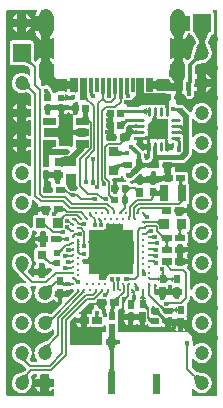
<source format=gtl>
G04 Layer: TopLayer*
G04 EasyEDA v6.5.9, 2022-08-10 12:44:31*
G04 c5846564ba334fc5ac80b38e15378060,f7cd1a63a7ae402ba8e4f3fce04b6e5d,10*
G04 Gerber Generator version 0.2*
G04 Scale: 100 percent, Rotated: No, Reflected: No *
G04 Dimensions in millimeters *
G04 leading zeros omitted , absolute positions ,4 integer and 5 decimal *
%FSLAX45Y45*%
%MOMM*%

%ADD10C,0.1500*%
%ADD11C,0.3100*%
%ADD12C,0.2540*%
%ADD13C,0.5000*%
%ADD14C,0.2000*%
%ADD15C,0.3000*%
%ADD16C,0.3200*%
%ADD17C,0.2300*%
%ADD18C,0.4000*%
%ADD19C,0.2800*%
%ADD20R,0.7600X0.8000*%
%ADD21R,0.5400X0.7901*%
%ADD22R,0.5400X0.5657*%
%ADD23C,0.2750*%
%ADD24R,3.8340X3.8340*%
%ADD25R,0.3000X1.2000*%
%ADD26R,0.7500X1.4000*%
%ADD27R,0.6500X0.5500*%
%ADD28R,0.8640X0.8065*%
%ADD29C,1.2000*%
%ADD30R,1.5240X1.6000*%
%ADD31C,0.6096*%
%ADD32C,0.4100*%
%ADD33C,0.0122*%

%LPD*%
G36*
X1476857Y-833272D02*
G01*
X1472692Y-832866D01*
X1445971Y-832866D01*
X1442110Y-832103D01*
X1438808Y-829868D01*
X1436573Y-826617D01*
X1435811Y-822706D01*
X1435811Y-790244D01*
X1428496Y-790244D01*
X1424584Y-789482D01*
X1421282Y-787247D01*
X1419098Y-783945D01*
X1418336Y-780084D01*
X1418336Y-760679D01*
X1419098Y-756818D01*
X1421282Y-753516D01*
X1424584Y-751281D01*
X1428496Y-750519D01*
X1435811Y-750519D01*
X1435811Y-717499D01*
X1423009Y-717499D01*
X1416659Y-718210D01*
X1410766Y-720242D01*
X1407414Y-720801D01*
X1404061Y-720242D01*
X1398168Y-718210D01*
X1391818Y-717499D01*
X1356563Y-717499D01*
X1353566Y-717042D01*
X1344726Y-714298D01*
X1336294Y-713486D01*
X1276350Y-713486D01*
X1272438Y-712724D01*
X1269136Y-710488D01*
X1266952Y-707186D01*
X1266190Y-702513D01*
X1239113Y-702513D01*
X1238351Y-707186D01*
X1236167Y-710488D01*
X1232865Y-712724D01*
X1228953Y-713486D01*
X1221587Y-713486D01*
X1217676Y-712724D01*
X1214374Y-710488D01*
X1212189Y-707186D01*
X1211427Y-702513D01*
X1209141Y-702513D01*
X1208328Y-707186D01*
X1206144Y-710488D01*
X1202842Y-712724D01*
X1198981Y-713486D01*
X1196340Y-713486D01*
X1192479Y-712724D01*
X1189177Y-710488D01*
X1186992Y-707186D01*
X1186180Y-703326D01*
X1186180Y-626211D01*
X1186942Y-622350D01*
X1189126Y-619048D01*
X1192428Y-616813D01*
X1196340Y-616051D01*
X1198981Y-616051D01*
X1202842Y-616813D01*
X1206144Y-619048D01*
X1208328Y-622350D01*
X1209141Y-626211D01*
X1209141Y-629818D01*
X1211427Y-629818D01*
X1211427Y-626211D01*
X1212189Y-622350D01*
X1214374Y-619048D01*
X1217676Y-616813D01*
X1221587Y-616051D01*
X1228953Y-616051D01*
X1232865Y-616813D01*
X1236167Y-619048D01*
X1238351Y-622350D01*
X1239113Y-626211D01*
X1239113Y-629818D01*
X1266190Y-629818D01*
X1266190Y-626211D01*
X1266952Y-622350D01*
X1269136Y-619048D01*
X1272438Y-616813D01*
X1276350Y-616051D01*
X1351635Y-616051D01*
X1358138Y-615289D01*
X1360474Y-614375D01*
X1364386Y-613714D01*
X1368247Y-614629D01*
X1371498Y-616966D01*
X1380032Y-632612D01*
X1387348Y-642416D01*
X1396034Y-651052D01*
X1405839Y-658418D01*
X1415897Y-663905D01*
X1415897Y-602488D01*
X1388262Y-602488D01*
X1384300Y-601726D01*
X1380947Y-599389D01*
X1378762Y-595985D01*
X1378102Y-591972D01*
X1378153Y-499973D01*
X1378966Y-496062D01*
X1381150Y-492810D01*
X1384452Y-490575D01*
X1388313Y-489813D01*
X1415897Y-489813D01*
X1415897Y-428396D01*
X1405839Y-433933D01*
X1395526Y-441756D01*
X1392224Y-443941D01*
X1388313Y-444754D01*
X1384452Y-443941D01*
X1381150Y-441756D01*
X1378966Y-438454D01*
X1378153Y-434593D01*
X1378153Y-277723D01*
X1378966Y-273862D01*
X1381150Y-270560D01*
X1384452Y-268376D01*
X1388313Y-267563D01*
X1392224Y-268376D01*
X1405839Y-278434D01*
X1415897Y-283921D01*
X1415897Y-212496D01*
X1388313Y-212496D01*
X1384452Y-211734D01*
X1381150Y-209550D01*
X1378966Y-206248D01*
X1378153Y-202336D01*
X1378153Y-89966D01*
X1378966Y-86106D01*
X1381150Y-82804D01*
X1384452Y-80568D01*
X1388313Y-79806D01*
X1415897Y-79806D01*
X1415897Y-38608D01*
X1416710Y-34696D01*
X1418894Y-31445D01*
X1422196Y-29209D01*
X1426057Y-28448D01*
X1478483Y-28448D01*
X1482344Y-29209D01*
X1485646Y-31445D01*
X1487830Y-34696D01*
X1488643Y-38608D01*
X1488643Y-79806D01*
X1538732Y-79806D01*
X1542592Y-80568D01*
X1545894Y-82804D01*
X1548130Y-86106D01*
X1548892Y-89966D01*
X1548892Y-202336D01*
X1548130Y-206248D01*
X1545894Y-209550D01*
X1542592Y-211734D01*
X1538732Y-212496D01*
X1488643Y-212496D01*
X1488643Y-283921D01*
X1498701Y-278434D01*
X1508506Y-271068D01*
X1517192Y-262382D01*
X1524508Y-252577D01*
X1530400Y-241858D01*
X1533652Y-233171D01*
X1536090Y-229412D01*
X1539900Y-227075D01*
X1544370Y-226618D01*
X1548587Y-228142D01*
X1551736Y-231292D01*
X1554581Y-235813D01*
X1558696Y-239928D01*
X1563573Y-242976D01*
X1568907Y-244856D01*
X1572260Y-246786D01*
X1574647Y-249885D01*
X1599031Y-298653D01*
X1600098Y-303885D01*
X1599082Y-308254D01*
X1584045Y-339852D01*
X1582978Y-341579D01*
X1578762Y-347268D01*
X1572869Y-358038D01*
X1568602Y-369519D01*
X1565960Y-381558D01*
X1565554Y-385673D01*
X1559001Y-425196D01*
X1557985Y-428193D01*
X1556156Y-430733D01*
X1533906Y-452932D01*
X1530299Y-455269D01*
X1526032Y-455879D01*
X1521866Y-454659D01*
X1518615Y-451815D01*
X1517192Y-449935D01*
X1508506Y-441248D01*
X1498701Y-433933D01*
X1488643Y-428396D01*
X1488643Y-489813D01*
X1500124Y-489813D01*
X1503984Y-490575D01*
X1507286Y-492810D01*
X1509522Y-496062D01*
X1510284Y-499973D01*
X1510284Y-592328D01*
X1509522Y-596239D01*
X1507286Y-599541D01*
X1503984Y-601726D01*
X1500124Y-602488D01*
X1488643Y-602488D01*
X1488643Y-668324D01*
X1490980Y-670407D01*
X1492605Y-673100D01*
X1494282Y-677367D01*
X1495044Y-680618D01*
X1494637Y-683971D01*
X1492656Y-690981D01*
X1491843Y-699516D01*
X1492504Y-706374D01*
X1492199Y-709980D01*
X1490624Y-713232D01*
X1488033Y-715772D01*
X1488033Y-750671D01*
X1491589Y-751992D01*
X1494434Y-754532D01*
X1500073Y-766064D01*
X1506067Y-773887D01*
X1507947Y-777951D01*
X1507896Y-782472D01*
X1505915Y-786485D01*
X1502359Y-789228D01*
X1497990Y-790244D01*
X1488033Y-790244D01*
X1488033Y-823163D01*
X1487170Y-827278D01*
X1484680Y-830681D01*
X1481074Y-832815D01*
G37*

%LPD*%
G36*
X1276502Y-1127709D02*
G01*
X1273352Y-1126693D01*
X1268374Y-1124000D01*
X1260906Y-1121765D01*
X1253134Y-1121003D01*
X1245362Y-1121765D01*
X1242415Y-1122629D01*
X1238656Y-1123035D01*
X1234998Y-1122070D01*
X1232001Y-1119835D01*
X1229969Y-1116634D01*
X1229309Y-1112926D01*
X1229309Y-1088186D01*
X1204569Y-1088186D01*
X1200861Y-1087526D01*
X1197660Y-1085494D01*
X1195425Y-1082497D01*
X1194409Y-1078839D01*
X1194816Y-1075080D01*
X1195730Y-1072134D01*
X1196492Y-1064361D01*
X1195730Y-1056589D01*
X1193444Y-1049121D01*
X1190802Y-1044143D01*
X1189736Y-1040993D01*
X1189736Y-1037691D01*
X1190802Y-1034592D01*
X1193444Y-1029614D01*
X1195730Y-1022146D01*
X1196492Y-1014374D01*
X1195730Y-1006602D01*
X1194816Y-1003604D01*
X1194409Y-999845D01*
X1195425Y-996238D01*
X1197660Y-993190D01*
X1200861Y-991209D01*
X1204569Y-990498D01*
X1229309Y-990498D01*
X1229309Y-952144D01*
X1229868Y-948690D01*
X1231595Y-945692D01*
X1236268Y-940003D01*
X1239977Y-933094D01*
X1242212Y-925626D01*
X1243025Y-917549D01*
X1244295Y-913485D01*
X1247140Y-910336D01*
X1251000Y-908608D01*
X1255268Y-908608D01*
X1259128Y-910336D01*
X1261973Y-913485D01*
X1263243Y-917549D01*
X1264056Y-925626D01*
X1266291Y-933094D01*
X1270000Y-940003D01*
X1274927Y-946048D01*
X1280972Y-950976D01*
X1287881Y-954684D01*
X1295349Y-956919D01*
X1303121Y-957732D01*
X1310894Y-956919D01*
X1313891Y-956056D01*
X1317650Y-955649D01*
X1321257Y-956614D01*
X1324305Y-958850D01*
X1326286Y-962050D01*
X1326997Y-965758D01*
X1326997Y-990498D01*
X1351737Y-990498D01*
X1355445Y-991209D01*
X1358595Y-993190D01*
X1360881Y-996238D01*
X1361846Y-999845D01*
X1361440Y-1003604D01*
X1360525Y-1006602D01*
X1359763Y-1014374D01*
X1360525Y-1022146D01*
X1362811Y-1029614D01*
X1365453Y-1034592D01*
X1366520Y-1037691D01*
X1366520Y-1040993D01*
X1365453Y-1044143D01*
X1362811Y-1049121D01*
X1360525Y-1056589D01*
X1359763Y-1064361D01*
X1360525Y-1072134D01*
X1361440Y-1075080D01*
X1361846Y-1078839D01*
X1360881Y-1082497D01*
X1358595Y-1085494D01*
X1355445Y-1087526D01*
X1351737Y-1088186D01*
X1326997Y-1088186D01*
X1326997Y-1112926D01*
X1326286Y-1116634D01*
X1324305Y-1119835D01*
X1321257Y-1122070D01*
X1317650Y-1123086D01*
X1313891Y-1122680D01*
X1310894Y-1121765D01*
X1303121Y-1121003D01*
X1295349Y-1121765D01*
X1287881Y-1124000D01*
X1282903Y-1126693D01*
X1279804Y-1127709D01*
G37*

%LPD*%
G36*
X870102Y-1131671D02*
G01*
X848258Y-1131620D01*
X844346Y-1130858D01*
X841044Y-1128623D01*
X838860Y-1125321D01*
X838098Y-1121460D01*
X838098Y-1102055D01*
X838860Y-1098194D01*
X841044Y-1094892D01*
X844346Y-1092657D01*
X848258Y-1091895D01*
X859942Y-1091895D01*
X859942Y-1080414D01*
X857758Y-1077112D01*
X856996Y-1073251D01*
X856996Y-1030020D01*
X848258Y-1030020D01*
X844346Y-1029258D01*
X841044Y-1027023D01*
X838860Y-1023721D01*
X838098Y-1019860D01*
X838098Y-1000455D01*
X838860Y-996594D01*
X841044Y-993292D01*
X844346Y-991057D01*
X848258Y-990295D01*
X856996Y-990295D01*
X856996Y-947115D01*
X857250Y-944829D01*
X857250Y-928674D01*
X848258Y-928674D01*
X844346Y-927912D01*
X841044Y-925677D01*
X838860Y-922375D01*
X838098Y-918514D01*
X838098Y-907034D01*
X838860Y-903173D01*
X841044Y-899871D01*
X848969Y-891946D01*
X852271Y-889711D01*
X856183Y-888949D01*
X859383Y-888949D01*
X861618Y-886866D01*
X864362Y-885545D01*
X867410Y-885088D01*
X888034Y-885088D01*
X891082Y-885545D01*
X893826Y-886866D01*
X896061Y-888949D01*
X899921Y-888949D01*
X903833Y-889711D01*
X907135Y-891946D01*
X909319Y-895248D01*
X910082Y-899109D01*
X910082Y-918514D01*
X909319Y-922375D01*
X907135Y-925677D01*
X903833Y-927912D01*
X899921Y-928674D01*
X898194Y-928674D01*
X898194Y-971905D01*
X897940Y-974140D01*
X897940Y-990295D01*
X899668Y-990295D01*
X903579Y-991057D01*
X906881Y-993292D01*
X909066Y-996594D01*
X909828Y-1000455D01*
X909828Y-1019860D01*
X909066Y-1023721D01*
X906881Y-1027023D01*
X903579Y-1029258D01*
X899668Y-1030020D01*
X897940Y-1030020D01*
X897940Y-1038555D01*
X901801Y-1038555D01*
X905865Y-1039368D01*
X909269Y-1041755D01*
X911606Y-1045870D01*
X912164Y-1049223D01*
X912164Y-1091895D01*
X919480Y-1091895D01*
X923391Y-1092657D01*
X926693Y-1094892D01*
X928878Y-1098194D01*
X929640Y-1102055D01*
X929640Y-1121460D01*
X928878Y-1125321D01*
X926693Y-1128623D01*
X923391Y-1130858D01*
X919480Y-1131620D01*
G37*

%LPD*%
G36*
X544626Y-1191920D02*
G01*
X540562Y-1190040D01*
X537464Y-1187653D01*
X533704Y-1185265D01*
X529742Y-1183233D01*
X525678Y-1181506D01*
X521411Y-1180185D01*
X517093Y-1179220D01*
X512673Y-1178661D01*
X508050Y-1178458D01*
X449935Y-1178458D01*
X446074Y-1177696D01*
X442772Y-1175461D01*
X440588Y-1172159D01*
X439775Y-1168298D01*
X439775Y-1131265D01*
X439064Y-1124915D01*
X437184Y-1119479D01*
X434085Y-1114552D01*
X430022Y-1110488D01*
X425094Y-1107389D01*
X419658Y-1105458D01*
X413308Y-1104747D01*
X326237Y-1104747D01*
X322326Y-1103985D01*
X319024Y-1101801D01*
X316839Y-1098499D01*
X316077Y-1094587D01*
X316077Y-1040993D01*
X316839Y-1037132D01*
X319024Y-1033830D01*
X322326Y-1031646D01*
X326237Y-1030833D01*
X413308Y-1030833D01*
X419658Y-1030122D01*
X425094Y-1028242D01*
X430022Y-1025144D01*
X434085Y-1021080D01*
X437184Y-1016152D01*
X439064Y-1010716D01*
X439775Y-1004366D01*
X439775Y-943305D01*
X439064Y-936955D01*
X437184Y-931519D01*
X436168Y-929894D01*
X434746Y-926236D01*
X434848Y-922274D01*
X436422Y-918667D01*
X439267Y-915924D01*
X442925Y-914501D01*
X442925Y-880618D01*
X399745Y-880618D01*
X396544Y-880110D01*
X365810Y-880110D01*
X365810Y-906627D01*
X365048Y-910539D01*
X362813Y-913841D01*
X359511Y-916025D01*
X355650Y-916787D01*
X336245Y-916787D01*
X332384Y-916025D01*
X329082Y-913841D01*
X326847Y-910539D01*
X326085Y-906627D01*
X326085Y-880110D01*
X322275Y-879297D01*
X319024Y-877112D01*
X316839Y-873810D01*
X316077Y-869950D01*
X316077Y-849325D01*
X316839Y-845464D01*
X319024Y-842162D01*
X322275Y-839978D01*
X326085Y-839165D01*
X326085Y-837437D01*
X326847Y-833526D01*
X329082Y-830224D01*
X332384Y-828040D01*
X336245Y-827278D01*
X355650Y-827278D01*
X359511Y-828040D01*
X362813Y-830224D01*
X365048Y-833526D01*
X365810Y-837437D01*
X365810Y-839165D01*
X409041Y-839165D01*
X412191Y-839673D01*
X442925Y-839673D01*
X442925Y-837946D01*
X443687Y-834034D01*
X445922Y-830732D01*
X449224Y-828548D01*
X453085Y-827786D01*
X472490Y-827786D01*
X476351Y-828548D01*
X479653Y-830732D01*
X481888Y-834034D01*
X482650Y-837946D01*
X482650Y-839673D01*
X525881Y-839673D01*
X529488Y-840333D01*
X532587Y-842213D01*
X560578Y-842213D01*
X560578Y-825093D01*
X561187Y-821639D01*
X562914Y-818641D01*
X565556Y-816356D01*
X568858Y-815136D01*
X570992Y-814730D01*
X578967Y-811631D01*
X586028Y-807262D01*
X590092Y-805789D01*
X594360Y-806196D01*
X598068Y-808278D01*
X600659Y-811682D01*
X601522Y-815898D01*
X601522Y-842213D01*
X603250Y-842213D01*
X607161Y-842975D01*
X610463Y-845210D01*
X612648Y-848512D01*
X613410Y-852373D01*
X613410Y-871778D01*
X612648Y-875639D01*
X610463Y-878941D01*
X607161Y-881176D01*
X603250Y-881938D01*
X601522Y-881938D01*
X601522Y-906627D01*
X600760Y-910539D01*
X598576Y-913841D01*
X595274Y-916025D01*
X591362Y-916787D01*
X583387Y-916787D01*
X577037Y-917498D01*
X574090Y-918565D01*
X570280Y-919124D01*
X566521Y-918210D01*
X563372Y-915974D01*
X561289Y-912774D01*
X560578Y-908964D01*
X560578Y-881938D01*
X516686Y-881938D01*
X514146Y-881583D01*
X511759Y-880618D01*
X482650Y-880618D01*
X482650Y-914349D01*
X489204Y-914349D01*
X495554Y-913637D01*
X500989Y-911707D01*
X505917Y-908608D01*
X509981Y-904544D01*
X512470Y-900582D01*
X515264Y-897636D01*
X519023Y-896061D01*
X523087Y-896061D01*
X526846Y-897636D01*
X529691Y-900582D01*
X532587Y-905205D01*
X536651Y-909269D01*
X541578Y-912368D01*
X547014Y-914247D01*
X552754Y-914908D01*
X556615Y-916178D01*
X559663Y-918870D01*
X561441Y-922528D01*
X561644Y-926592D01*
X559511Y-931519D01*
X557580Y-936955D01*
X556869Y-943305D01*
X556869Y-1004366D01*
X557580Y-1010666D01*
X560019Y-1017422D01*
X560578Y-1020826D01*
X560019Y-1024229D01*
X557580Y-1030986D01*
X556869Y-1037285D01*
X556869Y-1045921D01*
X604062Y-1045921D01*
X604062Y-1040993D01*
X604824Y-1037132D01*
X607060Y-1033830D01*
X610362Y-1031646D01*
X614222Y-1030833D01*
X661873Y-1030833D01*
X665734Y-1031646D01*
X669036Y-1033830D01*
X671220Y-1037132D01*
X672033Y-1040993D01*
X672033Y-1046124D01*
X675233Y-1047394D01*
X677824Y-1049680D01*
X679500Y-1052677D01*
X680059Y-1056081D01*
X680059Y-1079550D01*
X679500Y-1082954D01*
X677824Y-1085951D01*
X675233Y-1088237D01*
X672033Y-1089507D01*
X672033Y-1097127D01*
X671220Y-1101039D01*
X669036Y-1104341D01*
X665734Y-1106525D01*
X661873Y-1107287D01*
X614222Y-1107287D01*
X610362Y-1106525D01*
X607060Y-1104341D01*
X604824Y-1101039D01*
X604062Y-1097127D01*
X604062Y-1089710D01*
X556869Y-1089710D01*
X556869Y-1098346D01*
X557580Y-1104696D01*
X561238Y-1114196D01*
X561238Y-1117955D01*
X559511Y-1122019D01*
X557580Y-1127455D01*
X556869Y-1133805D01*
X556869Y-1181963D01*
X555904Y-1186332D01*
X553110Y-1189888D01*
X549097Y-1191869D01*
G37*

%LPD*%
G36*
X1353210Y-1227836D02*
G01*
X1349298Y-1227074D01*
X1345996Y-1224838D01*
X1343812Y-1221587D01*
X1343050Y-1217676D01*
X1343050Y-1161338D01*
X1342237Y-1153058D01*
X1340205Y-1146505D01*
X1339799Y-1143558D01*
X1339799Y-1118260D01*
X1340713Y-1113993D01*
X1343406Y-1110488D01*
X1347266Y-1108456D01*
X1351635Y-1108252D01*
X1355699Y-1109878D01*
X1358696Y-1113078D01*
X1360068Y-1117244D01*
X1360525Y-1122121D01*
X1362811Y-1129639D01*
X1365300Y-1134262D01*
X1366164Y-1136599D01*
X1366469Y-1139037D01*
X1366469Y-1161745D01*
X1393596Y-1161745D01*
X1395831Y-1158087D01*
X1399336Y-1155649D01*
X1403604Y-1154887D01*
X1407718Y-1155954D01*
X1411427Y-1157782D01*
X1414424Y-1160068D01*
X1416354Y-1163218D01*
X1417066Y-1166926D01*
X1417066Y-1181201D01*
X1416050Y-1187450D01*
X1415186Y-1190091D01*
X1412443Y-1195578D01*
X1410106Y-1203807D01*
X1409750Y-1207719D01*
X1408734Y-1211326D01*
X1406448Y-1214272D01*
X1403299Y-1216253D01*
X1399641Y-1216964D01*
X1366469Y-1216964D01*
X1365707Y-1221587D01*
X1363522Y-1224838D01*
X1360220Y-1227074D01*
X1356309Y-1227836D01*
G37*

%LPD*%
G36*
X1180490Y-1300886D02*
G01*
X1176934Y-1300226D01*
X1173124Y-1298702D01*
X1170432Y-1297178D01*
X1168400Y-1294892D01*
X1167079Y-1292148D01*
X1160221Y-1269034D01*
X1159764Y-1266139D01*
X1159764Y-1255064D01*
X1160475Y-1251356D01*
X1162507Y-1248105D01*
X1165606Y-1245870D01*
X1169263Y-1244955D01*
X1173022Y-1245412D01*
X1176375Y-1247190D01*
X1180998Y-1251000D01*
X1187856Y-1254658D01*
X1189786Y-1255268D01*
X1189786Y-1216964D01*
X1163167Y-1216964D01*
X1161643Y-1221181D01*
X1158392Y-1224330D01*
X1154176Y-1225804D01*
X1149705Y-1225296D01*
X1145895Y-1222908D01*
X1101547Y-1178407D01*
X1100124Y-1176477D01*
X1096619Y-1168958D01*
X1095552Y-1165301D01*
X1095959Y-1161542D01*
X1097686Y-1158189D01*
X1100531Y-1155700D01*
X1100531Y-1127709D01*
X1084427Y-1127709D01*
X1080363Y-1126845D01*
X1076960Y-1124407D01*
X1074826Y-1120800D01*
X1074318Y-1116634D01*
X1075537Y-1112621D01*
X1077620Y-1108913D01*
X1080008Y-1106068D01*
X1083259Y-1104239D01*
X1086916Y-1103731D01*
X1099870Y-1104239D01*
X1156157Y-1104239D01*
X1164437Y-1103426D01*
X1170990Y-1101445D01*
X1173937Y-1101039D01*
X1199286Y-1101039D01*
X1204366Y-1100683D01*
X1207617Y-1101090D01*
X1210868Y-1102055D01*
X1213662Y-1104087D01*
X1215593Y-1106881D01*
X1216507Y-1110183D01*
X1216812Y-1115364D01*
X1216456Y-1118819D01*
X1216456Y-1143558D01*
X1216050Y-1146505D01*
X1214069Y-1153058D01*
X1213256Y-1161338D01*
X1213205Y-1181303D01*
X1212342Y-1189990D01*
X1212342Y-1271676D01*
X1211580Y-1275537D01*
X1209344Y-1278839D01*
X1202690Y-1285544D01*
X1197559Y-1291742D01*
X1194612Y-1295857D01*
X1191361Y-1297736D01*
X1184046Y-1300327D01*
G37*

%LPC*%
G36*
X1162862Y-1161745D02*
G01*
X1189786Y-1161745D01*
X1189786Y-1127709D01*
X1155750Y-1127709D01*
X1155750Y-1154633D01*
X1158900Y-1156106D01*
X1161389Y-1158595D01*
G37*

%LPD*%
G36*
X329844Y-1580794D02*
G01*
X326440Y-1580184D01*
X323392Y-1578508D01*
X321157Y-1575866D01*
X320294Y-1572717D01*
X319024Y-1571853D01*
X316839Y-1568551D01*
X316077Y-1564690D01*
X316077Y-1545285D01*
X317042Y-1541018D01*
X319684Y-1537512D01*
X319684Y-1512265D01*
X317042Y-1508760D01*
X316077Y-1504492D01*
X316077Y-1395476D01*
X316839Y-1391564D01*
X319024Y-1388262D01*
X322326Y-1386078D01*
X326237Y-1385316D01*
X339902Y-1385316D01*
X343763Y-1386078D01*
X347065Y-1388262D01*
X349300Y-1391564D01*
X350062Y-1395476D01*
X350062Y-1402791D01*
X364286Y-1402791D01*
X367487Y-1402283D01*
X410667Y-1402283D01*
X410667Y-1394968D01*
X411429Y-1391056D01*
X413664Y-1387754D01*
X416966Y-1385570D01*
X420827Y-1384808D01*
X440232Y-1384808D01*
X444093Y-1385570D01*
X447395Y-1387754D01*
X449630Y-1391056D01*
X450392Y-1394968D01*
X450392Y-1402283D01*
X466140Y-1402283D01*
X470306Y-1403197D01*
X473709Y-1405686D01*
X475792Y-1409344D01*
X476250Y-1413611D01*
X475488Y-1420368D01*
X475488Y-1444345D01*
X474675Y-1448206D01*
X472490Y-1451508D01*
X469188Y-1453743D01*
X465328Y-1454505D01*
X450392Y-1454505D01*
X450392Y-1491945D01*
X449630Y-1495806D01*
X447395Y-1499108D01*
X444093Y-1501292D01*
X440232Y-1502105D01*
X420827Y-1502105D01*
X416966Y-1501292D01*
X413664Y-1499108D01*
X411429Y-1495806D01*
X410667Y-1491945D01*
X410667Y-1454505D01*
X396443Y-1454505D01*
X393293Y-1455013D01*
X350062Y-1455013D01*
X350062Y-1481785D01*
X361746Y-1481785D01*
X365607Y-1482547D01*
X368909Y-1484731D01*
X371144Y-1488033D01*
X371906Y-1491945D01*
X371906Y-1535125D01*
X379222Y-1535125D01*
X383133Y-1535887D01*
X386435Y-1538122D01*
X388620Y-1541424D01*
X389382Y-1545285D01*
X389382Y-1564690D01*
X388620Y-1568551D01*
X386435Y-1571853D01*
X383133Y-1574088D01*
X379222Y-1574850D01*
X370992Y-1574850D01*
X368757Y-1578000D01*
X365506Y-1580083D01*
X361746Y-1580794D01*
G37*

%LPD*%
G36*
X922121Y-1589481D02*
G01*
X919022Y-1588973D01*
X907643Y-1585315D01*
X903935Y-1583232D01*
X901446Y-1579778D01*
X900582Y-1575663D01*
X900582Y-1490218D01*
X899769Y-1482750D01*
X897636Y-1476146D01*
X894334Y-1470456D01*
X893064Y-1466443D01*
X893470Y-1462227D01*
X895603Y-1458569D01*
X899007Y-1456080D01*
X903122Y-1455216D01*
X944524Y-1455216D01*
X950874Y-1454505D01*
X956310Y-1452626D01*
X961237Y-1449527D01*
X965301Y-1445412D01*
X966927Y-1442821D01*
X969568Y-1440027D01*
X973124Y-1438402D01*
X976985Y-1438198D01*
X980643Y-1439468D01*
X983538Y-1442008D01*
X985316Y-1445463D01*
X985977Y-1447800D01*
X989787Y-1455420D01*
X994968Y-1462278D01*
X1001268Y-1468018D01*
X1003350Y-1469288D01*
X1006449Y-1472336D01*
X1008024Y-1476400D01*
X1007770Y-1480718D01*
X1005687Y-1484579D01*
X1002233Y-1487170D01*
X997966Y-1488135D01*
X974140Y-1488135D01*
X967841Y-1488846D01*
X961948Y-1490878D01*
X958596Y-1491437D01*
X955243Y-1490878D01*
X949350Y-1488846D01*
X943051Y-1488135D01*
X935786Y-1488135D01*
X935786Y-1521155D01*
X937514Y-1521155D01*
X941425Y-1521917D01*
X944727Y-1524152D01*
X946912Y-1527454D01*
X947674Y-1531315D01*
X947674Y-1550720D01*
X946912Y-1554581D01*
X944727Y-1557883D01*
X941425Y-1560118D01*
X937514Y-1560880D01*
X935786Y-1560880D01*
X935786Y-1579321D01*
X935024Y-1583182D01*
X932840Y-1586484D01*
X929538Y-1588668D01*
X925626Y-1589481D01*
G37*

%LPD*%
G36*
X1224229Y-1917039D02*
G01*
X1219962Y-1916684D01*
X1214882Y-1915160D01*
X1207160Y-1914398D01*
X1201470Y-1914956D01*
X1197508Y-1914550D01*
X1194003Y-1912670D01*
X1191107Y-1908911D01*
X1189939Y-1904898D01*
X1190498Y-1900783D01*
X1192631Y-1897227D01*
X1195984Y-1894789D01*
X1200099Y-1893976D01*
X1225092Y-1893976D01*
X1228750Y-1894636D01*
X1231900Y-1896567D01*
X1234186Y-1899513D01*
X1235354Y-1904492D01*
X1235049Y-1908251D01*
X1233373Y-1911654D01*
X1230630Y-1914194D01*
X1228293Y-1915617D01*
G37*

%LPD*%
G36*
X1162862Y-1939950D02*
G01*
X1156309Y-1939289D01*
X1152753Y-1938274D01*
X1149807Y-1935988D01*
X1147826Y-1932838D01*
X1147165Y-1928774D01*
X1147826Y-1925116D01*
X1149807Y-1921967D01*
X1152753Y-1919732D01*
X1156309Y-1918665D01*
X1163777Y-1917954D01*
X1168095Y-1918462D01*
X1171803Y-1920748D01*
X1174242Y-1924354D01*
X1174902Y-1928672D01*
X1173734Y-1932838D01*
X1172819Y-1934616D01*
X1170279Y-1937664D01*
X1166774Y-1939543D01*
G37*

%LPD*%
G36*
X805484Y-2321153D02*
G01*
X802335Y-2320086D01*
X797306Y-2317394D01*
X785520Y-2314041D01*
X782574Y-2311806D01*
X780643Y-2308606D01*
X779932Y-2304948D01*
X779932Y-2181199D01*
X656183Y-2181199D01*
X652526Y-2180488D01*
X649325Y-2178558D01*
X647090Y-2175611D01*
X643737Y-2163826D01*
X641045Y-2158796D01*
X639927Y-2155240D01*
X640130Y-2151532D01*
X641705Y-2148128D01*
X643585Y-2145487D01*
X645820Y-2143150D01*
X648716Y-2141677D01*
X651865Y-2141169D01*
X661365Y-2141169D01*
X669798Y-2139594D01*
X677773Y-2136495D01*
X685038Y-2131974D01*
X691337Y-2126234D01*
X696518Y-2119376D01*
X700328Y-2111756D01*
X702665Y-2103526D01*
X703478Y-2094992D01*
X702665Y-2086457D01*
X700328Y-2078228D01*
X696518Y-2070607D01*
X695350Y-2069033D01*
X693521Y-2065070D01*
X693521Y-2060752D01*
X699820Y-2048256D01*
X702157Y-2040026D01*
X702970Y-2031492D01*
X702157Y-2022957D01*
X699820Y-2014728D01*
X696010Y-2007107D01*
X694029Y-2004314D01*
X691235Y-1999234D01*
X690321Y-1996846D01*
X690016Y-1994306D01*
X690016Y-1986940D01*
X690778Y-1983079D01*
X692962Y-1979777D01*
X696264Y-1977542D01*
X700176Y-1976780D01*
X779932Y-1976780D01*
X779932Y-1908352D01*
X780897Y-1904034D01*
X783590Y-1900529D01*
X787552Y-1898497D01*
X801827Y-1898599D01*
X810260Y-1897024D01*
X818235Y-1893925D01*
X825500Y-1889404D01*
X831799Y-1883664D01*
X836980Y-1876806D01*
X840790Y-1869186D01*
X843127Y-1860956D01*
X843940Y-1852422D01*
X843635Y-1849577D01*
X844042Y-1845665D01*
X845921Y-1842160D01*
X848969Y-1839671D01*
X852322Y-1837893D01*
X855471Y-1836826D01*
X858774Y-1836826D01*
X861923Y-1837893D01*
X867003Y-1840585D01*
X874420Y-1842820D01*
X882142Y-1843582D01*
X889863Y-1842820D01*
X897280Y-1840585D01*
X902360Y-1837893D01*
X905459Y-1836826D01*
X908812Y-1836826D01*
X911910Y-1837893D01*
X916990Y-1840585D01*
X924407Y-1842820D01*
X932129Y-1843582D01*
X939850Y-1842820D01*
X947267Y-1840585D01*
X952347Y-1837893D01*
X955497Y-1836826D01*
X958799Y-1836826D01*
X961948Y-1837893D01*
X966978Y-1840585D01*
X978763Y-1843938D01*
X981710Y-1846173D01*
X983640Y-1849374D01*
X984351Y-1853031D01*
X984351Y-1976780D01*
X1065174Y-1976780D01*
X1069086Y-1977542D01*
X1072388Y-1979777D01*
X1074572Y-1983079D01*
X1075334Y-1986940D01*
X1075334Y-2171039D01*
X1074572Y-2174900D01*
X1072388Y-2178202D01*
X1069086Y-2180437D01*
X1065174Y-2181199D01*
X984351Y-2181199D01*
X984351Y-2259838D01*
X983437Y-2264003D01*
X980897Y-2267458D01*
X977137Y-2269540D01*
X972870Y-2269896D01*
X968857Y-2268474D01*
X963777Y-2265324D01*
X955802Y-2262225D01*
X947369Y-2260650D01*
X938834Y-2260650D01*
X930402Y-2262225D01*
X922426Y-2265324D01*
X919734Y-2267000D01*
X916279Y-2268372D01*
X912621Y-2268372D01*
X901192Y-2264003D01*
X892759Y-2262428D01*
X884224Y-2262428D01*
X875792Y-2264003D01*
X867816Y-2267102D01*
X860552Y-2271623D01*
X854252Y-2277364D01*
X849071Y-2284222D01*
X845261Y-2291842D01*
X842873Y-2300274D01*
X842213Y-2305456D01*
X841197Y-2308707D01*
X839216Y-2311450D01*
X836421Y-2313381D01*
X833119Y-2314295D01*
X824382Y-2315159D01*
X816965Y-2317394D01*
X811936Y-2320086D01*
X808786Y-2321153D01*
G37*

%LPD*%
G36*
X1309928Y-2490216D02*
G01*
X1306169Y-2489403D01*
X1302156Y-2486456D01*
X1299972Y-2483154D01*
X1299159Y-2479243D01*
X1299159Y-2444089D01*
X1263904Y-2444089D01*
X1260043Y-2443327D01*
X1256741Y-2441092D01*
X1245920Y-2430272D01*
X1243685Y-2426970D01*
X1242923Y-2423109D01*
X1242923Y-2373172D01*
X1243380Y-2370175D01*
X1246022Y-2361590D01*
X1246784Y-2355291D01*
X1248308Y-2351024D01*
X1251508Y-2347874D01*
X1255776Y-2346401D01*
X1260246Y-2346909D01*
X1264056Y-2349296D01*
X1266444Y-2353157D01*
X1268882Y-2360117D01*
X1269441Y-2363470D01*
X1268882Y-2366822D01*
X1266850Y-2372715D01*
X1266139Y-2379065D01*
X1266139Y-2391867D01*
X1299159Y-2391867D01*
X1299159Y-2384552D01*
X1299921Y-2380640D01*
X1302156Y-2377338D01*
X1305458Y-2375154D01*
X1309319Y-2374392D01*
X1328724Y-2374392D01*
X1332585Y-2375154D01*
X1335887Y-2377338D01*
X1338122Y-2380640D01*
X1338884Y-2384552D01*
X1338884Y-2391867D01*
X1382115Y-2391867D01*
X1385671Y-2392527D01*
X1388821Y-2394407D01*
X1418031Y-2394407D01*
X1418031Y-2387092D01*
X1418793Y-2383180D01*
X1421028Y-2379878D01*
X1424330Y-2377694D01*
X1428191Y-2376932D01*
X1447596Y-2376932D01*
X1451457Y-2377694D01*
X1454759Y-2379878D01*
X1456994Y-2383180D01*
X1457756Y-2387092D01*
X1457756Y-2394407D01*
X1475587Y-2394407D01*
X1479499Y-2395169D01*
X1482801Y-2397404D01*
X1484985Y-2400706D01*
X1485747Y-2404567D01*
X1485747Y-2436469D01*
X1484985Y-2440330D01*
X1482801Y-2443632D01*
X1479499Y-2445867D01*
X1475587Y-2446629D01*
X1457756Y-2446629D01*
X1457756Y-2466187D01*
X1456994Y-2470099D01*
X1454759Y-2473401D01*
X1451457Y-2475585D01*
X1447596Y-2476347D01*
X1428191Y-2476347D01*
X1424330Y-2475585D01*
X1421028Y-2473401D01*
X1418793Y-2470099D01*
X1418031Y-2466187D01*
X1418031Y-2446629D01*
X1374851Y-2446629D01*
X1371244Y-2445969D01*
X1368094Y-2444089D01*
X1338884Y-2444089D01*
X1338884Y-2467914D01*
X1338072Y-2471877D01*
X1335786Y-2475230D01*
X1332382Y-2477414D01*
X1329080Y-2478684D01*
X1321816Y-2483205D01*
X1316990Y-2487574D01*
X1313688Y-2489606D01*
G37*

%LPD*%
G36*
X1245717Y-2610408D02*
G01*
X1241806Y-2609646D01*
X1238504Y-2607462D01*
X1236319Y-2604160D01*
X1235557Y-2600248D01*
X1235557Y-2570480D01*
X1234694Y-2562504D01*
X1233271Y-2558135D01*
X1232814Y-2555036D01*
X1232814Y-2543200D01*
X1233576Y-2539288D01*
X1235760Y-2535986D01*
X1239062Y-2533802D01*
X1242974Y-2533040D01*
X1246835Y-2533802D01*
X1250137Y-2535986D01*
X1275029Y-2560828D01*
X1277315Y-2564384D01*
X1280871Y-2566670D01*
X1285392Y-2571191D01*
X1287221Y-2573731D01*
X1295095Y-2589123D01*
X1296212Y-2593086D01*
X1295654Y-2597200D01*
X1293469Y-2600706D01*
X1290116Y-2603093D01*
X1286052Y-2603906D01*
X1277315Y-2603906D01*
X1275029Y-2607462D01*
X1271727Y-2609646D01*
X1267815Y-2610408D01*
G37*

%LPD*%
G36*
X546760Y-2760980D02*
G01*
X542848Y-2760218D01*
X539546Y-2757982D01*
X537362Y-2754731D01*
X536600Y-2750820D01*
X536600Y-2673858D01*
X537362Y-2669997D01*
X539546Y-2666695D01*
X573176Y-2633065D01*
X576326Y-2630932D01*
X580034Y-2630119D01*
X583793Y-2630678D01*
X587044Y-2632608D01*
X589381Y-2635605D01*
X590448Y-2639263D01*
X629818Y-2639263D01*
X629818Y-2606243D01*
X624535Y-2606243D01*
X620674Y-2605430D01*
X617372Y-2603246D01*
X615188Y-2599944D01*
X614375Y-2596083D01*
X615188Y-2592171D01*
X617372Y-2588869D01*
X694639Y-2511602D01*
X697941Y-2509418D01*
X701802Y-2508656D01*
X726643Y-2508656D01*
X730554Y-2509418D01*
X733856Y-2511602D01*
X734466Y-2512568D01*
X737514Y-2509723D01*
X741680Y-2508351D01*
X746353Y-2507843D01*
X752957Y-2505710D01*
X759104Y-2502154D01*
X763320Y-2498547D01*
X769975Y-2491892D01*
X772820Y-2489860D01*
X776173Y-2488946D01*
X777087Y-2485593D01*
X779119Y-2482748D01*
X784047Y-2477820D01*
X787247Y-2475687D01*
X791006Y-2474823D01*
X794816Y-2475484D01*
X798068Y-2477516D01*
X804418Y-2483256D01*
X811682Y-2487777D01*
X819658Y-2490876D01*
X828090Y-2492451D01*
X835660Y-2492451D01*
X839571Y-2493213D01*
X842873Y-2495397D01*
X845058Y-2498699D01*
X845819Y-2502611D01*
X845819Y-2518460D01*
X845058Y-2522321D01*
X842873Y-2525623D01*
X839571Y-2527858D01*
X835660Y-2528620D01*
X828344Y-2528620D01*
X828344Y-2561691D01*
X830783Y-2561691D01*
X834948Y-2562555D01*
X838352Y-2565044D01*
X840486Y-2568752D01*
X840892Y-2572969D01*
X840181Y-2579420D01*
X840181Y-2607005D01*
X839368Y-2610866D01*
X837184Y-2614168D01*
X833882Y-2616352D01*
X830021Y-2617165D01*
X826109Y-2616352D01*
X822807Y-2614168D01*
X820572Y-2611932D01*
X815035Y-2608478D01*
X812342Y-2605938D01*
X810666Y-2602636D01*
X810361Y-2598928D01*
X810666Y-2595626D01*
X809853Y-2587091D01*
X807516Y-2578862D01*
X803706Y-2571242D01*
X798525Y-2564384D01*
X792226Y-2558643D01*
X784961Y-2554122D01*
X782624Y-2553208D01*
X779221Y-2551023D01*
X776935Y-2547721D01*
X776122Y-2543759D01*
X776122Y-2528620D01*
X742746Y-2528620D01*
X738479Y-2527655D01*
X736803Y-2526436D01*
X736803Y-2535174D01*
X737514Y-2541524D01*
X739546Y-2547315D01*
X740105Y-2551226D01*
X739140Y-2555036D01*
X736803Y-2558186D01*
X730046Y-2564384D01*
X724865Y-2571242D01*
X721055Y-2578862D01*
X718718Y-2587091D01*
X717905Y-2595626D01*
X718108Y-2597607D01*
X717651Y-2601620D01*
X715721Y-2605125D01*
X712520Y-2607614D01*
X708609Y-2608681D01*
X704646Y-2608122D01*
X701192Y-2606954D01*
X694842Y-2606243D01*
X682040Y-2606243D01*
X682040Y-2639263D01*
X689356Y-2639263D01*
X693267Y-2640025D01*
X696569Y-2642260D01*
X698754Y-2645562D01*
X699516Y-2649423D01*
X699516Y-2668828D01*
X698754Y-2672689D01*
X696569Y-2675991D01*
X693267Y-2678226D01*
X689356Y-2678988D01*
X682040Y-2678988D01*
X682040Y-2712059D01*
X694842Y-2712059D01*
X701192Y-2711297D01*
X707085Y-2709265D01*
X710438Y-2708706D01*
X713790Y-2709265D01*
X719683Y-2711297D01*
X726033Y-2712059D01*
X803859Y-2712059D01*
X810209Y-2711297D01*
X815644Y-2709418D01*
X820572Y-2706319D01*
X822807Y-2704084D01*
X826109Y-2701899D01*
X830021Y-2701086D01*
X833882Y-2701899D01*
X837184Y-2704084D01*
X839368Y-2707386D01*
X840181Y-2711246D01*
X840181Y-2750820D01*
X839368Y-2754731D01*
X837184Y-2757982D01*
X833882Y-2760218D01*
X830021Y-2760980D01*
G37*

%LPC*%
G36*
X617016Y-2712059D02*
G01*
X629818Y-2712059D01*
X629818Y-2678988D01*
X590499Y-2678988D01*
X590499Y-2685542D01*
X591210Y-2691892D01*
X593140Y-2697327D01*
X596239Y-2702255D01*
X600303Y-2706319D01*
X605231Y-2709418D01*
X610666Y-2711297D01*
G37*

%LPD*%
G36*
X1576832Y-3300476D02*
G01*
X1572920Y-3299714D01*
X1569669Y-3297478D01*
X1567434Y-3294227D01*
X1566672Y-3290315D01*
X1566672Y-3248507D01*
X1567535Y-3244392D01*
X1569974Y-3240989D01*
X1573631Y-3238906D01*
X1577797Y-3238398D01*
X1581810Y-3239668D01*
X1584960Y-3242411D01*
X1586077Y-3243935D01*
X1594764Y-3252622D01*
X1604568Y-3259937D01*
X1615338Y-3265830D01*
X1626819Y-3270097D01*
X1638757Y-3272688D01*
X1651000Y-3273602D01*
X1663242Y-3272688D01*
X1675180Y-3270097D01*
X1686661Y-3265830D01*
X1697431Y-3259937D01*
X1707235Y-3252622D01*
X1715922Y-3243935D01*
X1723237Y-3234131D01*
X1729130Y-3223361D01*
X1733397Y-3211880D01*
X1735988Y-3199942D01*
X1736902Y-3187700D01*
X1735988Y-3175457D01*
X1733397Y-3163519D01*
X1729130Y-3152038D01*
X1723237Y-3141268D01*
X1715922Y-3131464D01*
X1707235Y-3122777D01*
X1697431Y-3115462D01*
X1686661Y-3109569D01*
X1675180Y-3105302D01*
X1663242Y-3102711D01*
X1655673Y-3101898D01*
X1613763Y-3099562D01*
X1610156Y-3098698D01*
X1607108Y-3096564D01*
X1569669Y-3059125D01*
X1567434Y-3055823D01*
X1566672Y-3051911D01*
X1566672Y-2994507D01*
X1567535Y-2990392D01*
X1569974Y-2986989D01*
X1573631Y-2984906D01*
X1577797Y-2984398D01*
X1581810Y-2985668D01*
X1584960Y-2988411D01*
X1586077Y-2989935D01*
X1594764Y-2998622D01*
X1604568Y-3005937D01*
X1615338Y-3011830D01*
X1626819Y-3016097D01*
X1638757Y-3018688D01*
X1651000Y-3019602D01*
X1663242Y-3018688D01*
X1675180Y-3016097D01*
X1686661Y-3011830D01*
X1697431Y-3005937D01*
X1707235Y-2998622D01*
X1715922Y-2989935D01*
X1723237Y-2980131D01*
X1729130Y-2969361D01*
X1733397Y-2957880D01*
X1735988Y-2945942D01*
X1736902Y-2933700D01*
X1735988Y-2921457D01*
X1733397Y-2909519D01*
X1729130Y-2898038D01*
X1723237Y-2887268D01*
X1715922Y-2877464D01*
X1707235Y-2868777D01*
X1697431Y-2861462D01*
X1686661Y-2855569D01*
X1675180Y-2851302D01*
X1663242Y-2848711D01*
X1651000Y-2847797D01*
X1638757Y-2848711D01*
X1626819Y-2851302D01*
X1615338Y-2855569D01*
X1604568Y-2861462D01*
X1594764Y-2868777D01*
X1592326Y-2871216D01*
X1588566Y-2873603D01*
X1584198Y-2874162D01*
X1579981Y-2872790D01*
X1576730Y-2869793D01*
X1575104Y-2865678D01*
X1576476Y-2851658D01*
X1575663Y-2843123D01*
X1573326Y-2834894D01*
X1569516Y-2827274D01*
X1567180Y-2823311D01*
X1566672Y-2820060D01*
X1566672Y-2762758D01*
X1564894Y-2760980D01*
X1514094Y-2760980D01*
X1509877Y-2760065D01*
X1506372Y-2757424D01*
X1504340Y-2753614D01*
X1504035Y-2749296D01*
X1505610Y-2745232D01*
X1508709Y-2742234D01*
X1514551Y-2738526D01*
X1518615Y-2734462D01*
X1521714Y-2729534D01*
X1523593Y-2724099D01*
X1524355Y-2717749D01*
X1524355Y-2704947D01*
X1491284Y-2704947D01*
X1491284Y-2750820D01*
X1490522Y-2754731D01*
X1488287Y-2757982D01*
X1484985Y-2760218D01*
X1481124Y-2760980D01*
X1461719Y-2760980D01*
X1457858Y-2760218D01*
X1454556Y-2757982D01*
X1452321Y-2754731D01*
X1451559Y-2750820D01*
X1451559Y-2704947D01*
X1408379Y-2704947D01*
X1404467Y-2704185D01*
X1401165Y-2701950D01*
X1398981Y-2698648D01*
X1398219Y-2694787D01*
X1398219Y-2683916D01*
X1387957Y-2683916D01*
X1387957Y-2717241D01*
X1397304Y-2717241D01*
X1403654Y-2716530D01*
X1405788Y-2715768D01*
X1410258Y-2715260D01*
X1414475Y-2716733D01*
X1417675Y-2719882D01*
X1421130Y-2729534D01*
X1424228Y-2734462D01*
X1428292Y-2738526D01*
X1434134Y-2742234D01*
X1437233Y-2745232D01*
X1438808Y-2749296D01*
X1438503Y-2753614D01*
X1436471Y-2757424D01*
X1432966Y-2760065D01*
X1428750Y-2760980D01*
X956157Y-2760980D01*
X952246Y-2760218D01*
X948944Y-2757982D01*
X946759Y-2754731D01*
X945997Y-2750820D01*
X945997Y-2688437D01*
X945235Y-2682087D01*
X943203Y-2676194D01*
X942644Y-2672842D01*
X943203Y-2669489D01*
X945235Y-2663596D01*
X945997Y-2657246D01*
X945997Y-2579420D01*
X945184Y-2572461D01*
X945540Y-2568498D01*
X947318Y-2564993D01*
X950366Y-2562402D01*
X954125Y-2561234D01*
X956513Y-2560929D01*
X961948Y-2559050D01*
X966876Y-2555951D01*
X970940Y-2551887D01*
X974039Y-2546959D01*
X975969Y-2541524D01*
X976630Y-2535580D01*
X978001Y-2531414D01*
X981049Y-2528265D01*
X985113Y-2526690D01*
X989431Y-2526944D01*
X993292Y-2528976D01*
X995934Y-2532430D01*
X996899Y-2536698D01*
X996899Y-2561234D01*
X997610Y-2567584D01*
X999642Y-2573477D01*
X1000201Y-2576830D01*
X999642Y-2580182D01*
X997610Y-2586075D01*
X996899Y-2592425D01*
X996899Y-2605227D01*
X1029919Y-2605227D01*
X1029919Y-2597912D01*
X1030681Y-2594000D01*
X1032916Y-2590698D01*
X1036218Y-2588514D01*
X1040079Y-2587752D01*
X1059484Y-2587752D01*
X1063345Y-2588514D01*
X1066647Y-2590698D01*
X1068882Y-2594000D01*
X1069644Y-2597912D01*
X1069644Y-2605227D01*
X1081278Y-2605227D01*
X1084021Y-2603906D01*
X1087069Y-2603449D01*
X1130249Y-2603449D01*
X1130249Y-2596134D01*
X1131011Y-2592222D01*
X1133246Y-2588920D01*
X1136548Y-2586736D01*
X1140409Y-2585974D01*
X1153566Y-2585974D01*
X1157478Y-2586736D01*
X1160780Y-2588920D01*
X1162964Y-2592222D01*
X1163726Y-2596134D01*
X1163726Y-2639822D01*
X1164590Y-2647797D01*
X1166876Y-2654909D01*
X1169619Y-2660345D01*
X1169974Y-2662936D01*
X1169974Y-2694990D01*
X1176528Y-2694990D01*
X1182878Y-2694279D01*
X1185621Y-2693314D01*
X1189532Y-2692755D01*
X1193393Y-2693720D01*
X1196543Y-2696108D01*
X1198575Y-2699512D01*
X1199591Y-2702560D01*
X1202690Y-2707436D01*
X1206804Y-2711551D01*
X1211681Y-2714599D01*
X1217168Y-2716530D01*
X1223467Y-2717241D01*
X1287322Y-2717241D01*
X1293672Y-2716530D01*
X1299108Y-2714599D01*
X1305001Y-2710942D01*
X1308506Y-2709519D01*
X1312265Y-2709519D01*
X1315821Y-2710942D01*
X1321663Y-2714599D01*
X1327150Y-2716530D01*
X1333449Y-2717241D01*
X1342796Y-2717241D01*
X1342796Y-2683916D01*
X1323949Y-2683916D01*
X1320088Y-2683154D01*
X1316786Y-2680970D01*
X1314602Y-2677668D01*
X1313789Y-2673756D01*
X1313789Y-2653893D01*
X1314602Y-2649982D01*
X1316786Y-2646680D01*
X1320088Y-2644495D01*
X1323949Y-2643733D01*
X1343456Y-2643733D01*
X1345641Y-2640330D01*
X1348994Y-2638044D01*
X1352956Y-2637231D01*
X1377797Y-2637231D01*
X1381760Y-2638044D01*
X1385112Y-2640330D01*
X1387297Y-2643733D01*
X1433931Y-2643733D01*
X1437589Y-2644394D01*
X1440688Y-2646324D01*
X1442974Y-2649220D01*
X1444040Y-2652725D01*
X1451559Y-2652725D01*
X1451559Y-2645410D01*
X1452321Y-2641498D01*
X1454556Y-2638196D01*
X1457858Y-2636012D01*
X1461719Y-2635250D01*
X1481124Y-2635250D01*
X1484985Y-2636012D01*
X1488287Y-2638196D01*
X1490522Y-2641498D01*
X1491284Y-2645410D01*
X1491284Y-2652725D01*
X1524355Y-2652725D01*
X1524355Y-2639923D01*
X1523593Y-2633573D01*
X1521561Y-2627680D01*
X1521002Y-2624328D01*
X1521561Y-2620975D01*
X1523593Y-2615082D01*
X1524355Y-2608732D01*
X1524355Y-2530906D01*
X1523593Y-2524556D01*
X1522272Y-2520696D01*
X1521714Y-2516936D01*
X1522526Y-2513228D01*
X1524660Y-2510129D01*
X1542440Y-2492349D01*
X1547164Y-2486558D01*
X1550314Y-2480310D01*
X1552143Y-2473452D01*
X1552600Y-2467965D01*
X1552600Y-2463292D01*
X1553362Y-2459329D01*
X1555648Y-2456027D01*
X1559001Y-2453843D01*
X1562963Y-2453132D01*
X1566875Y-2453995D01*
X1570126Y-2456332D01*
X1572260Y-2459736D01*
X1572869Y-2461361D01*
X1578762Y-2472131D01*
X1586077Y-2481935D01*
X1594764Y-2490622D01*
X1604568Y-2497937D01*
X1615338Y-2503830D01*
X1626819Y-2508097D01*
X1638757Y-2510688D01*
X1651000Y-2511602D01*
X1663242Y-2510688D01*
X1675180Y-2508097D01*
X1686661Y-2503830D01*
X1697431Y-2497937D01*
X1707235Y-2490622D01*
X1715922Y-2481935D01*
X1723237Y-2472131D01*
X1729130Y-2461361D01*
X1733397Y-2449880D01*
X1735988Y-2437942D01*
X1736902Y-2425700D01*
X1735988Y-2413457D01*
X1733397Y-2401519D01*
X1729130Y-2390038D01*
X1723237Y-2379268D01*
X1715922Y-2369464D01*
X1707235Y-2360777D01*
X1697431Y-2353462D01*
X1686661Y-2347569D01*
X1675180Y-2343302D01*
X1663242Y-2340711D01*
X1651000Y-2339797D01*
X1638757Y-2340711D01*
X1626819Y-2343302D01*
X1615338Y-2347569D01*
X1604568Y-2353462D01*
X1594764Y-2360777D01*
X1586077Y-2369464D01*
X1578762Y-2379268D01*
X1572869Y-2390038D01*
X1572260Y-2391664D01*
X1570126Y-2395067D01*
X1566875Y-2397404D01*
X1562963Y-2398268D01*
X1559001Y-2397556D01*
X1555648Y-2395372D01*
X1553362Y-2392070D01*
X1552600Y-2388108D01*
X1552600Y-2259076D01*
X1551787Y-2251608D01*
X1549654Y-2245004D01*
X1546098Y-2238857D01*
X1542491Y-2234641D01*
X1525625Y-2217775D01*
X1523441Y-2214524D01*
X1522679Y-2210612D01*
X1523441Y-2206701D01*
X1526184Y-2202891D01*
X1529283Y-2197963D01*
X1531213Y-2192528D01*
X1531924Y-2186178D01*
X1531924Y-2179624D01*
X1492605Y-2179624D01*
X1492605Y-2187295D01*
X1491843Y-2191207D01*
X1489608Y-2194509D01*
X1486306Y-2196693D01*
X1482445Y-2197455D01*
X1450543Y-2197455D01*
X1446682Y-2196693D01*
X1443380Y-2194509D01*
X1441145Y-2191207D01*
X1440383Y-2187295D01*
X1440383Y-2179624D01*
X1433068Y-2179624D01*
X1429156Y-2178862D01*
X1425854Y-2176627D01*
X1423670Y-2173325D01*
X1422908Y-2169464D01*
X1422908Y-2150059D01*
X1423670Y-2146198D01*
X1425854Y-2142896D01*
X1429156Y-2140661D01*
X1433068Y-2139899D01*
X1440383Y-2139899D01*
X1440383Y-2126284D01*
X1440129Y-2124049D01*
X1440129Y-2080818D01*
X1432814Y-2080818D01*
X1428902Y-2080056D01*
X1425600Y-2077821D01*
X1423416Y-2074519D01*
X1422654Y-2070658D01*
X1422654Y-2051253D01*
X1423416Y-2047392D01*
X1425600Y-2044090D01*
X1428902Y-2041855D01*
X1432814Y-2041093D01*
X1440129Y-2041093D01*
X1440129Y-2024735D01*
X1440891Y-2020824D01*
X1443126Y-2017522D01*
X1446428Y-2015337D01*
X1450289Y-2014575D01*
X1482191Y-2014575D01*
X1486052Y-2015337D01*
X1489354Y-2017522D01*
X1491589Y-2020824D01*
X1492351Y-2024735D01*
X1492351Y-2041093D01*
X1531670Y-2041093D01*
X1531670Y-2034539D01*
X1530959Y-2028189D01*
X1529029Y-2022754D01*
X1525117Y-2016556D01*
X1523695Y-2013051D01*
X1523695Y-2009241D01*
X1525066Y-2005736D01*
X1528775Y-1999843D01*
X1530705Y-1994407D01*
X1531416Y-1988057D01*
X1531416Y-1935225D01*
X1530705Y-1928875D01*
X1528572Y-1922881D01*
X1528013Y-1919528D01*
X1528572Y-1916175D01*
X1530248Y-1913178D01*
X1532788Y-1910943D01*
X1537919Y-1907692D01*
X1541983Y-1903628D01*
X1545082Y-1898700D01*
X1547012Y-1893265D01*
X1547723Y-1886915D01*
X1547723Y-1801672D01*
X1547012Y-1795322D01*
X1545082Y-1789887D01*
X1541983Y-1784959D01*
X1537919Y-1780895D01*
X1532991Y-1777796D01*
X1528470Y-1775409D01*
X1526082Y-1772259D01*
X1525117Y-1768398D01*
X1525625Y-1764487D01*
X1526895Y-1760982D01*
X1527606Y-1754632D01*
X1527606Y-1748078D01*
X1488287Y-1748078D01*
X1488287Y-1765046D01*
X1487525Y-1768906D01*
X1485290Y-1772208D01*
X1481988Y-1774393D01*
X1478127Y-1775206D01*
X1446225Y-1775206D01*
X1442364Y-1774393D01*
X1439062Y-1772208D01*
X1436827Y-1768906D01*
X1436065Y-1765046D01*
X1436065Y-1748078D01*
X1428750Y-1748078D01*
X1424838Y-1747316D01*
X1421536Y-1745081D01*
X1419352Y-1741779D01*
X1418590Y-1737918D01*
X1418590Y-1720748D01*
X1419352Y-1716836D01*
X1421536Y-1713534D01*
X1424838Y-1711350D01*
X1428750Y-1710588D01*
X1454150Y-1710588D01*
X1461617Y-1709775D01*
X1468221Y-1707642D01*
X1473047Y-1704848D01*
X1476756Y-1703578D01*
X1480616Y-1703832D01*
X1484172Y-1705508D01*
X1486814Y-1708353D01*
X1527606Y-1708353D01*
X1527606Y-1701800D01*
X1526895Y-1695450D01*
X1524812Y-1689506D01*
X1524203Y-1686153D01*
X1524812Y-1682800D01*
X1526438Y-1679854D01*
X1528978Y-1677568D01*
X1534007Y-1674418D01*
X1538122Y-1670304D01*
X1541221Y-1665427D01*
X1543100Y-1659940D01*
X1543812Y-1653641D01*
X1543812Y-1514754D01*
X1543100Y-1508455D01*
X1541221Y-1502968D01*
X1537766Y-1497533D01*
X1536547Y-1494739D01*
X1536192Y-1491742D01*
X1536801Y-1488744D01*
X1538071Y-1485138D01*
X1538782Y-1478788D01*
X1538782Y-1425956D01*
X1538071Y-1419606D01*
X1536141Y-1414170D01*
X1533042Y-1409242D01*
X1528978Y-1405178D01*
X1524050Y-1402080D01*
X1518615Y-1400200D01*
X1512265Y-1399489D01*
X1434439Y-1399489D01*
X1429054Y-1399336D01*
X1425651Y-1397711D01*
X1423060Y-1394968D01*
X1421688Y-1391412D01*
X1421688Y-1387652D01*
X1423873Y-1382877D01*
X1425803Y-1377442D01*
X1426514Y-1371092D01*
X1426514Y-1364538D01*
X1387195Y-1364538D01*
X1387195Y-1381861D01*
X1389583Y-1385214D01*
X1390446Y-1389329D01*
X1390446Y-1432509D01*
X1397762Y-1432509D01*
X1401673Y-1433271D01*
X1404975Y-1435506D01*
X1407160Y-1438808D01*
X1407922Y-1442669D01*
X1407922Y-1462074D01*
X1407160Y-1465935D01*
X1404975Y-1469237D01*
X1401673Y-1471472D01*
X1397762Y-1472234D01*
X1390446Y-1472234D01*
X1390446Y-1478940D01*
X1389532Y-1483106D01*
X1387043Y-1486509D01*
X1383385Y-1488643D01*
X1379118Y-1489049D01*
X1372362Y-1488287D01*
X1348384Y-1488287D01*
X1344523Y-1487525D01*
X1341221Y-1485290D01*
X1338986Y-1482039D01*
X1338224Y-1478127D01*
X1338224Y-1472234D01*
X1314043Y-1472234D01*
X1314043Y-1478127D01*
X1313230Y-1482039D01*
X1311046Y-1485290D01*
X1307744Y-1487525D01*
X1303883Y-1488287D01*
X1298498Y-1488287D01*
X1292199Y-1488998D01*
X1283614Y-1492402D01*
X1280769Y-1492808D01*
X1260652Y-1492808D01*
X1260652Y-1500124D01*
X1259890Y-1504035D01*
X1257655Y-1507337D01*
X1254353Y-1509522D01*
X1250492Y-1510284D01*
X1231087Y-1510284D01*
X1227226Y-1509522D01*
X1223924Y-1507337D01*
X1221689Y-1504035D01*
X1220927Y-1500124D01*
X1220927Y-1492808D01*
X1191717Y-1492808D01*
X1187297Y-1493824D01*
X1144066Y-1493824D01*
X1144066Y-1501140D01*
X1143304Y-1505051D01*
X1141069Y-1508353D01*
X1137767Y-1510538D01*
X1133906Y-1511300D01*
X1114501Y-1511300D01*
X1110640Y-1510538D01*
X1107338Y-1508353D01*
X1105103Y-1505051D01*
X1104341Y-1501140D01*
X1104341Y-1493824D01*
X1071321Y-1493824D01*
X1071321Y-1495958D01*
X1070356Y-1500174D01*
X1067765Y-1503629D01*
X1063955Y-1505712D01*
X1059637Y-1506016D01*
X1055573Y-1504442D01*
X1052525Y-1501343D01*
X1050340Y-1497888D01*
X1046124Y-1493672D01*
X1043736Y-1489913D01*
X1043228Y-1485442D01*
X1044651Y-1481226D01*
X1047750Y-1477975D01*
X1051915Y-1476400D01*
X1060246Y-1475130D01*
X1062177Y-1474012D01*
X1065276Y-1472996D01*
X1072642Y-1468882D01*
X1079550Y-1463141D01*
X1098092Y-1444599D01*
X1100988Y-1442567D01*
X1104392Y-1441653D01*
X1105306Y-1438249D01*
X1107338Y-1435354D01*
X1111402Y-1431391D01*
X1127607Y-1418691D01*
X1131722Y-1416761D01*
X1136192Y-1416812D01*
X1140256Y-1418742D01*
X1143050Y-1422298D01*
X1144066Y-1426667D01*
X1144066Y-1441602D01*
X1173276Y-1441602D01*
X1177747Y-1440586D01*
X1220927Y-1440586D01*
X1220927Y-1407769D01*
X1221689Y-1403858D01*
X1223924Y-1400556D01*
X1227226Y-1398371D01*
X1231087Y-1397609D01*
X1250492Y-1397609D01*
X1254353Y-1398371D01*
X1257655Y-1400556D01*
X1259890Y-1403858D01*
X1260652Y-1407769D01*
X1260652Y-1440586D01*
X1278839Y-1440586D01*
X1280109Y-1437386D01*
X1282344Y-1434795D01*
X1285392Y-1433118D01*
X1288745Y-1432509D01*
X1338224Y-1432509D01*
X1338224Y-1415186D01*
X1335836Y-1411833D01*
X1334973Y-1407769D01*
X1334973Y-1364538D01*
X1327658Y-1364538D01*
X1323746Y-1363776D01*
X1320444Y-1361541D01*
X1318260Y-1358239D01*
X1317498Y-1354378D01*
X1317498Y-1336802D01*
X1318260Y-1332890D01*
X1320444Y-1329639D01*
X1323746Y-1327404D01*
X1327658Y-1326642D01*
X1484376Y-1326642D01*
X1492402Y-1325829D01*
X1499616Y-1323644D01*
X1506321Y-1320088D01*
X1512519Y-1314958D01*
X1553972Y-1273505D01*
X1559102Y-1267307D01*
X1562658Y-1260602D01*
X1564843Y-1253388D01*
X1565656Y-1245362D01*
X1565656Y-1215186D01*
X1566519Y-1211072D01*
X1568958Y-1207668D01*
X1572615Y-1205534D01*
X1576781Y-1205077D01*
X1580794Y-1206296D01*
X1583944Y-1209090D01*
X1586077Y-1211935D01*
X1594764Y-1220622D01*
X1604568Y-1227937D01*
X1615338Y-1233830D01*
X1626819Y-1238097D01*
X1638757Y-1240688D01*
X1651000Y-1241602D01*
X1663242Y-1240688D01*
X1675180Y-1238097D01*
X1686661Y-1233830D01*
X1697431Y-1227937D01*
X1707235Y-1220622D01*
X1715922Y-1211935D01*
X1723237Y-1202131D01*
X1729130Y-1191361D01*
X1733397Y-1179880D01*
X1735988Y-1167942D01*
X1736902Y-1155700D01*
X1735988Y-1143457D01*
X1733397Y-1131519D01*
X1729130Y-1120038D01*
X1723237Y-1109268D01*
X1715922Y-1099464D01*
X1707235Y-1090777D01*
X1697431Y-1083462D01*
X1686661Y-1077569D01*
X1675180Y-1073302D01*
X1663242Y-1070711D01*
X1651000Y-1069797D01*
X1638757Y-1070711D01*
X1626819Y-1073302D01*
X1615338Y-1077569D01*
X1604568Y-1083462D01*
X1594764Y-1090777D01*
X1586077Y-1099464D01*
X1583944Y-1102309D01*
X1580794Y-1105103D01*
X1576781Y-1106373D01*
X1572615Y-1105865D01*
X1568958Y-1103731D01*
X1566519Y-1100328D01*
X1565656Y-1096213D01*
X1565656Y-961186D01*
X1566519Y-957071D01*
X1568958Y-953668D01*
X1572615Y-951534D01*
X1576781Y-951077D01*
X1580794Y-952296D01*
X1583944Y-955090D01*
X1586077Y-957935D01*
X1594764Y-966622D01*
X1604568Y-973937D01*
X1615338Y-979830D01*
X1626819Y-984097D01*
X1638757Y-986688D01*
X1651000Y-987602D01*
X1663242Y-986688D01*
X1675180Y-984097D01*
X1686661Y-979830D01*
X1697431Y-973937D01*
X1707235Y-966622D01*
X1715922Y-957935D01*
X1723237Y-948131D01*
X1729130Y-937361D01*
X1733397Y-925880D01*
X1735988Y-913942D01*
X1736902Y-901700D01*
X1735988Y-889457D01*
X1733397Y-877519D01*
X1729130Y-866038D01*
X1723237Y-855268D01*
X1715922Y-845464D01*
X1707235Y-836777D01*
X1697431Y-829462D01*
X1686661Y-823569D01*
X1675180Y-819302D01*
X1663242Y-816711D01*
X1651000Y-815797D01*
X1638757Y-816711D01*
X1626819Y-819302D01*
X1615338Y-823569D01*
X1604568Y-829462D01*
X1594764Y-836777D01*
X1586077Y-845464D01*
X1578762Y-855268D01*
X1572869Y-866038D01*
X1568602Y-877519D01*
X1566316Y-887882D01*
X1564538Y-891794D01*
X1561287Y-894638D01*
X1557121Y-895858D01*
X1552854Y-895248D01*
X1549247Y-892911D01*
X1500835Y-844550D01*
X1496669Y-841095D01*
X1494180Y-838047D01*
X1493012Y-834288D01*
X1493418Y-830376D01*
X1495247Y-826871D01*
X1498244Y-824331D01*
X1502003Y-823163D01*
X1507185Y-822553D01*
X1512620Y-820674D01*
X1517548Y-817575D01*
X1521612Y-813511D01*
X1524711Y-808583D01*
X1526641Y-803148D01*
X1527302Y-796848D01*
X1528419Y-793343D01*
X1530654Y-790448D01*
X1533804Y-788517D01*
X1537411Y-787857D01*
X1543761Y-787857D01*
X1552194Y-786282D01*
X1560169Y-783183D01*
X1567434Y-778662D01*
X1573733Y-772922D01*
X1578914Y-766064D01*
X1582724Y-758444D01*
X1585061Y-750214D01*
X1585874Y-741680D01*
X1585061Y-733145D01*
X1583232Y-726795D01*
X1582978Y-722630D01*
X1584401Y-718667D01*
X1587246Y-715619D01*
X1591157Y-714044D01*
X1595323Y-714095D01*
X1599133Y-715873D01*
X1604568Y-719937D01*
X1614627Y-725474D01*
X1614627Y-684072D01*
X1592072Y-684072D01*
X1588363Y-683361D01*
X1585163Y-681329D01*
X1582928Y-678230D01*
X1581962Y-674573D01*
X1582420Y-670763D01*
X1585163Y-666343D01*
X1588922Y-659282D01*
X1591259Y-651611D01*
X1592072Y-643128D01*
X1592072Y-621538D01*
X1592884Y-617626D01*
X1595069Y-614324D01*
X1598371Y-612140D01*
X1602232Y-611378D01*
X1614627Y-611378D01*
X1614627Y-569925D01*
X1607108Y-574040D01*
X1603095Y-575259D01*
X1598980Y-574751D01*
X1595374Y-572617D01*
X1592935Y-569214D01*
X1592072Y-565150D01*
X1592072Y-514654D01*
X1592884Y-510793D01*
X1595069Y-507492D01*
X1614017Y-488543D01*
X1616506Y-486714D01*
X1619504Y-485698D01*
X1659737Y-479043D01*
X1663141Y-478739D01*
X1675180Y-476097D01*
X1686661Y-471830D01*
X1697431Y-465937D01*
X1707235Y-458622D01*
X1715922Y-449935D01*
X1723237Y-440131D01*
X1729130Y-429361D01*
X1733397Y-417880D01*
X1735988Y-405942D01*
X1736902Y-393700D01*
X1735988Y-381457D01*
X1733397Y-369519D01*
X1729130Y-358038D01*
X1723237Y-347268D01*
X1719021Y-341630D01*
X1717954Y-339902D01*
X1702917Y-308254D01*
X1701901Y-303225D01*
X1702968Y-298653D01*
X1727352Y-249885D01*
X1729739Y-246786D01*
X1733092Y-244856D01*
X1738426Y-242976D01*
X1743303Y-239928D01*
X1747418Y-235813D01*
X1750466Y-230936D01*
X1752396Y-225450D01*
X1753107Y-219151D01*
X1753107Y-60248D01*
X1752396Y-53949D01*
X1750466Y-48514D01*
X1747672Y-43992D01*
X1746199Y-39979D01*
X1746554Y-35661D01*
X1748637Y-31902D01*
X1752092Y-29362D01*
X1756257Y-28448D01*
X1770380Y-28448D01*
X1774291Y-29209D01*
X1777542Y-31445D01*
X1779778Y-34696D01*
X1780539Y-38608D01*
X1780539Y-3290315D01*
X1779778Y-3294227D01*
X1777542Y-3297478D01*
X1774291Y-3299714D01*
X1770380Y-3300476D01*
G37*

%LPC*%
G36*
X1492605Y-2139899D02*
G01*
X1531924Y-2139899D01*
X1531924Y-2133346D01*
X1531213Y-2126996D01*
X1529283Y-2121560D01*
X1525524Y-2115616D01*
X1524152Y-2112111D01*
X1524101Y-2108301D01*
X1525524Y-2104796D01*
X1529029Y-2099157D01*
X1530959Y-2093722D01*
X1531670Y-2087372D01*
X1531670Y-2080818D01*
X1492351Y-2080818D01*
X1492351Y-2094433D01*
X1492605Y-2096719D01*
G37*
G36*
X1651000Y-2765602D02*
G01*
X1663242Y-2764688D01*
X1675180Y-2762097D01*
X1686661Y-2757830D01*
X1697431Y-2751937D01*
X1707235Y-2744622D01*
X1715922Y-2735935D01*
X1723237Y-2726131D01*
X1729130Y-2715361D01*
X1733397Y-2703880D01*
X1735988Y-2691942D01*
X1736902Y-2679700D01*
X1735988Y-2667457D01*
X1733397Y-2655519D01*
X1729130Y-2644038D01*
X1723237Y-2633268D01*
X1715922Y-2623464D01*
X1707235Y-2614777D01*
X1697431Y-2607462D01*
X1686661Y-2601569D01*
X1675180Y-2597302D01*
X1663242Y-2594711D01*
X1651000Y-2593797D01*
X1638757Y-2594711D01*
X1626819Y-2597302D01*
X1615338Y-2601569D01*
X1604568Y-2607462D01*
X1594764Y-2614777D01*
X1586077Y-2623464D01*
X1578762Y-2633268D01*
X1572869Y-2644038D01*
X1568602Y-2655519D01*
X1566011Y-2667457D01*
X1565097Y-2679700D01*
X1566011Y-2691942D01*
X1568602Y-2703880D01*
X1572869Y-2715361D01*
X1578762Y-2726131D01*
X1586077Y-2735935D01*
X1594764Y-2744622D01*
X1604568Y-2751937D01*
X1615338Y-2757830D01*
X1626819Y-2762097D01*
X1638757Y-2764688D01*
G37*
G36*
X1023366Y-2696768D02*
G01*
X1029919Y-2696768D01*
X1029919Y-2657449D01*
X996899Y-2657449D01*
X996899Y-2670251D01*
X997610Y-2676601D01*
X999490Y-2682036D01*
X1002588Y-2686964D01*
X1006652Y-2691028D01*
X1011580Y-2694127D01*
X1017016Y-2696057D01*
G37*
G36*
X1651000Y-1749602D02*
G01*
X1663242Y-1748688D01*
X1675180Y-1746097D01*
X1686661Y-1741830D01*
X1697431Y-1735937D01*
X1707235Y-1728622D01*
X1715922Y-1719935D01*
X1723237Y-1710131D01*
X1729130Y-1699361D01*
X1733397Y-1687880D01*
X1735988Y-1675942D01*
X1736902Y-1663700D01*
X1735988Y-1651457D01*
X1733397Y-1639519D01*
X1729130Y-1628038D01*
X1723237Y-1617268D01*
X1715922Y-1607464D01*
X1707235Y-1598777D01*
X1697431Y-1591462D01*
X1686661Y-1585569D01*
X1675180Y-1581302D01*
X1663242Y-1578711D01*
X1651000Y-1577797D01*
X1638757Y-1578711D01*
X1626819Y-1581302D01*
X1615338Y-1585569D01*
X1604568Y-1591462D01*
X1594764Y-1598777D01*
X1586077Y-1607464D01*
X1578762Y-1617268D01*
X1572869Y-1628038D01*
X1568602Y-1639519D01*
X1566011Y-1651457D01*
X1565097Y-1663700D01*
X1566011Y-1675942D01*
X1568602Y-1687880D01*
X1572869Y-1699361D01*
X1578762Y-1710131D01*
X1586077Y-1719935D01*
X1594764Y-1728622D01*
X1604568Y-1735937D01*
X1615338Y-1741830D01*
X1626819Y-1746097D01*
X1638757Y-1748688D01*
G37*
G36*
X1687372Y-611378D02*
G01*
X1728774Y-611378D01*
X1723237Y-601268D01*
X1715922Y-591464D01*
X1707235Y-582777D01*
X1697431Y-575462D01*
X1687372Y-569925D01*
G37*
G36*
X1687372Y-725474D02*
G01*
X1697431Y-719937D01*
X1707235Y-712622D01*
X1715922Y-703935D01*
X1723237Y-694131D01*
X1728774Y-684072D01*
X1687372Y-684072D01*
G37*
G36*
X1651000Y-2257602D02*
G01*
X1663242Y-2256688D01*
X1675180Y-2254097D01*
X1686661Y-2249830D01*
X1697431Y-2243937D01*
X1707235Y-2236622D01*
X1715922Y-2227935D01*
X1723237Y-2218131D01*
X1729130Y-2207361D01*
X1733397Y-2195880D01*
X1735988Y-2183942D01*
X1736902Y-2171700D01*
X1735988Y-2159457D01*
X1733397Y-2147519D01*
X1729130Y-2136038D01*
X1723237Y-2125268D01*
X1715922Y-2115464D01*
X1707235Y-2106777D01*
X1697431Y-2099462D01*
X1686661Y-2093569D01*
X1675180Y-2089302D01*
X1663242Y-2086711D01*
X1651000Y-2085797D01*
X1638757Y-2086711D01*
X1626819Y-2089302D01*
X1615338Y-2093569D01*
X1604568Y-2099462D01*
X1594764Y-2106777D01*
X1586077Y-2115464D01*
X1578762Y-2125268D01*
X1572869Y-2136038D01*
X1568602Y-2147519D01*
X1566011Y-2159457D01*
X1565097Y-2171700D01*
X1566011Y-2183942D01*
X1568602Y-2195880D01*
X1572869Y-2207361D01*
X1578762Y-2218131D01*
X1586077Y-2227935D01*
X1594764Y-2236622D01*
X1604568Y-2243937D01*
X1615338Y-2249830D01*
X1626819Y-2254097D01*
X1638757Y-2256688D01*
G37*
G36*
X1651000Y-1495602D02*
G01*
X1663242Y-1494688D01*
X1675180Y-1492097D01*
X1686661Y-1487830D01*
X1697431Y-1481937D01*
X1707235Y-1474622D01*
X1715922Y-1465935D01*
X1723237Y-1456131D01*
X1729130Y-1445361D01*
X1733397Y-1433880D01*
X1735988Y-1421942D01*
X1736902Y-1409700D01*
X1735988Y-1397457D01*
X1733397Y-1385519D01*
X1729130Y-1374038D01*
X1723237Y-1363268D01*
X1715922Y-1353464D01*
X1707235Y-1344777D01*
X1697431Y-1337462D01*
X1686661Y-1331569D01*
X1675180Y-1327302D01*
X1663242Y-1324711D01*
X1651000Y-1323797D01*
X1638757Y-1324711D01*
X1626819Y-1327302D01*
X1615338Y-1331569D01*
X1604568Y-1337462D01*
X1594764Y-1344777D01*
X1586077Y-1353464D01*
X1578762Y-1363268D01*
X1572869Y-1374038D01*
X1568602Y-1385519D01*
X1566011Y-1397457D01*
X1565097Y-1409700D01*
X1566011Y-1421942D01*
X1568602Y-1433880D01*
X1572869Y-1445361D01*
X1578762Y-1456131D01*
X1586077Y-1465935D01*
X1594764Y-1474622D01*
X1604568Y-1481937D01*
X1615338Y-1487830D01*
X1626819Y-1492097D01*
X1638757Y-1494688D01*
G37*
G36*
X1069644Y-2696768D02*
G01*
X1076198Y-2696768D01*
X1082548Y-2696057D01*
X1087983Y-2694127D01*
X1092911Y-2691028D01*
X1096467Y-2688285D01*
X1099769Y-2687320D01*
X1103122Y-2687523D01*
X1106271Y-2688844D01*
X1111910Y-2692349D01*
X1117346Y-2694279D01*
X1123696Y-2694990D01*
X1130249Y-2694990D01*
X1130249Y-2655671D01*
X1118616Y-2655671D01*
X1115872Y-2656992D01*
X1112875Y-2657449D01*
X1069644Y-2657449D01*
G37*
G36*
X1651000Y-2003602D02*
G01*
X1663242Y-2002688D01*
X1675180Y-2000097D01*
X1686661Y-1995830D01*
X1697431Y-1989937D01*
X1707235Y-1982622D01*
X1715922Y-1973935D01*
X1723237Y-1964131D01*
X1729130Y-1953361D01*
X1733397Y-1941880D01*
X1735988Y-1929942D01*
X1736902Y-1917700D01*
X1735988Y-1905457D01*
X1733397Y-1893519D01*
X1729130Y-1882038D01*
X1723237Y-1871268D01*
X1715922Y-1861464D01*
X1707235Y-1852777D01*
X1697431Y-1845462D01*
X1686661Y-1839569D01*
X1675180Y-1835302D01*
X1663242Y-1832711D01*
X1651000Y-1831797D01*
X1638757Y-1832711D01*
X1626819Y-1835302D01*
X1615338Y-1839569D01*
X1604568Y-1845462D01*
X1594764Y-1852777D01*
X1586077Y-1861464D01*
X1578762Y-1871268D01*
X1572869Y-1882038D01*
X1568602Y-1893519D01*
X1566011Y-1905457D01*
X1565097Y-1917700D01*
X1566011Y-1929942D01*
X1568602Y-1941880D01*
X1572869Y-1953361D01*
X1578762Y-1964131D01*
X1586077Y-1973935D01*
X1594764Y-1982622D01*
X1604568Y-1989937D01*
X1615338Y-1995830D01*
X1626819Y-2000097D01*
X1638757Y-2002688D01*
G37*

%LPD*%
G36*
X7873Y-3300476D02*
G01*
X3962Y-3299714D01*
X711Y-3297478D01*
X-1524Y-3294227D01*
X-2286Y-3290315D01*
X-2286Y-38608D01*
X-1524Y-34696D01*
X711Y-31445D01*
X3962Y-29209D01*
X7873Y-28448D01*
X245059Y-28448D01*
X249174Y-29311D01*
X252526Y-31750D01*
X254660Y-35306D01*
X255168Y-39471D01*
X254000Y-43484D01*
X250139Y-50495D01*
X245871Y-61976D01*
X243281Y-73964D01*
X242824Y-79806D01*
X291947Y-79806D01*
X291947Y-38608D01*
X292709Y-34696D01*
X294894Y-31445D01*
X298196Y-29209D01*
X302107Y-28448D01*
X354482Y-28448D01*
X358343Y-29209D01*
X361645Y-31445D01*
X363829Y-34696D01*
X364642Y-38608D01*
X364642Y-79806D01*
X392226Y-79806D01*
X396087Y-80568D01*
X399389Y-82804D01*
X401574Y-86106D01*
X402386Y-89966D01*
X402386Y-202336D01*
X401574Y-206248D01*
X399389Y-209550D01*
X396087Y-211734D01*
X392226Y-212496D01*
X364642Y-212496D01*
X364642Y-283921D01*
X374700Y-278434D01*
X385013Y-270560D01*
X388315Y-268376D01*
X392226Y-267563D01*
X396087Y-268376D01*
X399389Y-270560D01*
X401574Y-273862D01*
X402386Y-277723D01*
X402386Y-434593D01*
X401574Y-438454D01*
X399389Y-441756D01*
X396087Y-443941D01*
X392226Y-444754D01*
X388315Y-443941D01*
X374700Y-433933D01*
X364642Y-428396D01*
X364642Y-489813D01*
X392226Y-489813D01*
X396087Y-490575D01*
X399389Y-492810D01*
X401574Y-496062D01*
X402386Y-499973D01*
X402386Y-589534D01*
X402539Y-591108D01*
X402183Y-595376D01*
X400100Y-599084D01*
X396646Y-601624D01*
X392480Y-602488D01*
X364642Y-602488D01*
X364642Y-662381D01*
X364185Y-664616D01*
X365810Y-663295D01*
X374700Y-658418D01*
X384505Y-651052D01*
X393192Y-642416D01*
X400507Y-632612D01*
X409041Y-617067D01*
X412394Y-614730D01*
X416356Y-613918D01*
X426567Y-616000D01*
X504190Y-616051D01*
X508101Y-616813D01*
X511403Y-619048D01*
X513588Y-622350D01*
X514350Y-626211D01*
X514350Y-629818D01*
X541426Y-629818D01*
X541426Y-626211D01*
X542188Y-622350D01*
X544372Y-619048D01*
X547674Y-616813D01*
X551586Y-616051D01*
X558952Y-616051D01*
X562864Y-616813D01*
X566166Y-619048D01*
X568350Y-622350D01*
X569112Y-626211D01*
X569112Y-629818D01*
X571398Y-629818D01*
X571398Y-626211D01*
X572211Y-622350D01*
X574395Y-619048D01*
X577697Y-616813D01*
X581558Y-616051D01*
X584200Y-616051D01*
X588060Y-616813D01*
X591362Y-619048D01*
X593598Y-622350D01*
X594360Y-626211D01*
X594360Y-719886D01*
X593547Y-723849D01*
X591312Y-727151D01*
X587908Y-729386D01*
X583946Y-730046D01*
X580034Y-729183D01*
X577443Y-728014D01*
X574243Y-725779D01*
X572160Y-722528D01*
X571398Y-718718D01*
X571398Y-702513D01*
X569112Y-702513D01*
X569112Y-713790D01*
X568350Y-717702D01*
X566166Y-721004D01*
X562864Y-723188D01*
X558952Y-723950D01*
X553466Y-724052D01*
X549046Y-723900D01*
X545084Y-721918D01*
X542391Y-718413D01*
X541426Y-714095D01*
X541426Y-702513D01*
X514350Y-702513D01*
X514350Y-712216D01*
X513638Y-715975D01*
X511606Y-719175D01*
X508508Y-721410D01*
X504799Y-722376D01*
X501040Y-721868D01*
X495655Y-720090D01*
X489204Y-719378D01*
X436372Y-719378D01*
X430022Y-720090D01*
X424586Y-722020D01*
X419658Y-725119D01*
X415594Y-729183D01*
X413156Y-733094D01*
X410311Y-736041D01*
X406552Y-737616D01*
X402488Y-737616D01*
X398729Y-736041D01*
X395935Y-733094D01*
X392836Y-728218D01*
X383743Y-716838D01*
X380492Y-710184D01*
X376986Y-697992D01*
X373176Y-690372D01*
X367995Y-683514D01*
X363829Y-679704D01*
X361543Y-676605D01*
X360527Y-672896D01*
X360883Y-670052D01*
X358495Y-671728D01*
X354634Y-672541D01*
X350774Y-671830D01*
X346456Y-670153D01*
X338023Y-668578D01*
X329488Y-668578D01*
X321056Y-670153D01*
X313080Y-673252D01*
X310184Y-675030D01*
X305917Y-676503D01*
X301447Y-675995D01*
X297637Y-673608D01*
X294894Y-670814D01*
X292709Y-667562D01*
X291947Y-663651D01*
X291947Y-602488D01*
X283057Y-602488D01*
X279146Y-601726D01*
X275844Y-599541D01*
X273659Y-596239D01*
X272897Y-592328D01*
X272897Y-518159D01*
X272034Y-510184D01*
X269748Y-503123D01*
X269290Y-499313D01*
X270205Y-495655D01*
X272440Y-492556D01*
X275691Y-490524D01*
X279400Y-489813D01*
X291947Y-489813D01*
X291947Y-428396D01*
X281838Y-433933D01*
X272034Y-441248D01*
X263347Y-449935D01*
X256032Y-459740D01*
X253746Y-463854D01*
X251256Y-466902D01*
X247802Y-468731D01*
X243890Y-469138D01*
X240131Y-468020D01*
X237083Y-465582D01*
X231495Y-458978D01*
X229717Y-455930D01*
X229108Y-452424D01*
X229108Y-314248D01*
X228396Y-307949D01*
X226466Y-302514D01*
X223418Y-297586D01*
X219303Y-293522D01*
X214426Y-290423D01*
X208940Y-288493D01*
X202641Y-287782D01*
X51358Y-287782D01*
X45059Y-288493D01*
X39573Y-290423D01*
X34696Y-293522D01*
X30581Y-297586D01*
X27533Y-302514D01*
X25603Y-307949D01*
X24892Y-314248D01*
X24892Y-473151D01*
X25603Y-479450D01*
X27533Y-484936D01*
X30581Y-489813D01*
X34696Y-493928D01*
X39573Y-496976D01*
X45059Y-498906D01*
X51358Y-499618D01*
X145745Y-499618D01*
X150114Y-500583D01*
X184759Y-517042D01*
X187604Y-519023D01*
X198120Y-529539D01*
X200304Y-532841D01*
X201066Y-536752D01*
X201066Y-576122D01*
X200304Y-579983D01*
X198120Y-583285D01*
X194818Y-585470D01*
X190906Y-586282D01*
X187045Y-585470D01*
X173431Y-575462D01*
X162661Y-569569D01*
X151180Y-565302D01*
X139242Y-562711D01*
X127000Y-561797D01*
X114757Y-562711D01*
X102819Y-565302D01*
X91338Y-569569D01*
X80568Y-575462D01*
X70764Y-582777D01*
X62077Y-591464D01*
X54762Y-601268D01*
X48869Y-612038D01*
X44602Y-623519D01*
X42011Y-635457D01*
X41097Y-647700D01*
X42011Y-659942D01*
X44602Y-671880D01*
X48869Y-683361D01*
X54762Y-694131D01*
X62077Y-703935D01*
X70764Y-712622D01*
X80568Y-719937D01*
X91338Y-725830D01*
X102819Y-730097D01*
X114757Y-732688D01*
X127050Y-733602D01*
X137515Y-732942D01*
X174599Y-729284D01*
X179019Y-729792D01*
X182829Y-732180D01*
X203962Y-753313D01*
X206146Y-756615D01*
X206908Y-760526D01*
X206908Y-835964D01*
X206146Y-839825D01*
X203962Y-843127D01*
X200660Y-845312D01*
X196748Y-846124D01*
X192887Y-845312D01*
X189585Y-843127D01*
X183235Y-836777D01*
X173431Y-829462D01*
X163372Y-823925D01*
X163372Y-865327D01*
X196748Y-865327D01*
X200660Y-866140D01*
X203962Y-868324D01*
X206146Y-871626D01*
X206908Y-875487D01*
X206908Y-927912D01*
X206146Y-931773D01*
X203962Y-935075D01*
X200660Y-937260D01*
X196748Y-938072D01*
X163372Y-938072D01*
X163372Y-979474D01*
X173431Y-973937D01*
X183235Y-966622D01*
X189585Y-960272D01*
X192887Y-958087D01*
X196748Y-957275D01*
X200660Y-958087D01*
X203962Y-960272D01*
X206146Y-963574D01*
X206908Y-967435D01*
X206908Y-1089964D01*
X206146Y-1093825D01*
X203962Y-1097127D01*
X200660Y-1099312D01*
X196748Y-1100124D01*
X192887Y-1099312D01*
X189585Y-1097127D01*
X183235Y-1090777D01*
X173431Y-1083462D01*
X163372Y-1077925D01*
X163372Y-1119327D01*
X196748Y-1119327D01*
X200660Y-1120140D01*
X203962Y-1122324D01*
X206146Y-1125626D01*
X206908Y-1129487D01*
X206908Y-1181912D01*
X206146Y-1185773D01*
X203962Y-1189075D01*
X200660Y-1191260D01*
X196748Y-1192072D01*
X163372Y-1192072D01*
X163372Y-1233474D01*
X173431Y-1227937D01*
X183235Y-1220622D01*
X189585Y-1214272D01*
X192887Y-1212088D01*
X196748Y-1211275D01*
X200660Y-1212088D01*
X203962Y-1214272D01*
X206146Y-1217574D01*
X206908Y-1221435D01*
X206908Y-1343964D01*
X206146Y-1347825D01*
X203962Y-1351127D01*
X200660Y-1353312D01*
X196748Y-1354124D01*
X192887Y-1353312D01*
X189585Y-1351127D01*
X183235Y-1344777D01*
X173431Y-1337462D01*
X162661Y-1331569D01*
X151180Y-1327302D01*
X139242Y-1324711D01*
X127000Y-1323797D01*
X114757Y-1324711D01*
X102819Y-1327302D01*
X91338Y-1331569D01*
X80568Y-1337462D01*
X70764Y-1344777D01*
X62077Y-1353464D01*
X54762Y-1363268D01*
X48869Y-1374038D01*
X44602Y-1385519D01*
X42011Y-1397457D01*
X41097Y-1409700D01*
X42011Y-1421942D01*
X44602Y-1433880D01*
X48869Y-1445361D01*
X54762Y-1456131D01*
X62077Y-1465935D01*
X70764Y-1474622D01*
X80568Y-1481937D01*
X91338Y-1487830D01*
X102819Y-1492097D01*
X114757Y-1494688D01*
X127000Y-1495602D01*
X139242Y-1494688D01*
X151180Y-1492097D01*
X162661Y-1487830D01*
X173431Y-1481937D01*
X183235Y-1474622D01*
X189585Y-1468272D01*
X192887Y-1466088D01*
X196748Y-1465275D01*
X200660Y-1466088D01*
X203962Y-1468272D01*
X206146Y-1471574D01*
X206908Y-1475435D01*
X206908Y-1597964D01*
X206146Y-1601825D01*
X203962Y-1605127D01*
X200660Y-1607312D01*
X196748Y-1608124D01*
X192887Y-1607312D01*
X189585Y-1605127D01*
X183235Y-1598777D01*
X173431Y-1591462D01*
X162661Y-1585569D01*
X151180Y-1581302D01*
X139242Y-1578711D01*
X127000Y-1577797D01*
X114757Y-1578711D01*
X102819Y-1581302D01*
X91338Y-1585569D01*
X80568Y-1591462D01*
X70764Y-1598777D01*
X62077Y-1607464D01*
X54762Y-1617268D01*
X48869Y-1628038D01*
X44602Y-1639519D01*
X42011Y-1651457D01*
X41097Y-1663700D01*
X42011Y-1675942D01*
X44602Y-1687880D01*
X48869Y-1699361D01*
X54762Y-1710131D01*
X62077Y-1719935D01*
X70764Y-1728622D01*
X80568Y-1735937D01*
X91338Y-1741830D01*
X102819Y-1746097D01*
X114757Y-1748688D01*
X127000Y-1749602D01*
X139242Y-1748688D01*
X151180Y-1746097D01*
X162661Y-1741830D01*
X173431Y-1735937D01*
X183235Y-1728622D01*
X191922Y-1719935D01*
X199237Y-1710131D01*
X205130Y-1699361D01*
X209397Y-1687880D01*
X211988Y-1675942D01*
X212902Y-1663700D01*
X211886Y-1650390D01*
X212394Y-1646326D01*
X214477Y-1642770D01*
X217779Y-1640382D01*
X221742Y-1639468D01*
X225755Y-1640179D01*
X229158Y-1642414D01*
X261010Y-1674215D01*
X262839Y-1676704D01*
X263804Y-1679651D01*
X263906Y-1682699D01*
X262839Y-1690674D01*
X262839Y-1697177D01*
X302158Y-1697177D01*
X302971Y-1693367D01*
X305206Y-1690116D01*
X308457Y-1687931D01*
X312318Y-1687169D01*
X344220Y-1687169D01*
X348081Y-1687931D01*
X351332Y-1690116D01*
X353568Y-1693367D01*
X354380Y-1697177D01*
X361696Y-1697177D01*
X365607Y-1697939D01*
X368909Y-1700174D01*
X371094Y-1703476D01*
X371856Y-1707337D01*
X371856Y-1717039D01*
X370992Y-1721104D01*
X361950Y-1732838D01*
X358597Y-1735683D01*
X354380Y-1736852D01*
X354380Y-1761337D01*
X353466Y-1765554D01*
X350875Y-1768957D01*
X347116Y-1771040D01*
X342849Y-1771396D01*
X338785Y-1769922D01*
X336397Y-1768398D01*
X330911Y-1766519D01*
X324612Y-1765807D01*
X312318Y-1765807D01*
X308457Y-1764995D01*
X305155Y-1762810D01*
X302920Y-1759508D01*
X302158Y-1755648D01*
X302158Y-1736902D01*
X262839Y-1736902D01*
X262839Y-1743456D01*
X263550Y-1749806D01*
X264464Y-1752295D01*
X265023Y-1756105D01*
X264109Y-1759813D01*
X261874Y-1762963D01*
X258622Y-1765046D01*
X254863Y-1765807D01*
X245110Y-1765807D01*
X238760Y-1766519D01*
X233324Y-1768398D01*
X228396Y-1771497D01*
X224332Y-1775561D01*
X221234Y-1780489D01*
X219303Y-1785924D01*
X218592Y-1792274D01*
X218592Y-1866950D01*
X217627Y-1871268D01*
X214934Y-1874774D01*
X210972Y-1876755D01*
X206552Y-1876907D01*
X202488Y-1875129D01*
X199237Y-1871268D01*
X191922Y-1861464D01*
X183235Y-1852777D01*
X173431Y-1845462D01*
X162661Y-1839569D01*
X151180Y-1835302D01*
X139242Y-1832711D01*
X127000Y-1831797D01*
X114757Y-1832711D01*
X102819Y-1835302D01*
X91338Y-1839569D01*
X80568Y-1845462D01*
X70764Y-1852777D01*
X62077Y-1861464D01*
X54762Y-1871268D01*
X48869Y-1882038D01*
X44602Y-1893519D01*
X42011Y-1905457D01*
X41097Y-1917700D01*
X42011Y-1929942D01*
X44602Y-1941880D01*
X48869Y-1953361D01*
X54762Y-1964131D01*
X62077Y-1973935D01*
X70764Y-1982622D01*
X80568Y-1989937D01*
X91338Y-1995830D01*
X102819Y-2000097D01*
X114757Y-2002688D01*
X127000Y-2003602D01*
X139242Y-2002688D01*
X151180Y-2000097D01*
X162661Y-1995830D01*
X173431Y-1989937D01*
X183235Y-1982622D01*
X191922Y-1973935D01*
X199237Y-1964131D01*
X205130Y-1953361D01*
X209397Y-1941880D01*
X211988Y-1929942D01*
X212902Y-1917700D01*
X212140Y-1907184D01*
X212801Y-1902764D01*
X215239Y-1899056D01*
X219049Y-1896770D01*
X223469Y-1896364D01*
X227685Y-1897837D01*
X233324Y-1901393D01*
X238760Y-1903272D01*
X246125Y-1903984D01*
X249986Y-1904796D01*
X253288Y-1906981D01*
X255524Y-1910283D01*
X256286Y-1914143D01*
X255524Y-1918055D01*
X253288Y-1921357D01*
X248513Y-1926132D01*
X245414Y-1931060D01*
X243484Y-1936496D01*
X242773Y-1942846D01*
X242773Y-1949399D01*
X282092Y-1949399D01*
X282092Y-1914143D01*
X282854Y-1910283D01*
X285089Y-1906981D01*
X288391Y-1904796D01*
X292252Y-1903984D01*
X324154Y-1903984D01*
X328015Y-1904796D01*
X331317Y-1906981D01*
X333552Y-1910283D01*
X334314Y-1914143D01*
X334314Y-1949399D01*
X341630Y-1949399D01*
X345541Y-1950161D01*
X348843Y-1952396D01*
X351028Y-1955698D01*
X351790Y-1959559D01*
X351790Y-1978964D01*
X351028Y-1982825D01*
X348843Y-1986127D01*
X345541Y-1988362D01*
X341630Y-1989124D01*
X334314Y-1989124D01*
X334314Y-2030425D01*
X333552Y-2034336D01*
X331317Y-2037638D01*
X328015Y-2039823D01*
X324154Y-2040585D01*
X292252Y-2040585D01*
X288391Y-2039823D01*
X285089Y-2037638D01*
X282854Y-2034336D01*
X282092Y-2030425D01*
X282092Y-1989124D01*
X242773Y-1989124D01*
X242773Y-1995678D01*
X243484Y-2002028D01*
X245414Y-2007463D01*
X248513Y-2012391D01*
X252577Y-2016455D01*
X257505Y-2019554D01*
X261670Y-2021027D01*
X265023Y-2022957D01*
X267411Y-2026056D01*
X268427Y-2029764D01*
X268020Y-2033625D01*
X266141Y-2037080D01*
X263144Y-2039518D01*
X259435Y-2040686D01*
X253949Y-2041296D01*
X248462Y-2043226D01*
X243586Y-2046325D01*
X239471Y-2050389D01*
X236423Y-2055317D01*
X234492Y-2060752D01*
X233781Y-2067102D01*
X233781Y-2145944D01*
X234492Y-2152243D01*
X236423Y-2157730D01*
X239471Y-2162606D01*
X243586Y-2166721D01*
X245465Y-2167890D01*
X248412Y-2170734D01*
X250037Y-2174494D01*
X250037Y-2178558D01*
X248412Y-2182317D01*
X245465Y-2185111D01*
X243586Y-2186330D01*
X239471Y-2190394D01*
X236423Y-2195322D01*
X234492Y-2200757D01*
X233781Y-2207107D01*
X233781Y-2220163D01*
X272338Y-2220163D01*
X272338Y-2182571D01*
X273100Y-2178710D01*
X275336Y-2175408D01*
X278638Y-2173173D01*
X282498Y-2172411D01*
X307543Y-2172411D01*
X311454Y-2173173D01*
X316788Y-2175408D01*
X320090Y-2177592D01*
X322275Y-2180894D01*
X323037Y-2184806D01*
X323037Y-2220163D01*
X364134Y-2220163D01*
X367385Y-2217724D01*
X371348Y-2216708D01*
X375412Y-2217369D01*
X378815Y-2219604D01*
X383438Y-2224024D01*
X385673Y-2227326D01*
X386486Y-2231237D01*
X385775Y-2235149D01*
X383540Y-2238502D01*
X352145Y-2269896D01*
X348843Y-2272080D01*
X344982Y-2272842D01*
X323037Y-2272842D01*
X323037Y-2291943D01*
X322275Y-2295855D01*
X320090Y-2299157D01*
X316788Y-2301341D01*
X312877Y-2302103D01*
X282498Y-2302103D01*
X278638Y-2301341D01*
X275336Y-2299157D01*
X273100Y-2295855D01*
X272338Y-2291943D01*
X272338Y-2272842D01*
X233781Y-2272842D01*
X233781Y-2281885D01*
X233019Y-2285796D01*
X230835Y-2289098D01*
X227533Y-2291283D01*
X223621Y-2292045D01*
X219760Y-2291283D01*
X216458Y-2289098D01*
X180644Y-2253284D01*
X178409Y-2249881D01*
X177647Y-2245918D01*
X178511Y-2242007D01*
X180848Y-2238705D01*
X191820Y-2228037D01*
X199237Y-2218131D01*
X205130Y-2207361D01*
X209397Y-2195880D01*
X211988Y-2183942D01*
X212902Y-2171700D01*
X211988Y-2159457D01*
X209397Y-2147519D01*
X205130Y-2136038D01*
X199237Y-2125268D01*
X191922Y-2115464D01*
X183235Y-2106777D01*
X173431Y-2099462D01*
X162661Y-2093569D01*
X151180Y-2089302D01*
X139242Y-2086711D01*
X127000Y-2085797D01*
X114757Y-2086711D01*
X102819Y-2089302D01*
X91338Y-2093569D01*
X80568Y-2099462D01*
X70764Y-2106777D01*
X62077Y-2115464D01*
X54762Y-2125268D01*
X48869Y-2136038D01*
X44602Y-2147519D01*
X42011Y-2159457D01*
X41097Y-2171700D01*
X42011Y-2183942D01*
X44602Y-2195880D01*
X48869Y-2207361D01*
X54762Y-2218131D01*
X62077Y-2227935D01*
X72085Y-2237689D01*
X95910Y-2260244D01*
X97739Y-2262530D01*
X100076Y-2266594D01*
X103682Y-2270810D01*
X158648Y-2325776D01*
X160985Y-2329383D01*
X161594Y-2333701D01*
X160375Y-2337816D01*
X157530Y-2341067D01*
X153619Y-2342896D01*
X149301Y-2342896D01*
X139242Y-2340711D01*
X127000Y-2339797D01*
X114757Y-2340711D01*
X102819Y-2343302D01*
X91338Y-2347569D01*
X80568Y-2353462D01*
X70764Y-2360777D01*
X62077Y-2369464D01*
X54762Y-2379268D01*
X48869Y-2390038D01*
X44602Y-2401519D01*
X42011Y-2413457D01*
X41097Y-2425700D01*
X42011Y-2437942D01*
X44602Y-2449880D01*
X48869Y-2461361D01*
X54762Y-2472131D01*
X62077Y-2481935D01*
X70764Y-2490622D01*
X80568Y-2497937D01*
X91338Y-2503830D01*
X102819Y-2508097D01*
X114757Y-2510688D01*
X127000Y-2511602D01*
X139242Y-2510688D01*
X151180Y-2508097D01*
X162661Y-2503830D01*
X173431Y-2497937D01*
X183235Y-2490622D01*
X191922Y-2481935D01*
X199237Y-2472131D01*
X205130Y-2461361D01*
X209397Y-2449880D01*
X211988Y-2437942D01*
X212902Y-2425700D01*
X211988Y-2413457D01*
X209397Y-2401519D01*
X205130Y-2390038D01*
X201574Y-2383586D01*
X200355Y-2379421D01*
X201015Y-2375103D01*
X203352Y-2371496D01*
X207010Y-2369159D01*
X211328Y-2368550D01*
X216052Y-2368956D01*
X236829Y-2368956D01*
X240944Y-2369820D01*
X244348Y-2372207D01*
X246481Y-2375814D01*
X246938Y-2379980D01*
X245770Y-2383993D01*
X242163Y-2390546D01*
X237896Y-2402027D01*
X235305Y-2413965D01*
X234391Y-2426208D01*
X235305Y-2438450D01*
X237896Y-2450388D01*
X242163Y-2461869D01*
X248056Y-2472639D01*
X255371Y-2482443D01*
X264058Y-2491130D01*
X273862Y-2498445D01*
X284632Y-2504338D01*
X296113Y-2508605D01*
X308051Y-2511196D01*
X320294Y-2512110D01*
X332536Y-2511196D01*
X344474Y-2508605D01*
X355955Y-2504338D01*
X366725Y-2498445D01*
X376529Y-2491130D01*
X385267Y-2482342D01*
X388264Y-2480310D01*
X391769Y-2479395D01*
X395376Y-2479802D01*
X398627Y-2481478D01*
X401066Y-2484120D01*
X404672Y-2489860D01*
X408736Y-2493924D01*
X413664Y-2497023D01*
X419100Y-2498953D01*
X425450Y-2499664D01*
X432003Y-2499664D01*
X432003Y-2460345D01*
X413156Y-2460345D01*
X408736Y-2459329D01*
X405231Y-2456535D01*
X403250Y-2452522D01*
X403199Y-2448001D01*
X405282Y-2438450D01*
X406095Y-2430881D01*
X406806Y-2417724D01*
X407771Y-2414016D01*
X410006Y-2410917D01*
X413207Y-2408834D01*
X416966Y-2408123D01*
X432003Y-2408123D01*
X432003Y-2400808D01*
X432765Y-2396896D01*
X435000Y-2393594D01*
X438302Y-2391410D01*
X442163Y-2390648D01*
X461568Y-2390648D01*
X465429Y-2391410D01*
X468731Y-2393594D01*
X470966Y-2396896D01*
X471728Y-2400808D01*
X471728Y-2408123D01*
X504901Y-2408123D01*
X506018Y-2404719D01*
X508304Y-2401925D01*
X511403Y-2400096D01*
X514959Y-2399487D01*
X520395Y-2399487D01*
X528828Y-2397912D01*
X536803Y-2394813D01*
X539191Y-2393340D01*
X543204Y-2391918D01*
X547471Y-2392273D01*
X549402Y-2392832D01*
X558292Y-2393696D01*
X561644Y-2394610D01*
X564540Y-2396642D01*
X566521Y-2399487D01*
X567436Y-2402840D01*
X568045Y-2408986D01*
X567436Y-2413406D01*
X565099Y-2417114D01*
X522122Y-2460091D01*
X518922Y-2462276D01*
X515112Y-2463088D01*
X511301Y-2462377D01*
X508000Y-2460345D01*
X471728Y-2460345D01*
X471728Y-2506268D01*
X470966Y-2510180D01*
X468731Y-2513482D01*
X382016Y-2600198D01*
X379323Y-2602128D01*
X376174Y-2603093D01*
X372872Y-2602992D01*
X332740Y-2595219D01*
X320294Y-2594305D01*
X308051Y-2595219D01*
X296113Y-2597810D01*
X284632Y-2602077D01*
X273862Y-2607970D01*
X264058Y-2615285D01*
X255371Y-2623972D01*
X248056Y-2633776D01*
X242163Y-2644546D01*
X237896Y-2656027D01*
X235305Y-2667965D01*
X234391Y-2680208D01*
X235305Y-2692450D01*
X237896Y-2704388D01*
X242163Y-2715869D01*
X248056Y-2726639D01*
X255371Y-2736443D01*
X264058Y-2745130D01*
X273862Y-2752445D01*
X284632Y-2758338D01*
X296113Y-2762605D01*
X308051Y-2765196D01*
X320294Y-2766110D01*
X332536Y-2765196D01*
X344474Y-2762605D01*
X355955Y-2758338D01*
X366725Y-2752445D01*
X376529Y-2745130D01*
X383844Y-2737815D01*
X387146Y-2735580D01*
X391007Y-2734818D01*
X394919Y-2735580D01*
X398221Y-2737815D01*
X400405Y-2741117D01*
X401167Y-2744978D01*
X401167Y-2766060D01*
X400405Y-2769920D01*
X398221Y-2773222D01*
X337210Y-2834233D01*
X333806Y-2836468D01*
X284835Y-2855976D01*
X273862Y-2861970D01*
X264058Y-2869285D01*
X255371Y-2877972D01*
X248056Y-2887776D01*
X242163Y-2898546D01*
X237896Y-2910027D01*
X235305Y-2921965D01*
X234391Y-2934208D01*
X235305Y-2946450D01*
X237896Y-2958388D01*
X242163Y-2969869D01*
X248056Y-2980639D01*
X255371Y-2990443D01*
X257352Y-2992424D01*
X259588Y-2995726D01*
X260350Y-2999587D01*
X259588Y-3003499D01*
X257352Y-3006801D01*
X254050Y-3008985D01*
X250190Y-3009747D01*
X211074Y-3009747D01*
X207213Y-3008985D01*
X203911Y-3006801D01*
X200355Y-3003194D01*
X198221Y-3000146D01*
X197358Y-2996539D01*
X197866Y-2992831D01*
X209346Y-2958134D01*
X211988Y-2945942D01*
X212902Y-2933700D01*
X211988Y-2921457D01*
X209397Y-2909519D01*
X205130Y-2898038D01*
X199237Y-2887268D01*
X191922Y-2877464D01*
X183235Y-2868777D01*
X173431Y-2861462D01*
X162661Y-2855569D01*
X151180Y-2851302D01*
X139242Y-2848711D01*
X127000Y-2847797D01*
X114757Y-2848711D01*
X102819Y-2851302D01*
X91338Y-2855569D01*
X80568Y-2861462D01*
X70764Y-2868777D01*
X62077Y-2877464D01*
X54762Y-2887268D01*
X48869Y-2898038D01*
X44602Y-2909519D01*
X42011Y-2921457D01*
X41097Y-2933700D01*
X42011Y-2945942D01*
X44602Y-2957880D01*
X48869Y-2969361D01*
X54762Y-2980131D01*
X62077Y-2989935D01*
X70764Y-2998622D01*
X80619Y-3005988D01*
X90017Y-3011220D01*
X134569Y-3032760D01*
X137363Y-3034741D01*
X164896Y-3062274D01*
X167081Y-3065576D01*
X167894Y-3069488D01*
X167081Y-3073349D01*
X164896Y-3076651D01*
X151993Y-3089554D01*
X150012Y-3091078D01*
X147675Y-3092094D01*
X102971Y-3105200D01*
X91338Y-3109569D01*
X80568Y-3115462D01*
X70764Y-3122777D01*
X62077Y-3131464D01*
X54762Y-3141268D01*
X48869Y-3152038D01*
X44602Y-3163519D01*
X42011Y-3175457D01*
X41097Y-3187700D01*
X42011Y-3199942D01*
X44602Y-3211880D01*
X48869Y-3223361D01*
X54762Y-3234131D01*
X62077Y-3243935D01*
X70764Y-3252622D01*
X80568Y-3259937D01*
X91338Y-3265830D01*
X102819Y-3270097D01*
X114757Y-3272688D01*
X127000Y-3273602D01*
X139242Y-3272688D01*
X151180Y-3270097D01*
X162661Y-3265830D01*
X173431Y-3259937D01*
X183235Y-3252622D01*
X191922Y-3243935D01*
X199237Y-3234131D01*
X205130Y-3223361D01*
X209397Y-3211880D01*
X211988Y-3199942D01*
X212902Y-3187700D01*
X211988Y-3175254D01*
X205486Y-3136595D01*
X205486Y-3133344D01*
X206451Y-3130296D01*
X208330Y-3127705D01*
X219659Y-3116376D01*
X222961Y-3114192D01*
X226821Y-3113430D01*
X249428Y-3113430D01*
X253288Y-3114192D01*
X256590Y-3116376D01*
X258825Y-3119678D01*
X259588Y-3123590D01*
X258825Y-3127451D01*
X256590Y-3130753D01*
X255371Y-3131972D01*
X248056Y-3141776D01*
X242519Y-3151835D01*
X283921Y-3151835D01*
X283921Y-3123590D01*
X284734Y-3119678D01*
X286918Y-3116376D01*
X290220Y-3114192D01*
X294081Y-3113430D01*
X346506Y-3113430D01*
X350367Y-3114192D01*
X353669Y-3116376D01*
X355854Y-3119678D01*
X356666Y-3123590D01*
X356666Y-3151835D01*
X392684Y-3151835D01*
X396595Y-3152648D01*
X399846Y-3154832D01*
X402082Y-3158134D01*
X402844Y-3161995D01*
X402844Y-3214420D01*
X402082Y-3218281D01*
X399846Y-3221583D01*
X396595Y-3223768D01*
X392684Y-3224580D01*
X356666Y-3224580D01*
X356666Y-3265982D01*
X366725Y-3260445D01*
X376529Y-3253130D01*
X385521Y-3244138D01*
X388772Y-3241954D01*
X392684Y-3241192D01*
X396595Y-3241954D01*
X399846Y-3244138D01*
X402082Y-3247440D01*
X402844Y-3251352D01*
X402844Y-3290315D01*
X402082Y-3294227D01*
X399846Y-3297478D01*
X396595Y-3299714D01*
X392684Y-3300476D01*
G37*

%LPC*%
G36*
X49225Y-103378D02*
G01*
X90627Y-103378D01*
X90627Y-61925D01*
X80568Y-67462D01*
X70764Y-74777D01*
X62077Y-83464D01*
X54762Y-93268D01*
G37*
G36*
X127000Y-2765602D02*
G01*
X139242Y-2764688D01*
X151180Y-2762097D01*
X162661Y-2757830D01*
X173431Y-2751937D01*
X183235Y-2744622D01*
X191922Y-2735935D01*
X199237Y-2726131D01*
X205130Y-2715361D01*
X209397Y-2703880D01*
X211988Y-2691942D01*
X212902Y-2679700D01*
X211988Y-2667457D01*
X209397Y-2655519D01*
X205130Y-2644038D01*
X199237Y-2633268D01*
X191922Y-2623464D01*
X183235Y-2614777D01*
X173431Y-2607462D01*
X162661Y-2601569D01*
X151180Y-2597302D01*
X139242Y-2594711D01*
X127000Y-2593797D01*
X114757Y-2594711D01*
X102819Y-2597302D01*
X91338Y-2601569D01*
X80568Y-2607462D01*
X70764Y-2614777D01*
X62077Y-2623464D01*
X54762Y-2633268D01*
X48869Y-2644038D01*
X44602Y-2655519D01*
X42011Y-2667457D01*
X41097Y-2679700D01*
X42011Y-2691942D01*
X44602Y-2703880D01*
X48869Y-2715361D01*
X54762Y-2726131D01*
X62077Y-2735935D01*
X70764Y-2744622D01*
X80568Y-2751937D01*
X91338Y-2757830D01*
X102819Y-2762097D01*
X114757Y-2764688D01*
G37*
G36*
X163372Y-103378D02*
G01*
X204774Y-103378D01*
X199237Y-93268D01*
X191922Y-83464D01*
X183235Y-74777D01*
X173431Y-67462D01*
X163372Y-61925D01*
G37*
G36*
X163372Y-217474D02*
G01*
X173431Y-211937D01*
X183235Y-204622D01*
X191922Y-195935D01*
X199237Y-186131D01*
X204774Y-176072D01*
X163372Y-176072D01*
G37*
G36*
X90627Y-217474D02*
G01*
X90627Y-176072D01*
X49225Y-176072D01*
X54762Y-186131D01*
X62077Y-195935D01*
X70764Y-204622D01*
X80568Y-211937D01*
G37*
G36*
X291947Y-283921D02*
G01*
X291947Y-212496D01*
X242824Y-212496D01*
X243281Y-218389D01*
X245871Y-230378D01*
X250139Y-241858D01*
X256032Y-252577D01*
X263347Y-262382D01*
X272034Y-271068D01*
X281838Y-278434D01*
G37*
G36*
X49225Y-865327D02*
G01*
X90627Y-865327D01*
X90627Y-823925D01*
X80568Y-829462D01*
X70764Y-836777D01*
X62077Y-845464D01*
X54762Y-855268D01*
G37*
G36*
X90627Y-979474D02*
G01*
X90627Y-938072D01*
X49225Y-938072D01*
X54762Y-948131D01*
X62077Y-957935D01*
X70764Y-966622D01*
X80568Y-973937D01*
G37*
G36*
X49225Y-1119327D02*
G01*
X90627Y-1119327D01*
X90627Y-1077925D01*
X80568Y-1083462D01*
X70764Y-1090777D01*
X62077Y-1099464D01*
X54762Y-1109268D01*
G37*
G36*
X90627Y-1233474D02*
G01*
X90627Y-1192072D01*
X49225Y-1192072D01*
X54762Y-1202131D01*
X62077Y-1211935D01*
X70764Y-1220622D01*
X80568Y-1227937D01*
G37*
G36*
X283921Y-3265982D02*
G01*
X283921Y-3224580D01*
X242519Y-3224580D01*
X248056Y-3234639D01*
X255371Y-3244443D01*
X264058Y-3253130D01*
X273862Y-3260445D01*
G37*

%LPD*%
G36*
X388264Y-586130D02*
G01*
X380847Y-662940D01*
X405079Y-644702D01*
G37*
G36*
X388264Y-568706D02*
G01*
X358952Y-637743D01*
X398068Y-637235D01*
X408686Y-605383D01*
G37*
G36*
X383895Y-608634D02*
G01*
X318516Y-645363D01*
X355092Y-669086D01*
X385064Y-652221D01*
G37*
G36*
X1189126Y-860907D02*
G01*
X1151026Y-876553D01*
X1151026Y-901953D01*
X1189126Y-917905D01*
G37*
G36*
X1365605Y-822706D02*
G01*
X1340205Y-822858D01*
X1339138Y-860958D01*
X1367180Y-860806D01*
G37*
G36*
X1456588Y-1050340D02*
G01*
X1456690Y-1078382D01*
X1483410Y-1076960D01*
X1483309Y-1051560D01*
G37*
G36*
X1470050Y-1110335D02*
G01*
X1410462Y-1128369D01*
X1437792Y-1141984D01*
X1464716Y-1133043D01*
G37*
G36*
X1099667Y-1050340D02*
G01*
X1069644Y-1051560D01*
X1069543Y-1076960D01*
X1099616Y-1078382D01*
G37*
G36*
X1099616Y-1000353D02*
G01*
X1061516Y-1001776D01*
X1061567Y-1027176D01*
X1099667Y-1028395D01*
G37*
G36*
X1099616Y-950366D02*
G01*
X1061516Y-951737D01*
X1061567Y-977137D01*
X1099667Y-978357D01*
G37*
G36*
X501396Y-1500428D02*
G01*
X520344Y-1536700D01*
X570331Y-1536446D01*
X587756Y-1500428D01*
G37*
G36*
X501396Y-1269136D02*
G01*
X440435Y-1284376D01*
X440435Y-1334363D01*
X501396Y-1349806D01*
G37*
G36*
X325170Y-1832965D02*
G01*
X325170Y-1870456D01*
X347675Y-1884832D01*
X347675Y-1863598D01*
G37*
G36*
X471932Y-1781606D02*
G01*
X442518Y-1791716D01*
X475843Y-1808937D01*
X485901Y-1788820D01*
G37*
G36*
X1447342Y-1887474D02*
G01*
X1458569Y-1909978D01*
X1473606Y-1909978D01*
X1484833Y-1887474D01*
G37*
G36*
X1290472Y-1810308D02*
G01*
X1267968Y-1821535D01*
X1267968Y-1836572D01*
X1290472Y-1847799D01*
G37*
G36*
X1206703Y-2633268D02*
G01*
X1199642Y-2654452D01*
X1222908Y-2688590D01*
X1222908Y-2638552D01*
G37*
G36*
X1397863Y-2556306D02*
G01*
X1397863Y-2594711D01*
X1427886Y-2579725D01*
X1427886Y-2559710D01*
G37*
G36*
X1310284Y-2531211D02*
G01*
X1307693Y-2556865D01*
X1332890Y-2606090D01*
X1337919Y-2556306D01*
G37*
G36*
X1297940Y-1559204D02*
G01*
X1267917Y-1574190D01*
X1267917Y-1594205D01*
X1297940Y-1609191D01*
G37*
G36*
X1465935Y-1491691D02*
G01*
X1454708Y-1514195D01*
X1492199Y-1514195D01*
X1480972Y-1491691D01*
G37*
G36*
X1458874Y-1654200D02*
G01*
X1444498Y-1676704D01*
X1465732Y-1676704D01*
X1496364Y-1654200D01*
G37*
G36*
X620268Y-726135D02*
G01*
X622554Y-764235D01*
X647954Y-764235D01*
X650240Y-726135D01*
G37*
G36*
X650290Y-726135D02*
G01*
X652526Y-764235D01*
X677926Y-764235D01*
X680262Y-726135D01*
G37*
G36*
X700278Y-726135D02*
G01*
X702564Y-740918D01*
X727964Y-740918D01*
X730250Y-726135D01*
G37*
G36*
X800252Y-726135D02*
G01*
X805332Y-756158D01*
X825347Y-756158D01*
X830275Y-726135D01*
G37*
G36*
X850290Y-726135D02*
G01*
X852678Y-759714D01*
X878078Y-759714D01*
X880262Y-726135D01*
G37*
G36*
X900277Y-726135D02*
G01*
X907948Y-756158D01*
X927963Y-756158D01*
X930249Y-726135D01*
G37*
G36*
X950264Y-726135D02*
G01*
X952500Y-758952D01*
X977900Y-758952D01*
X980287Y-726135D01*
G37*
G36*
X1000252Y-726135D02*
G01*
X1002537Y-743712D01*
X1027937Y-743712D01*
X1030274Y-726135D01*
G37*
G36*
X944422Y-1214374D02*
G01*
X944422Y-1269390D01*
X982522Y-1258824D01*
X982522Y-1233424D01*
G37*
G36*
X940562Y-1335836D02*
G01*
X900125Y-1349298D01*
X945083Y-1394104D01*
X958596Y-1353769D01*
G37*
G36*
X1588516Y-219710D02*
G01*
X1626006Y-294690D01*
X1675993Y-294690D01*
X1713484Y-219710D01*
G37*
G36*
X203200Y-465632D02*
G01*
X153873Y-473709D01*
X201523Y-496316D01*
X225806Y-492353D01*
G37*
G36*
X982980Y-1567992D02*
G01*
X994156Y-1590497D01*
X1009142Y-1590497D01*
X1020470Y-1567992D01*
G37*
G36*
X1030173Y-1522272D02*
G01*
X1030173Y-1559763D01*
X1052677Y-1548536D01*
X1052677Y-1533499D01*
G37*
G36*
X982776Y-1669338D02*
G01*
X994003Y-1691843D01*
X1009040Y-1691843D01*
X1020267Y-1669338D01*
G37*
G36*
X994156Y-1592884D02*
G01*
X982827Y-1615338D01*
X1020318Y-1615338D01*
X1009142Y-1592884D01*
G37*
G36*
X890422Y-1607007D02*
G01*
X878433Y-1616252D01*
X886764Y-1638249D01*
X916482Y-1615338D01*
G37*
G36*
X639318Y-889050D02*
G01*
X654812Y-927150D01*
X680212Y-927150D01*
X695909Y-889050D01*
G37*
G36*
X1004112Y-1316380D02*
G01*
X966012Y-1330706D01*
X966012Y-1356106D01*
X1004112Y-1370380D01*
G37*
G36*
X1147267Y-1316380D02*
G01*
X1147267Y-1370380D01*
X1185367Y-1356715D01*
X1185367Y-1331315D01*
G37*
G36*
X1090676Y-1345387D02*
G01*
X1054506Y-1395018D01*
X1093724Y-1412341D01*
X1147267Y-1370380D01*
G37*
G36*
X1103884Y-1271422D02*
G01*
X1090676Y-1316380D01*
X1147267Y-1316380D01*
X1133856Y-1271422D01*
G37*
G36*
X986790Y-969518D02*
G01*
X944321Y-983183D01*
X992327Y-1024737D01*
X1005992Y-986231D01*
G37*
G36*
X398475Y-2155748D02*
G01*
X375970Y-2166975D01*
X375970Y-2182012D01*
X398475Y-2193239D01*
G37*
G36*
X474929Y-2038197D02*
G01*
X452424Y-2059736D01*
X452424Y-2090064D01*
X474929Y-2059381D01*
G37*
G36*
X489762Y-745286D02*
G01*
X489762Y-801878D01*
X527862Y-786384D01*
X527862Y-760984D01*
G37*
G36*
X333248Y-726948D02*
G01*
X318922Y-744778D01*
X372973Y-744778D01*
X358648Y-726948D01*
G37*
G36*
X303377Y-1192885D02*
G01*
X305206Y-1267917D01*
X355193Y-1267917D01*
X392684Y-1192885D01*
G37*
G36*
X582777Y-1195425D02*
G01*
X613054Y-1199896D01*
X663041Y-1199896D01*
X693267Y-1195425D01*
G37*
G36*
X654812Y-904595D02*
G01*
X635762Y-942695D01*
X693267Y-942695D01*
X680212Y-904595D01*
G37*
G36*
X693267Y-955090D02*
G01*
X693267Y-992581D01*
X700024Y-981354D01*
X700024Y-966317D01*
G37*
G36*
X877569Y-3062528D02*
G01*
X854405Y-3109061D01*
X914400Y-3109061D01*
X908558Y-3062528D01*
G37*
G36*
X877569Y-2574290D02*
G01*
X866038Y-2578811D01*
X920038Y-2578811D01*
X908558Y-2574290D01*
G37*
G36*
X866038Y-2766872D02*
G01*
X877062Y-2810002D01*
X909066Y-2810002D01*
X920038Y-2766872D01*
G37*
G36*
X866038Y-2766872D02*
G01*
X877569Y-2813354D01*
X908558Y-2813354D01*
X920038Y-2766872D01*
G37*
G36*
X1338173Y-1988616D02*
G01*
X1349502Y-2011121D01*
X1364488Y-2011121D01*
X1375664Y-1988616D01*
G37*
G36*
X1294993Y-1918106D02*
G01*
X1294993Y-1939289D01*
X1317447Y-1969973D01*
X1317447Y-1934616D01*
G37*
G36*
X1458569Y-1912162D02*
G01*
X1447342Y-1934616D01*
X1484833Y-1934616D01*
X1473606Y-1912162D01*
G37*
G36*
X1437538Y-797407D02*
G01*
X1488287Y-831850D01*
X1520139Y-821232D01*
X1501444Y-797407D01*
G37*
G36*
X1501444Y-743407D02*
G01*
X1486408Y-797407D01*
X1524660Y-827836D01*
X1533906Y-794613D01*
G37*
G36*
X1321104Y-797407D02*
G01*
X1340256Y-835507D01*
X1365656Y-835507D01*
X1384604Y-797407D01*
G37*
G36*
X1313383Y-743407D02*
G01*
X1268425Y-755396D01*
X1268425Y-785368D01*
X1313383Y-797407D01*
G37*
G36*
X1239266Y-1317498D02*
G01*
X1220216Y-1317650D01*
X1283716Y-1317650D01*
G37*
G36*
X1212545Y-1317650D02*
G01*
X1174445Y-1331214D01*
X1174445Y-1356614D01*
X1212545Y-1371650D01*
G37*
G36*
X1247597Y-1313180D02*
G01*
X1234084Y-1317650D01*
X1265834Y-1317650D01*
G37*
G36*
X1212545Y-1317650D02*
G01*
X1220622Y-1322171D01*
X1234084Y-1317650D01*
G37*
G36*
X1093673Y-1535734D02*
G01*
X1088390Y-1551635D01*
X1097229Y-1568602D01*
X1097229Y-1537208D01*
G37*
G36*
X1016355Y-1063345D02*
G01*
X955548Y-1084783D01*
X1034592Y-1138783D01*
X1055014Y-1095400D01*
G37*
G36*
X969467Y-1138783D02*
G01*
X955141Y-1161237D01*
X976325Y-1161237D01*
X1007008Y-1138783D01*
G37*
G36*
X457504Y-1279855D02*
G01*
X457504Y-1358900D01*
X532536Y-1334363D01*
X532536Y-1284376D01*
G37*
G36*
X305206Y-1205382D02*
G01*
X303225Y-1280363D01*
X357174Y-1280363D01*
X355193Y-1205382D01*
G37*
G36*
X1410919Y-2292654D02*
G01*
X1388414Y-2303881D01*
X1388414Y-2318918D01*
X1410919Y-2330145D01*
G37*
G36*
X494334Y-1529994D02*
G01*
X494334Y-1579981D01*
X496062Y-1564995D01*
X496062Y-1544980D01*
G37*
G36*
X1291996Y-2290114D02*
G01*
X1269542Y-2301341D01*
X1269542Y-2316378D01*
X1291996Y-2327605D01*
G37*
G36*
X1345996Y-2292654D02*
G01*
X1345996Y-2330145D01*
X1368501Y-2318918D01*
X1368501Y-2303881D01*
G37*
G36*
X1311503Y-2246934D02*
G01*
X1300276Y-2269439D01*
X1337767Y-2269439D01*
X1326540Y-2246934D01*
G37*
G36*
X397764Y-1744065D02*
G01*
X394766Y-1749602D01*
X415950Y-1756664D01*
X439470Y-1744065D01*
G37*
G36*
X476808Y-1698294D02*
G01*
X476808Y-1735785D01*
X487172Y-1724558D01*
X487172Y-1709521D01*
G37*
G36*
X456742Y-1949246D02*
G01*
X456742Y-1986737D01*
X479247Y-1975510D01*
X479247Y-1960473D01*
G37*
G36*
X756970Y-2609646D02*
G01*
X745998Y-2632100D01*
X783488Y-2632100D01*
X771956Y-2609646D01*
G37*
G36*
X939749Y-2459278D02*
G01*
X909269Y-2481783D01*
X946810Y-2481783D01*
X960882Y-2459278D01*
G37*
G36*
X1267815Y-1559204D02*
G01*
X1267815Y-1609191D01*
X1297787Y-1594205D01*
X1297787Y-1574190D01*
G37*
G36*
X1222044Y-1615236D02*
G01*
X1233271Y-1615948D01*
X1248308Y-1615948D01*
X1259535Y-1615236D01*
G37*
G36*
X1454708Y-1479346D02*
G01*
X1465935Y-1501851D01*
X1480972Y-1501851D01*
X1492199Y-1479346D01*
G37*
G36*
X1338630Y-2186787D02*
G01*
X1349857Y-2194052D01*
X1364894Y-2194052D01*
X1376121Y-2186787D01*
G37*
G36*
X478891Y-2335326D02*
G01*
X478891Y-2364740D01*
X501345Y-2361590D01*
X501345Y-2346553D01*
G37*
G36*
X424891Y-2306370D02*
G01*
X421385Y-2317597D01*
X421385Y-2332634D01*
X424891Y-2343861D01*
G37*
G36*
X1444396Y-2544724D02*
G01*
X1414424Y-2559710D01*
X1414424Y-2579725D01*
X1444396Y-2594711D01*
G37*
G36*
X1498396Y-2643378D02*
G01*
X1496263Y-2718358D01*
X1540052Y-2761132D01*
X1541221Y-2719933D01*
G37*
G36*
X1140104Y-2451049D02*
G01*
X1125118Y-2481021D01*
X1175105Y-2481021D01*
X1160119Y-2451049D01*
G37*
G36*
X1177137Y-2510129D02*
G01*
X1174242Y-2560066D01*
X1192580Y-2577033D01*
X1200404Y-2556611D01*
G37*
G36*
X1349502Y-2011425D02*
G01*
X1338275Y-2033930D01*
X1375816Y-2033930D01*
X1364488Y-2011425D01*
G37*
G36*
X335737Y-2115413D02*
G01*
X314756Y-2146503D01*
X335991Y-2155342D01*
X344525Y-2142642D01*
G37*
G36*
X854303Y-2868980D02*
G01*
X877569Y-2915513D01*
X908558Y-2915513D01*
X919276Y-2868980D01*
G37*
G36*
X877569Y-2768498D02*
G01*
X854303Y-2814980D01*
X919276Y-2814980D01*
X908558Y-2768498D01*
G37*
G36*
X919276Y-2814980D02*
G01*
X919276Y-2868980D01*
X942086Y-2855468D01*
X942086Y-2825496D01*
G37*
G36*
X602894Y-1916531D02*
G01*
X588568Y-1924405D01*
X588568Y-1939442D01*
X602894Y-1947316D01*
G37*
G36*
X661009Y-1463344D02*
G01*
X653135Y-1477670D01*
X683920Y-1477670D01*
X676046Y-1463344D01*
G37*
G36*
X571347Y-1583791D02*
G01*
X571347Y-1614576D01*
X585673Y-1609191D01*
X585673Y-1589176D01*
G37*
G36*
X534924Y-1579676D02*
G01*
X527761Y-1600860D01*
X540004Y-1609394D01*
X549859Y-1580286D01*
G37*
G36*
X641654Y-1829206D02*
G01*
X626668Y-1832000D01*
X623316Y-1852015D01*
X636625Y-1859534D01*
G37*
G36*
X734212Y-1612493D02*
G01*
X719886Y-1617878D01*
X719886Y-1637893D01*
X734212Y-1643278D01*
G37*
G36*
X973480Y-2492603D02*
G01*
X978408Y-2507081D01*
X998372Y-2507792D01*
X1004214Y-2493619D01*
G37*
G36*
X1206347Y-1892096D02*
G01*
X1193647Y-1902307D01*
X1196441Y-1917344D01*
X1211986Y-1922322D01*
G37*
G36*
X724255Y-1462938D02*
G01*
X714248Y-1475841D01*
X744575Y-1480870D01*
X739292Y-1465478D01*
G37*
G36*
X716381Y-1304137D02*
G01*
X724255Y-1318463D01*
X739292Y-1318463D01*
X747166Y-1304137D01*
G37*
G36*
X928522Y-2825089D02*
G01*
X914196Y-2825496D01*
X914196Y-2855468D01*
X928522Y-2855874D01*
G37*
G36*
X1514703Y-2865221D02*
G01*
X1522577Y-2879547D01*
X1537614Y-2879547D01*
X1545488Y-2865221D01*
G37*
G36*
X1026261Y-2290673D02*
G01*
X1026261Y-2321458D01*
X1040587Y-2316073D01*
X1040587Y-2296058D01*
G37*
G36*
X1060551Y-2474315D02*
G01*
X1065936Y-2488641D01*
X1085951Y-2488641D01*
X1091336Y-2474315D01*
G37*
G36*
X1065936Y-2432862D02*
G01*
X1060551Y-2447188D01*
X1091336Y-2447188D01*
X1085951Y-2432862D01*
G37*
G36*
X414477Y-1729841D02*
G01*
X400558Y-1736191D01*
X422300Y-1757934D01*
X428650Y-1744014D01*
G37*
G36*
X818591Y-1476248D02*
G01*
X804062Y-1482902D01*
X803351Y-1499057D01*
X831291Y-1486204D01*
G37*
G36*
X767943Y-1502511D02*
G01*
X755700Y-1512874D01*
X783996Y-1524914D01*
X782980Y-1508861D01*
G37*
G36*
X830326Y-1613001D02*
G01*
X814984Y-1618589D01*
X812800Y-1633626D01*
X825855Y-1643430D01*
G37*
G36*
X1333601Y-2232914D02*
G01*
X1302867Y-2234590D01*
X1311503Y-2248509D01*
X1326540Y-2247646D01*
G37*
G36*
X462686Y-1898751D02*
G01*
X448360Y-1906625D01*
X448360Y-1921662D01*
X462686Y-1929536D01*
G37*
G36*
X1174343Y-1760677D02*
G01*
X1163624Y-1771142D01*
X1167993Y-1786889D01*
X1189990Y-1765452D01*
G37*
G36*
X1076350Y-1189482D02*
G01*
X1054608Y-1211224D01*
X1065022Y-1221079D01*
X1086205Y-1199896D01*
G37*
G36*
X1418183Y-856081D02*
G01*
X1418183Y-886866D01*
X1432509Y-884174D01*
X1432509Y-858774D01*
G37*
G36*
X1418183Y-856081D02*
G01*
X1418183Y-886866D01*
X1432509Y-884174D01*
X1432509Y-858774D01*
G37*
G36*
X531317Y-1810969D02*
G01*
X514451Y-1836674D01*
X530656Y-1838096D01*
X539089Y-1825294D01*
G37*
G36*
X529234Y-1870202D02*
G01*
X507492Y-1891944D01*
X523189Y-1896516D01*
X533806Y-1885899D01*
G37*
G36*
X643534Y-2079599D02*
G01*
X629208Y-2087473D01*
X629208Y-2102510D01*
X643534Y-2110384D01*
G37*
G36*
X1524508Y-713790D02*
G01*
X1524101Y-728116D01*
X1554886Y-728116D01*
X1554480Y-713790D01*
G37*
G36*
X1524508Y-713790D02*
G01*
X1524101Y-728116D01*
X1554886Y-728116D01*
X1554480Y-713790D01*
G37*
G36*
X1554226Y-712368D02*
G01*
X1523492Y-713740D01*
X1524508Y-728065D01*
X1554480Y-726694D01*
G37*
G36*
X1524508Y-670966D02*
G01*
X1523492Y-685292D01*
X1554226Y-686663D01*
X1554480Y-672338D01*
G37*
G36*
X1554226Y-712368D02*
G01*
X1523492Y-713740D01*
X1524508Y-728065D01*
X1554480Y-726694D01*
G37*
G36*
X1524508Y-670966D02*
G01*
X1523492Y-685292D01*
X1554226Y-686663D01*
X1554480Y-672338D01*
G37*
G36*
X1551432Y-670712D02*
G01*
X1521460Y-672642D01*
X1522018Y-686968D01*
X1552702Y-684987D01*
G37*
G36*
X1523238Y-671626D02*
G01*
X1522831Y-685952D01*
X1553616Y-685952D01*
X1553210Y-671626D01*
G37*
G36*
X1553210Y-670153D02*
G01*
X1522628Y-673506D01*
X1524508Y-687781D01*
X1554480Y-684479D01*
G37*
G36*
X1553210Y-670153D02*
G01*
X1522628Y-673506D01*
X1524508Y-687781D01*
X1554480Y-684479D01*
G37*
G36*
X1521053Y-671931D02*
G01*
X1521460Y-686257D01*
X1551432Y-686257D01*
X1551838Y-671931D01*
G37*
G36*
X1540560Y-633018D02*
G01*
X1535176Y-637895D01*
X1556918Y-659638D01*
X1561795Y-654253D01*
G37*
G36*
X1552651Y-670915D02*
G01*
X1521968Y-672896D01*
X1523238Y-687171D01*
X1553210Y-685241D01*
G37*
G36*
X1024636Y-1049832D02*
G01*
X1021943Y-1064158D01*
X1052728Y-1064158D01*
X1050036Y-1049832D01*
G37*
G36*
X1024636Y-1049832D02*
G01*
X1021943Y-1064158D01*
X1052728Y-1064158D01*
X1050036Y-1049832D01*
G37*
G36*
X1021943Y-1045565D02*
G01*
X1024636Y-1059891D01*
X1050036Y-1059891D01*
X1052728Y-1045565D01*
G37*
G36*
X1057808Y-1030732D02*
G01*
X1036066Y-1052474D01*
X1048105Y-1060704D01*
X1066038Y-1042771D01*
G37*
G36*
X1045870Y-1005484D02*
G01*
X1036066Y-1011529D01*
X1057808Y-1033271D01*
X1063853Y-1023467D01*
G37*
G36*
X1021943Y-1045565D02*
G01*
X1024636Y-1059891D01*
X1050036Y-1059891D01*
X1052728Y-1045565D01*
G37*
G36*
X509117Y-2095347D02*
G01*
X509117Y-2126132D01*
X523443Y-2118258D01*
X523443Y-2103221D01*
G37*
G36*
X502158Y-2338324D02*
G01*
X488035Y-2346553D01*
X488442Y-2361590D01*
X502970Y-2369058D01*
G37*
G36*
X530098Y-2338324D02*
G01*
X529285Y-2369058D01*
X543814Y-2361590D01*
X544220Y-2346553D01*
G37*
G36*
X736193Y-1825548D02*
G01*
X728319Y-1839874D01*
X759104Y-1839874D01*
X751230Y-1825548D01*
G37*
G36*
X790041Y-1824532D02*
G01*
X782167Y-1838858D01*
X812952Y-1838858D01*
X805078Y-1824532D01*
G37*
G36*
X586028Y-2308961D02*
G01*
X575411Y-2319578D01*
X579983Y-2335276D01*
X601726Y-2313533D01*
G37*
G36*
X507847Y-2197709D02*
G01*
X507847Y-2228494D01*
X522173Y-2220620D01*
X522173Y-2205583D01*
G37*
G36*
X1356614Y-2500884D02*
G01*
X1368094Y-2529382D01*
X1378661Y-2517292D01*
X1372616Y-2502255D01*
G37*
G36*
X927709Y-2320391D02*
G01*
X935583Y-2334717D01*
X950620Y-2334717D01*
X958494Y-2320391D01*
G37*
G36*
X908456Y-2313228D02*
G01*
X881430Y-2327859D01*
X895146Y-2336698D01*
X908354Y-2329586D01*
G37*
G36*
X1151991Y-2241600D02*
G01*
X1144117Y-2255926D01*
X1174902Y-2255926D01*
X1167028Y-2241600D01*
G37*
G36*
X1251000Y-2150211D02*
G01*
X1240383Y-2160828D01*
X1244955Y-2176526D01*
X1266698Y-2154783D01*
G37*
G36*
X1244498Y-2096465D02*
G01*
X1235913Y-2111502D01*
X1245006Y-2124456D01*
X1260297Y-2097786D01*
G37*
G36*
X1257046Y-2042363D02*
G01*
X1241348Y-2046478D01*
X1237742Y-2061514D01*
X1249934Y-2072284D01*
G37*
G36*
X1261770Y-1988667D02*
G01*
X1247444Y-1996541D01*
X1247444Y-2011578D01*
X1261770Y-2019452D01*
G37*
G36*
X1239418Y-1939188D02*
G01*
X1224940Y-1946808D01*
X1224686Y-1961794D01*
X1238910Y-1969922D01*
G37*
G36*
X1102614Y-2363876D02*
G01*
X1087882Y-2370328D01*
X1086916Y-2386431D01*
X1115060Y-2374087D01*
G37*
G36*
X532231Y-2149957D02*
G01*
X532231Y-2180742D01*
X545795Y-2172868D01*
X545795Y-2157831D01*
G37*
G36*
X495960Y-1952599D02*
G01*
X481634Y-1960473D01*
X481634Y-1975510D01*
X495960Y-1983384D01*
G37*
G36*
X649071Y-2003602D02*
G01*
X641197Y-2017928D01*
X671982Y-2017928D01*
X664108Y-2003602D01*
G37*
G36*
X779830Y-2608986D02*
G01*
X749096Y-2609392D01*
X757123Y-2623616D01*
X772109Y-2623464D01*
G37*
G36*
X846785Y-2421229D02*
G01*
X831087Y-2425801D01*
X852830Y-2447544D01*
X857402Y-2431846D01*
G37*
G36*
X536041Y-2047087D02*
G01*
X536041Y-2077872D01*
X550367Y-2069998D01*
X550367Y-2054961D01*
G37*
G36*
X1048512Y-1400962D02*
G01*
X1037132Y-1412138D01*
X1046987Y-1441297D01*
X1062786Y-1443278D01*
G37*
G36*
X542899Y-756615D02*
G01*
X528980Y-760984D01*
X532231Y-786384D01*
X546811Y-787095D01*
G37*
G36*
X353517Y-720242D02*
G01*
X325831Y-733653D01*
X333248Y-746048D01*
X358648Y-733704D01*
G37*
G36*
X1442974Y-1184452D02*
G01*
X1440281Y-1198778D01*
X1471066Y-1198778D01*
X1468374Y-1184452D01*
G37*
G36*
X1006246Y-1230731D02*
G01*
X991920Y-1233424D01*
X991920Y-1258824D01*
X1006246Y-1261516D01*
G37*
G36*
X1052677Y-821537D02*
G01*
X1052677Y-852322D01*
X1067003Y-851916D01*
X1067003Y-821944D01*
G37*
G36*
X1028242Y-807161D02*
G01*
X1008278Y-829564D01*
X1018743Y-839368D01*
X1039215Y-816406D01*
G37*
G36*
X1048258Y-806602D02*
G01*
X1037844Y-816457D01*
X1059586Y-838200D01*
X1069441Y-827786D01*
G37*
G36*
X1052677Y-821537D02*
G01*
X1052677Y-852322D01*
X1067003Y-851916D01*
X1067003Y-821944D01*
G37*
G36*
X1030122Y-808482D02*
G01*
X1008380Y-830224D01*
X1018794Y-840079D01*
X1039977Y-818896D01*
G37*
G36*
X1037031Y-793800D02*
G01*
X1022654Y-793902D01*
X1023721Y-824636D01*
X1038047Y-823772D01*
G37*
G36*
X677926Y-745744D02*
G01*
X652526Y-745794D01*
X649884Y-760171D01*
X680618Y-760120D01*
G37*
G36*
X685749Y-772414D02*
G01*
X663956Y-794156D01*
X679653Y-798728D01*
X690270Y-788162D01*
G37*
G36*
X622554Y-745032D02*
G01*
X619861Y-759358D01*
X650646Y-759358D01*
X647954Y-745032D01*
G37*
G36*
X977900Y-731012D02*
G01*
X952500Y-731062D01*
X949858Y-745439D01*
X980592Y-745337D01*
G37*
G36*
X949909Y-772515D02*
G01*
X957783Y-786841D01*
X972769Y-786841D01*
X980643Y-772515D01*
G37*
G36*
X852678Y-731774D02*
G01*
X849934Y-746099D01*
X880719Y-746201D01*
X878078Y-731824D01*
G37*
G36*
X724255Y-731926D02*
G01*
X706272Y-749909D01*
X713333Y-760730D01*
X735076Y-738987D01*
G37*
G36*
X1027937Y-725525D02*
G01*
X1002537Y-739140D01*
X1008481Y-752246D01*
X1035558Y-737717D01*
G37*
G36*
X350266Y-2857804D02*
G01*
X298145Y-2878429D01*
X378409Y-2919222D01*
X364337Y-2864967D01*
G37*
G36*
X331673Y-2621280D02*
G01*
X377342Y-2698851D01*
X394614Y-2645460D01*
X386740Y-2632100D01*
G37*
G36*
X372770Y-2363165D02*
G01*
X316534Y-2366314D01*
X380187Y-2429967D01*
X383336Y-2373731D01*
G37*
G36*
X1626006Y-312013D02*
G01*
X1605991Y-354025D01*
X1696008Y-354025D01*
X1675993Y-312013D01*
G37*
G36*
X1591106Y-389940D02*
G01*
X1582623Y-440842D01*
X1603857Y-462076D01*
X1654759Y-453593D01*
G37*
G36*
X1598523Y-3124657D02*
G01*
X1587957Y-3135223D01*
X1591106Y-3191459D01*
X1654759Y-3127806D01*
G37*
G36*
X163830Y-3114395D02*
G01*
X109931Y-3130194D01*
X186182Y-3177946D01*
X176834Y-3122523D01*
G37*
G36*
X183896Y-2952750D02*
G01*
X100990Y-2987751D01*
X151333Y-3012084D01*
X166268Y-3005785D01*
G37*
G36*
X81991Y-2211374D02*
G01*
X119481Y-2246884D01*
X134518Y-2246884D01*
X172008Y-2211374D01*
G37*
G36*
X185064Y-632561D02*
G01*
X134772Y-707186D01*
X189026Y-701802D01*
X200456Y-684885D01*
G37*
G36*
X548030Y-2343708D02*
G01*
X538378Y-2346553D01*
X538480Y-2361590D01*
X548081Y-2364333D01*
G37*
G36*
X568604Y-2296363D02*
G01*
X563270Y-2316276D01*
X573024Y-2317191D01*
X577494Y-2300427D01*
G37*
G36*
X547979Y-2243734D02*
G01*
X538378Y-2246630D01*
X538480Y-2261616D01*
X548132Y-2264359D01*
G37*
G36*
X544169Y-2199386D02*
G01*
X536600Y-2205583D01*
X544982Y-2220620D01*
X554228Y-2217420D01*
G37*
G36*
X543407Y-2153158D02*
G01*
X540512Y-2160066D01*
X551078Y-2170633D01*
X557987Y-2167737D01*
G37*
G36*
X544931Y-2097633D02*
G01*
X536803Y-2103221D01*
X542594Y-2118258D01*
X552399Y-2116886D01*
G37*
G36*
X544372Y-2048916D02*
G01*
X536651Y-2054961D01*
X544271Y-2069998D01*
X553720Y-2067306D01*
G37*
G36*
X544626Y-1998268D02*
G01*
X536803Y-2004314D01*
X543356Y-2018944D01*
X553059Y-2017115D01*
G37*
G36*
X565099Y-1935480D02*
G01*
X556310Y-1940255D01*
X570890Y-1954834D01*
X575665Y-1946046D01*
G37*
G36*
X548030Y-1893671D02*
G01*
X541274Y-1896465D01*
X541274Y-1911502D01*
X548030Y-1914296D01*
G37*
G36*
X549300Y-1835404D02*
G01*
X538632Y-1846021D01*
X543407Y-1854809D01*
X558038Y-1840280D01*
G37*
G36*
X566267Y-1793646D02*
G01*
X566267Y-1814271D01*
X575868Y-1813966D01*
X575868Y-1794002D01*
G37*
G36*
X596798Y-2413050D02*
G01*
X599541Y-2422347D01*
X614578Y-2422448D01*
X617423Y-2413101D01*
G37*
G36*
X620877Y-2078126D02*
G01*
X606298Y-2092706D01*
X615086Y-2097532D01*
X625703Y-2086914D01*
G37*
G36*
X597154Y-2060295D02*
G01*
X596849Y-2069896D01*
X617474Y-2069896D01*
X617118Y-2060295D01*
G37*
G36*
X596849Y-2038096D02*
G01*
X597154Y-2047748D01*
X617118Y-2047748D01*
X617474Y-2038096D01*
G37*
G36*
X597154Y-2010308D02*
G01*
X596849Y-2019909D01*
X617474Y-2019909D01*
X617118Y-2010308D01*
G37*
G36*
X596849Y-1988108D02*
G01*
X597154Y-1997710D01*
X617118Y-1997710D01*
X617474Y-1988108D01*
G37*
G36*
X616254Y-1868678D02*
G01*
X616254Y-1889302D01*
X625856Y-1886508D01*
X625856Y-1871472D01*
G37*
G36*
X624230Y-1785416D02*
G01*
X613613Y-1796034D01*
X618388Y-1804822D01*
X633018Y-1790242D01*
G37*
G36*
X643788Y-2407259D02*
G01*
X640943Y-2416657D01*
X655980Y-2424480D01*
X662076Y-2416810D01*
G37*
G36*
X679653Y-1783842D02*
G01*
X666140Y-1791563D01*
X668680Y-1801164D01*
X686612Y-1791004D01*
G37*
G36*
X720344Y-1757883D02*
G01*
X701649Y-1766620D01*
X707847Y-1774342D01*
X722325Y-1767586D01*
G37*
G36*
X744880Y-2410155D02*
G01*
X744016Y-2419908D01*
X760780Y-2424277D01*
X764794Y-2415387D01*
G37*
G36*
X795883Y-1803146D02*
G01*
X781304Y-1817725D01*
X790092Y-1822500D01*
X800658Y-1811934D01*
G37*
G36*
X793445Y-2404922D02*
G01*
X789736Y-2414270D01*
X801776Y-2423464D01*
X809802Y-2417470D01*
G37*
G36*
X846836Y-2413101D02*
G01*
X849630Y-2421483D01*
X864666Y-2421483D01*
X867460Y-2413101D01*
G37*
G36*
X864971Y-1734261D02*
G01*
X845108Y-1736547D01*
X845870Y-1746148D01*
X866343Y-1743811D01*
G37*
G36*
X914552Y-2385212D02*
G01*
X899515Y-2385314D01*
X896772Y-2394966D01*
X917397Y-2394813D01*
G37*
G36*
X916482Y-1734921D02*
G01*
X896467Y-1735632D01*
X896518Y-1745284D01*
X917143Y-1744522D01*
G37*
G36*
X949198Y-2385466D02*
G01*
X938631Y-2396032D01*
X943406Y-2404821D01*
X958037Y-2390241D01*
G37*
G36*
X964946Y-1735378D02*
G01*
X956208Y-1740255D01*
X970889Y-1754733D01*
X975614Y-1745894D01*
G37*
G36*
X995883Y-2353157D02*
G01*
X981303Y-2367737D01*
X987094Y-2369515D01*
X997661Y-2358948D01*
G37*
G36*
X1018641Y-2356561D02*
G01*
X1015085Y-2365654D01*
X1030122Y-2374544D01*
X1036370Y-2367076D01*
G37*
G36*
X1024737Y-1785213D02*
G01*
X1021892Y-1794814D01*
X1042517Y-1794967D01*
X1039774Y-1785315D01*
G37*
G36*
X1070864Y-2403195D02*
G01*
X1056233Y-2417724D01*
X1063244Y-2424328D01*
X1077417Y-2410256D01*
G37*
G36*
X1080922Y-1783486D02*
G01*
X1065885Y-1791360D01*
X1068781Y-1800758D01*
X1087018Y-1791106D01*
G37*
G36*
X1099667Y-1735277D02*
G01*
X1096822Y-1744878D01*
X1117447Y-1744929D01*
X1114704Y-1735277D01*
G37*
G36*
X1095857Y-2353157D02*
G01*
X1081278Y-2367737D01*
X1090066Y-2372512D01*
X1100683Y-2361946D01*
G37*
G36*
X1144168Y-2408529D02*
G01*
X1140104Y-2417267D01*
X1160119Y-2425395D01*
X1163269Y-2416302D01*
G37*
G36*
X1168501Y-2236724D02*
G01*
X1148080Y-2239314D01*
X1151991Y-2248509D01*
X1167028Y-2246630D01*
G37*
G36*
X1166215Y-1918665D02*
G01*
X1166215Y-1939289D01*
X1175664Y-1936496D01*
X1175664Y-1921459D01*
G37*
G36*
X1168349Y-1862175D02*
G01*
X1158900Y-1865375D01*
X1170482Y-1882444D01*
X1176934Y-1874824D01*
G37*
G36*
X1147978Y-1868728D02*
G01*
X1138377Y-1869084D01*
X1138478Y-1889099D01*
X1148080Y-1889353D01*
G37*
G36*
X1166266Y-1818690D02*
G01*
X1166215Y-1839315D01*
X1175816Y-1836572D01*
X1175918Y-1821535D01*
G37*
G36*
X1170889Y-1753209D02*
G01*
X1156208Y-1767738D01*
X1164996Y-1772564D01*
X1175664Y-1761998D01*
G37*
G36*
X1196746Y-2363012D02*
G01*
X1197000Y-2372664D01*
X1217015Y-2372766D01*
X1217371Y-2363165D01*
G37*
G36*
X1216202Y-2143658D02*
G01*
X1216202Y-2164283D01*
X1225854Y-2161489D01*
X1225854Y-2146503D01*
G37*
G36*
X1216202Y-2093671D02*
G01*
X1216202Y-2114296D01*
X1225854Y-2111502D01*
X1225854Y-2096465D01*
G37*
G36*
X1216202Y-2043684D02*
G01*
X1216202Y-2064308D01*
X1225854Y-2061514D01*
X1225854Y-2046478D01*
G37*
G36*
X1216253Y-1993696D02*
G01*
X1216202Y-2014321D01*
X1225804Y-2011578D01*
X1225905Y-1996541D01*
G37*
G36*
X1216406Y-1943862D02*
G01*
X1216050Y-1964486D01*
X1225702Y-1961845D01*
X1226007Y-1946859D01*
G37*
G36*
X1218590Y-2296414D02*
G01*
X1213205Y-2316327D01*
X1223162Y-2316378D01*
X1227226Y-2301341D01*
G37*
G36*
X536448Y-2749804D02*
G01*
X536448Y-2868930D01*
X809752Y-2869184D01*
X809752Y-2757170D01*
X543814Y-2757170D01*
G37*
D10*
X757173Y-2404110D02*
G01*
X757173Y-2417318D01*
X730504Y-2443987D01*
X672845Y-2443987D01*
X469645Y-2647187D01*
X469645Y-2937002D01*
X363473Y-3043173D01*
X193039Y-3043173D01*
X127000Y-2977134D01*
X127000Y-2933700D01*
D11*
X893063Y-2618231D02*
G01*
X893063Y-2574289D01*
D12*
X865378Y-666242D02*
G01*
X865378Y-759713D01*
X965200Y-666242D02*
G01*
X965200Y-758952D01*
X1015237Y-666242D02*
G01*
X1015237Y-743712D01*
X1028445Y-756920D01*
X715263Y-666242D02*
G01*
X715263Y-740918D01*
X733805Y-759460D01*
X635254Y-666242D02*
G01*
X635254Y-772921D01*
X665226Y-666242D02*
G01*
X665226Y-773684D01*
X1281429Y-1288034D02*
G01*
X1251965Y-1317497D01*
X1251965Y-1344676D01*
X964184Y-908812D02*
G01*
X983742Y-889254D01*
X1203197Y-889254D01*
X963929Y-1010157D02*
G01*
X1009904Y-964437D01*
X1128013Y-964437D01*
X1128013Y-1064260D02*
G01*
X1069594Y-1064260D01*
X1037336Y-1032002D01*
X1037336Y-1032002D01*
X1037336Y-1077721D01*
X1353057Y-889254D02*
G01*
X1352804Y-770381D01*
X905002Y-1389379D02*
G01*
X950976Y-1343405D01*
X1032510Y-1343405D01*
X1118870Y-1343405D02*
G01*
X1251965Y-1344676D01*
X904494Y-1229360D02*
G01*
X921004Y-1246123D01*
X1019810Y-1246123D01*
X1428242Y-1114297D02*
G01*
X1455673Y-1141984D01*
X1455673Y-1212342D01*
X345947Y-773176D02*
G01*
X345947Y-726947D01*
X333755Y-714755D01*
X462787Y-773684D02*
G01*
X554736Y-773684D01*
X558292Y-770128D01*
X667512Y-862076D02*
G01*
X667512Y-944371D01*
X638047Y-973836D01*
D13*
X358647Y-1161795D02*
G01*
X330200Y-1190244D01*
X330200Y-1319784D01*
X430529Y-1319276D02*
G01*
X440436Y-1309370D01*
X544576Y-1309370D01*
D14*
X815339Y-666242D02*
G01*
X815339Y-781050D01*
X841247Y-806957D01*
X885952Y-806957D01*
X917955Y-774954D01*
X917955Y-666242D01*
X915162Y-666242D01*
X1240789Y-1575815D02*
G01*
X1249171Y-1584197D01*
X1335531Y-1584197D01*
D10*
X1207007Y-2304034D02*
G01*
X1212087Y-2308860D01*
X1319021Y-2308860D01*
X1319021Y-2311400D02*
G01*
X1437894Y-2311400D01*
D14*
X1157223Y-2404110D02*
G01*
X1150112Y-2410968D01*
X1150112Y-2520442D01*
X1150112Y-2520442D02*
G01*
X1199642Y-2569971D01*
X1199642Y-2640329D01*
X1223263Y-2663952D01*
X1255521Y-2663952D01*
X1365504Y-2583942D02*
G01*
X1379473Y-2569718D01*
X1471421Y-2569718D01*
D10*
X857150Y-2403982D02*
G01*
X857150Y-2421481D01*
X832357Y-2446273D01*
X765047Y-2659126D02*
G01*
X764286Y-2595626D01*
X807212Y-2404110D02*
G01*
X807212Y-2407412D01*
X739394Y-2475229D01*
X683768Y-2475229D01*
X629157Y-2529839D01*
X320294Y-2934207D02*
G01*
X320294Y-2898394D01*
X434594Y-2784094D01*
X434594Y-2784094D02*
G01*
X434594Y-2636265D01*
X648462Y-2422397D01*
X648462Y-2412669D01*
X657148Y-2403982D01*
X417321Y-1969262D02*
G01*
X418592Y-1967992D01*
X509523Y-1967992D01*
X557151Y-2153996D02*
G01*
X545795Y-2165350D01*
X518668Y-2165350D01*
X1107186Y-1753870D02*
G01*
X1107186Y-1727707D01*
X1126489Y-1708404D01*
X1333245Y-1708404D01*
X1353057Y-1728215D01*
X1157223Y-1829054D02*
G01*
X1315465Y-1829054D01*
X1330705Y-1844294D01*
X1481581Y-1844294D02*
G01*
X1466087Y-1859787D01*
X1466087Y-1961642D01*
X1356868Y-1961642D02*
G01*
X1357121Y-2060955D01*
X1082141Y-2353995D02*
G01*
X1106423Y-2378278D01*
X1106423Y-2392679D01*
X1207007Y-1954021D02*
G01*
X1252728Y-1954784D01*
X1207132Y-2003983D02*
G01*
X1207208Y-2004060D01*
X1275334Y-2004060D01*
X1207135Y-2053996D02*
G01*
X1260246Y-2053996D01*
X1266697Y-2060447D01*
X1207135Y-2103983D02*
G01*
X1250543Y-2103983D01*
X1264412Y-2117852D01*
X1207135Y-2153996D02*
G01*
X1244168Y-2153996D01*
X1265428Y-2175255D01*
X1157145Y-2229004D02*
G01*
X1159510Y-2231369D01*
X1159510Y-2269489D01*
X957150Y-2403982D02*
G01*
X943102Y-2389934D01*
X943102Y-2306828D01*
D14*
X1207007Y-2354071D02*
G01*
X1207007Y-2442210D01*
X1348994Y-2583942D01*
X1365504Y-2583942D01*
D10*
X297687Y-2106421D02*
G01*
X365760Y-2174494D01*
X425450Y-2174494D01*
X451865Y-2325115D02*
G01*
X451865Y-2340102D01*
X465836Y-2354071D01*
X557276Y-2354071D01*
X657097Y-2094992D02*
G01*
X623138Y-2094992D01*
X607138Y-2078992D01*
X557151Y-2203983D02*
G01*
X548032Y-2213102D01*
X494284Y-2213102D01*
X557148Y-2303983D02*
G01*
X570433Y-2303983D01*
X600455Y-2334005D01*
X782065Y-1803907D02*
G01*
X797560Y-1819402D01*
X797560Y-1852421D01*
X557151Y-2103983D02*
G01*
X550392Y-2110739D01*
X495554Y-2110739D01*
D13*
X1651000Y-139700D02*
G01*
X1651000Y-393700D01*
D12*
X1037336Y-1077721D02*
G01*
X1037336Y-1032002D01*
X1037336Y-1032002D01*
X1054862Y-1014476D01*
X1128013Y-1014476D01*
D13*
X1037338Y-1031999D02*
G01*
X1037338Y-1077719D01*
X1037336Y-1077721D01*
X1037338Y-1031999D02*
G01*
X1037338Y-1077719D01*
X1037336Y-1077721D01*
X1037336Y-1032002D02*
G01*
X1037336Y-1077721D01*
X1037336Y-1077721D01*
X1003300Y-1111757D01*
X995171Y-1111757D01*
D15*
X1539494Y-741679D02*
G01*
X1539494Y-661413D01*
X1536445Y-658365D01*
X1539494Y-741679D02*
G01*
X1539494Y-661413D01*
X1536445Y-658365D01*
X1536445Y-658368D02*
G01*
X1536445Y-697737D01*
X1538226Y-699515D01*
X1538226Y-699515D02*
G01*
X1538226Y-660148D01*
X1536445Y-658368D01*
X1551180Y-643633D01*
X1551180Y-493527D01*
X1651000Y-393700D01*
D13*
X424942Y-1230629D02*
G01*
X426209Y-1229360D01*
X466344Y-1229360D01*
X374650Y-1230721D02*
G01*
X376011Y-1229360D01*
X466344Y-1229360D01*
D10*
X435610Y-1834895D02*
G01*
X435610Y-1828545D01*
X494792Y-1769363D01*
X597407Y-1769363D01*
X632205Y-1803907D01*
D16*
X893063Y-2727452D02*
G01*
X893063Y-2810002D01*
D11*
X893063Y-2727452D02*
G01*
X893063Y-3185413D01*
X884428Y-3194050D01*
D14*
X1075944Y-2460752D02*
G01*
X1075944Y-2496057D01*
X1049781Y-2522220D01*
X1057150Y-2404107D02*
G01*
X1075944Y-2422900D01*
X1075944Y-2460752D01*
D10*
X1157223Y-1753870D02*
G01*
X1188465Y-1785873D01*
X707138Y-1753870D02*
G01*
X707138Y-1763011D01*
X743712Y-1799584D01*
X743712Y-1853437D01*
X557276Y-2054097D02*
G01*
X557276Y-2062479D01*
X522478Y-2062479D01*
D14*
X127000Y-647700D02*
G01*
X149097Y-647700D01*
X242823Y-741426D01*
X242823Y-1605279D01*
X288797Y-1651254D01*
X474726Y-1651254D01*
X532892Y-1709420D01*
X829563Y-1709420D01*
X854963Y-1734820D01*
X857250Y-1753870D01*
D10*
X425450Y-2067813D02*
G01*
X425450Y-2088134D01*
X557276Y-2004060D02*
G01*
X547623Y-2004060D01*
X531113Y-2020570D01*
X503173Y-2020570D01*
X435610Y-2088134D01*
X425450Y-2088134D01*
X557276Y-1853945D02*
G01*
X519429Y-1816354D01*
X511555Y-1816354D01*
X557276Y-1903984D02*
G01*
X541273Y-1903984D01*
X508762Y-1871471D01*
X320294Y-2426207D02*
G01*
X421386Y-2325115D01*
X451865Y-2325115D01*
X1357376Y-2159762D02*
G01*
X1357376Y-2194052D01*
X1394205Y-2230881D01*
X1491487Y-2230881D01*
X1519173Y-2258568D01*
X1519173Y-2468371D01*
X1489202Y-2498344D01*
X1319021Y-2308860D02*
G01*
X1319021Y-2239518D01*
X1317497Y-2220213D01*
X1480312Y-1584197D02*
G01*
X1473454Y-1577086D01*
X1473454Y-1452371D01*
X1082039Y-1803907D02*
G01*
X1073404Y-1795271D01*
X1073404Y-1711197D01*
X1107439Y-1677162D01*
X1454657Y-1677162D01*
X1480312Y-1651507D01*
X1480312Y-1584197D01*
X1032255Y-1803907D02*
G01*
X1032255Y-1783587D01*
X1043178Y-1772665D01*
X1043178Y-1701292D01*
X1105915Y-1638554D01*
X1218184Y-1638554D01*
X1240789Y-1615947D01*
X1240789Y-1575815D01*
D14*
X437387Y-1717039D02*
G01*
X437387Y-1721104D01*
X401828Y-1756663D01*
D10*
X437387Y-1717039D02*
G01*
X487171Y-1717039D01*
X510794Y-1740662D01*
X625855Y-1740662D01*
X682244Y-1797050D01*
X682244Y-1803907D01*
X957071Y-1753870D02*
G01*
X1001521Y-1709420D01*
X1001521Y-1642363D01*
X1001776Y-1541018D02*
G01*
X1001521Y-1642363D01*
X1124204Y-1576831D02*
G01*
X1088389Y-1541018D01*
X1001776Y-1541018D01*
X907034Y-2404110D02*
G01*
X907034Y-2342895D01*
X888492Y-2308605D01*
X1530095Y-2851657D02*
G01*
X1530095Y-3066798D01*
X1651000Y-3187702D01*
D15*
X879855Y-2842005D02*
G01*
X881379Y-2840481D01*
X942086Y-2840481D01*
X1471421Y-2678937D02*
G01*
X1479042Y-2678937D01*
X1600962Y-2800857D01*
D17*
X1255521Y-2583942D02*
G01*
X1269237Y-2583942D01*
X1330705Y-2645410D01*
D14*
X127000Y-393700D02*
G01*
X127000Y-407670D01*
X236981Y-517652D01*
X236981Y-663702D01*
X280162Y-706881D01*
X280162Y-1588515D01*
X308355Y-1616710D01*
X497331Y-1616710D01*
X553973Y-1673352D01*
X851407Y-1673352D01*
X906271Y-1728215D01*
X907034Y-1753870D01*
D10*
X320294Y-2680207D02*
G01*
X349250Y-2680207D01*
X607060Y-2422397D01*
X607060Y-2404110D01*
X731773Y-1290573D02*
G01*
X731773Y-1487167D01*
X727199Y-1491742D01*
X284734Y-1834895D02*
G01*
X308355Y-1834895D01*
X387604Y-1914144D01*
X476250Y-1914144D01*
X1157145Y-1928980D02*
G01*
X1175661Y-1928980D01*
X1194815Y-1909823D01*
X1217424Y-1909823D01*
X1222502Y-1904745D01*
X1268476Y-1867915D02*
G01*
X1268476Y-1902205D01*
X1327912Y-1961642D01*
X1356868Y-1961642D01*
X1157223Y-1879092D02*
G01*
X1162050Y-1879092D01*
X1180592Y-1860550D01*
X1261110Y-1860550D01*
X1268476Y-1867915D01*
X1349755Y-2520187D02*
G01*
X1360170Y-2509773D01*
X1476502Y-2509773D01*
X1489202Y-2498344D01*
X1032255Y-2354071D02*
G01*
X1022604Y-2363470D01*
X1022604Y-2454655D01*
X997712Y-2479547D01*
X989329Y-2479547D01*
X982218Y-2354071D02*
G01*
X992378Y-2364231D01*
X992378Y-2416810D01*
X911352Y-2498597D01*
X911352Y-2508757D01*
D14*
X989329Y-2479547D02*
G01*
X987297Y-2539237D01*
D10*
X127000Y-2171700D02*
G01*
X127000Y-2246884D01*
X215645Y-2335529D01*
X333755Y-2335529D01*
X414273Y-2255012D01*
X557276Y-2253995D01*
D12*
X1428242Y-1014476D02*
G01*
X1467357Y-1014476D01*
X1527047Y-1074165D01*
X1527047Y-1245870D01*
X1484884Y-1288034D01*
X1267968Y-1288034D01*
D18*
X1029207Y-1431036D02*
G01*
X1046734Y-1431036D01*
X1118870Y-1358900D01*
X1118870Y-1343405D01*
D12*
X1428242Y-1064260D02*
G01*
X1483360Y-1064260D01*
X1504442Y-1085342D01*
X1504442Y-1233170D01*
X1471168Y-1266444D01*
X1276350Y-1266444D01*
X1229613Y-1313179D01*
X1251965Y-1335531D01*
X1251965Y-1344676D01*
D14*
X557148Y-1803984D02*
G01*
X576656Y-1803984D01*
X614679Y-1842007D01*
X647954Y-1842007D01*
X652526Y-1846579D01*
D10*
X915162Y-1642363D02*
G01*
X867155Y-1594357D01*
X867155Y-1489710D01*
X832612Y-1455165D01*
X832612Y-1191768D01*
X859281Y-1165097D01*
X961897Y-1165097D01*
X995171Y-1131823D01*
X995171Y-1111757D01*
X965273Y-758949D02*
G01*
X965273Y-806630D01*
X920242Y-851662D01*
X842007Y-851662D01*
X804669Y-889000D01*
X804669Y-1472945D01*
X822960Y-1491236D01*
X822960Y-1504950D01*
D14*
X557784Y-1599184D02*
G01*
X596392Y-1599184D01*
X625096Y-1627888D01*
X747773Y-1627888D01*
X454913Y-1554987D02*
G01*
X496062Y-1554987D01*
X540257Y-1599184D01*
X557784Y-1599184D01*
D13*
X546100Y-1536700D02*
G01*
X545845Y-1536192D01*
X574294Y-1537207D01*
X544576Y-1482595D02*
G01*
X544576Y-1460144D01*
X544576Y-1460245D02*
G01*
X545337Y-1536700D01*
X574294Y-1537207D02*
G01*
X545337Y-1536700D01*
D10*
X764539Y-1531365D02*
G01*
X775462Y-1529587D01*
X775462Y-820928D01*
X815339Y-781050D01*
D13*
X466346Y-1229357D02*
G01*
X508251Y-1229357D01*
X509270Y-1230376D01*
D10*
X638047Y-973836D02*
G01*
X700023Y-973836D01*
X713486Y-987297D01*
X713486Y-1203452D01*
X620013Y-1296923D01*
X620013Y-1521460D01*
X685800Y-1587245D01*
X767079Y-1587245D01*
X805942Y-1626107D01*
X837437Y-1626107D01*
X841502Y-1630171D01*
D13*
X544576Y-1309370D02*
G01*
X544576Y-1293368D01*
X604520Y-1233423D01*
X638047Y-1199895D01*
X638047Y-1164336D01*
D15*
X1145286Y-764539D02*
G01*
X1151128Y-770381D01*
X1352804Y-770381D01*
X1132078Y-818642D02*
G01*
X1346200Y-818642D01*
X1352804Y-825500D01*
X1151128Y-770381D02*
G01*
X1167129Y-754379D01*
X1336802Y-754379D01*
X1352804Y-770381D01*
X1039113Y-836929D02*
G01*
X1111757Y-836929D01*
X1150365Y-798321D01*
X1291589Y-798321D01*
X1297178Y-792734D01*
X1322323Y-792734D01*
X1333500Y-803910D01*
X1115313Y-666242D02*
G01*
X1115313Y-760729D01*
X1039113Y-836929D01*
X1036828Y-836929D01*
X1009650Y-809752D01*
X1145286Y-666242D02*
G01*
X1145286Y-768095D01*
X1076452Y-836929D01*
X1039113Y-836929D01*
X1009650Y-809752D02*
G01*
X1068323Y-807720D01*
X328168Y-546100D02*
G01*
X408686Y-626618D01*
X408686Y-669544D01*
X328168Y-589026D01*
X328168Y-546100D01*
X328168Y-546100D02*
G01*
X370078Y-588010D01*
X370078Y-660654D01*
X1253236Y-1189481D02*
G01*
X1253236Y-1284731D01*
D12*
X1527047Y-1134871D02*
G01*
X1527047Y-925321D01*
X1473200Y-871473D01*
X1404620Y-871473D01*
X1504442Y-1107186D02*
G01*
X1504442Y-931418D01*
X1444497Y-871473D01*
X1404620Y-871473D01*
D15*
X1118870Y-1343405D02*
G01*
X1118870Y-1253744D01*
X1055878Y-1190752D01*
D14*
X1012697Y-2306065D02*
G01*
X1086357Y-2306065D01*
X1111250Y-2281173D01*
X1111250Y-1899665D01*
X1131823Y-1879092D01*
X1157223Y-1879092D01*
D10*
X629157Y-2529839D02*
G01*
X503173Y-2655823D01*
X503173Y-2952750D01*
X375920Y-3080004D01*
X208787Y-3080004D01*
X127000Y-3161792D01*
X127000Y-3187700D01*
D15*
X1462023Y-770381D02*
G01*
X1462023Y-784352D01*
X1509521Y-831850D01*
X1462023Y-770381D02*
G01*
X1488439Y-770381D01*
X1532636Y-814578D01*
D10*
X665226Y-773684D02*
G01*
X735329Y-843787D01*
X741934Y-958595D02*
G01*
X742187Y-971042D01*
X742187Y-1220215D01*
X668528Y-1293876D01*
X668528Y-1491234D01*
X735329Y-843787D02*
G01*
X741934Y-850392D01*
X741934Y-958595D01*
D14*
X607136Y-2078989D02*
G01*
X607136Y-1978990D01*
D10*
X557151Y-1953996D02*
G01*
X579221Y-1931923D01*
X616457Y-1931923D01*
X607060Y-1879092D02*
G01*
X626871Y-1879092D01*
X656589Y-1908810D01*
X656589Y-2031492D01*
D19*
X1099642Y-964361D02*
G01*
X1156642Y-964361D01*
X1099642Y-1014374D02*
G01*
X1156642Y-1014374D01*
X1099642Y-1064361D02*
G01*
X1156642Y-1064361D01*
X1099642Y-1114374D02*
G01*
X1156642Y-1114374D01*
X1203147Y-1160881D02*
G01*
X1203147Y-1217881D01*
X1253159Y-1160881D02*
G01*
X1253159Y-1217881D01*
X1303146Y-1160881D02*
G01*
X1303146Y-1217881D01*
X1353159Y-1160881D02*
G01*
X1353159Y-1217881D01*
X1399641Y-1114374D02*
G01*
X1456641Y-1114374D01*
X1399641Y-1064361D02*
G01*
X1456641Y-1064361D01*
X1399641Y-1014374D02*
G01*
X1456641Y-1014374D01*
X1399641Y-964361D02*
G01*
X1456641Y-964361D01*
X1353159Y-860882D02*
G01*
X1353159Y-917882D01*
X1303146Y-860882D02*
G01*
X1303146Y-917882D01*
X1253159Y-860882D02*
G01*
X1253159Y-917882D01*
X1203147Y-860882D02*
G01*
X1203147Y-917882D01*
G36*
X840247Y-2869006D02*
G01*
X840247Y-2815005D01*
X919256Y-2815005D01*
X919256Y-2869006D01*
G37*
G36*
X810244Y-2869006D02*
G01*
X810244Y-2815005D01*
X731235Y-2815005D01*
X731235Y-2869006D01*
G37*
D20*
G01*
X297713Y-2246528D03*
G01*
X297713Y-2106523D03*
G36*
X1426733Y-2087956D02*
G01*
X1426733Y-2033955D01*
X1505742Y-2033955D01*
X1505742Y-2087956D01*
G37*
G36*
X1396730Y-2087956D02*
G01*
X1396730Y-2033955D01*
X1317721Y-2033955D01*
X1317721Y-2087956D01*
G37*
G36*
X1123111Y-2590053D02*
G01*
X1177112Y-2590053D01*
X1177112Y-2669062D01*
X1123111Y-2669062D01*
G37*
D21*
G01*
X1150112Y-2520543D03*
G36*
X1076782Y-2561828D02*
G01*
X1022781Y-2561828D01*
X1022781Y-2482819D01*
X1076782Y-2482819D01*
G37*
G01*
X1049781Y-2631338D03*
G36*
X1444421Y-2639329D02*
G01*
X1498422Y-2639329D01*
X1498422Y-2718338D01*
X1444421Y-2718338D01*
G37*
G01*
X1471421Y-2569819D03*
G36*
X1422669Y-1755216D02*
G01*
X1422669Y-1701215D01*
X1501678Y-1701215D01*
X1501678Y-1755216D01*
G37*
G36*
X1392666Y-1755216D02*
G01*
X1392666Y-1701215D01*
X1313657Y-1701215D01*
X1313657Y-1755216D01*
G37*
G36*
X424865Y-2394727D02*
G01*
X478866Y-2394727D01*
X478866Y-2473736D01*
X424865Y-2473736D01*
G37*
G01*
X451865Y-2325217D03*
G36*
X1426987Y-2186762D02*
G01*
X1426987Y-2132761D01*
X1505996Y-2132761D01*
X1505996Y-2186762D01*
G37*
G36*
X1396984Y-2186762D02*
G01*
X1396984Y-2132761D01*
X1317975Y-2132761D01*
X1317975Y-2186762D01*
G37*
G36*
X1403842Y-1425371D02*
G01*
X1403842Y-1479372D01*
X1324833Y-1479372D01*
X1324833Y-1425371D01*
G37*
G36*
X1433845Y-1425371D02*
G01*
X1433845Y-1479372D01*
X1512854Y-1479372D01*
X1512854Y-1425371D01*
G37*
G36*
X1267790Y-1506204D02*
G01*
X1213789Y-1506204D01*
X1213789Y-1427195D01*
X1267790Y-1427195D01*
G37*
G01*
X1240789Y-1575714D03*
G36*
X871743Y-2535758D02*
G01*
X871743Y-2481757D01*
X950752Y-2481757D01*
X950752Y-2535758D01*
G37*
G36*
X841740Y-2535758D02*
G01*
X841740Y-2481757D01*
X762731Y-2481757D01*
X762731Y-2535758D01*
G37*
G36*
X695436Y-2632125D02*
G01*
X695436Y-2686126D01*
X616427Y-2686126D01*
X616427Y-2632125D01*
G37*
G36*
X725439Y-2632125D02*
G01*
X725439Y-2686126D01*
X804448Y-2686126D01*
X804448Y-2632125D01*
G37*
G36*
X377713Y-1996262D02*
G01*
X377713Y-1942261D01*
X456722Y-1942261D01*
X456722Y-1996262D01*
G37*
G36*
X347710Y-1996262D02*
G01*
X347710Y-1942261D01*
X268701Y-1942261D01*
X268701Y-1996262D01*
G37*
G36*
X397779Y-1744040D02*
G01*
X397779Y-1690039D01*
X476788Y-1690039D01*
X476788Y-1744040D01*
G37*
G36*
X367776Y-1744040D02*
G01*
X367776Y-1690039D01*
X288767Y-1690039D01*
X288767Y-1744040D01*
G37*
G36*
X1292021Y-2378471D02*
G01*
X1346022Y-2378471D01*
X1346022Y-2457480D01*
X1292021Y-2457480D01*
G37*
G01*
X1319021Y-2308961D03*
G36*
X415305Y-1581988D02*
G01*
X415305Y-1527987D01*
X494314Y-1527987D01*
X494314Y-1581988D01*
G37*
G36*
X385302Y-1581988D02*
G01*
X385302Y-1527987D01*
X306293Y-1527987D01*
X306293Y-1581988D01*
G37*
G36*
X1410893Y-2381011D02*
G01*
X1464894Y-2381011D01*
X1464894Y-2460020D01*
X1410893Y-2460020D01*
G37*
G01*
X1437894Y-2311501D03*
G36*
X357200Y-1359392D02*
G01*
X303199Y-1359392D01*
X303199Y-1280383D01*
X357200Y-1280383D01*
G37*
G01*
X330200Y-1428902D03*
G36*
X403529Y-1388887D02*
G01*
X457530Y-1388887D01*
X457530Y-1467896D01*
X403529Y-1467896D01*
G37*
G01*
X430529Y-1319377D03*
G36*
X955563Y-1138758D02*
G01*
X955563Y-1084757D01*
X1034572Y-1084757D01*
X1034572Y-1138758D01*
G37*
G36*
X925560Y-1138758D02*
G01*
X925560Y-1084757D01*
X846551Y-1084757D01*
X846551Y-1138758D01*
G37*
G36*
X1097203Y-1537223D02*
G01*
X1151204Y-1537223D01*
X1151204Y-1616232D01*
X1097203Y-1616232D01*
G37*
G01*
X1124204Y-1467713D03*
G36*
X1321577Y-1371676D02*
G01*
X1321577Y-1317675D01*
X1400586Y-1317675D01*
X1400586Y-1371676D01*
G37*
G36*
X1291574Y-1371676D02*
G01*
X1291574Y-1317675D01*
X1212565Y-1317675D01*
X1212565Y-1371676D01*
G37*
G36*
X1392412Y-743381D02*
G01*
X1392412Y-797382D01*
X1313403Y-797382D01*
X1313403Y-743381D01*
G37*
G36*
X1422415Y-743381D02*
G01*
X1422415Y-797382D01*
X1501424Y-797382D01*
X1501424Y-743381D01*
G37*
G36*
X1426479Y-1988642D02*
G01*
X1426479Y-1934641D01*
X1505488Y-1934641D01*
X1505488Y-1988642D01*
G37*
G36*
X1396476Y-1988642D02*
G01*
X1396476Y-1934641D01*
X1317467Y-1934641D01*
X1317467Y-1988642D01*
G37*
G36*
X866063Y-2687843D02*
G01*
X920064Y-2687843D01*
X920064Y-2766852D01*
X866063Y-2766852D01*
G37*
G01*
X893063Y-2618333D03*
G36*
X854417Y-3109048D02*
G01*
X914420Y-3109048D01*
X914420Y-3279051D01*
X854417Y-3279051D01*
G37*
G36*
X1234419Y-3109048D02*
G01*
X1294419Y-3109048D01*
X1294419Y-3279051D01*
X1234419Y-3279051D01*
G37*
G36*
X693285Y-1004948D02*
G01*
X693285Y-942718D01*
X582795Y-942718D01*
X582795Y-1004948D01*
G37*
G36*
X693285Y-1098928D02*
G01*
X693285Y-1036698D01*
X582795Y-1036698D01*
X582795Y-1098928D01*
G37*
G36*
X693285Y-1195443D02*
G01*
X693285Y-1133213D01*
X582795Y-1133213D01*
X582795Y-1195443D01*
G37*
G36*
X413885Y-1192908D02*
G01*
X413885Y-1130678D01*
X303395Y-1130678D01*
X303395Y-1192908D01*
G37*
G36*
X413885Y-1004948D02*
G01*
X413885Y-942718D01*
X303395Y-942718D01*
X303395Y-1004948D01*
G37*
G36*
X372948Y-801354D02*
G01*
X318947Y-801354D01*
X318947Y-744791D01*
X372948Y-744791D01*
G37*
D22*
G01*
X345947Y-859637D03*
G36*
X435787Y-831865D02*
G01*
X489788Y-831865D01*
X489788Y-888428D01*
X435787Y-888428D01*
G37*
G01*
X462787Y-773582D03*
G36*
X452450Y-2116312D02*
G01*
X398449Y-2116312D01*
X398449Y-2059749D01*
X452450Y-2059749D01*
G37*
G01*
X425450Y-2174595D03*
G36*
X935751Y-1037158D02*
G01*
X935751Y-983157D01*
X992314Y-983157D01*
X992314Y-1037158D01*
G37*
G36*
X905748Y-1037158D02*
G01*
X905748Y-983157D01*
X849185Y-983157D01*
X849185Y-1037158D01*
G37*
G36*
X1090691Y-1370406D02*
G01*
X1090691Y-1316405D01*
X1147254Y-1316405D01*
X1147254Y-1370406D01*
G37*
G36*
X1060688Y-1370406D02*
G01*
X1060688Y-1316405D01*
X1004125Y-1316405D01*
X1004125Y-1370406D01*
G37*
G36*
X639333Y-889076D02*
G01*
X639333Y-835075D01*
X695896Y-835075D01*
X695896Y-889076D01*
G37*
G36*
X609330Y-889076D02*
G01*
X609330Y-835075D01*
X552767Y-835075D01*
X552767Y-889076D01*
G37*
G36*
X943340Y-1615363D02*
G01*
X943340Y-1669364D01*
X886777Y-1669364D01*
X886777Y-1615363D01*
G37*
G36*
X973343Y-1615363D02*
G01*
X973343Y-1669364D01*
X1029906Y-1669364D01*
X1029906Y-1615363D01*
G37*
G36*
X906002Y-881811D02*
G01*
X906002Y-935812D01*
X849439Y-935812D01*
X849439Y-881811D01*
G37*
G36*
X936005Y-881811D02*
G01*
X936005Y-935812D01*
X992568Y-935812D01*
X992568Y-881811D01*
G37*
G36*
X973597Y-1568018D02*
G01*
X973597Y-1514017D01*
X1030160Y-1514017D01*
X1030160Y-1568018D01*
G37*
G36*
X943594Y-1568018D02*
G01*
X943594Y-1514017D01*
X887031Y-1514017D01*
X887031Y-1568018D01*
G37*
D23*
G01*
X1207135Y-2303983D03*
G01*
X1207135Y-1953996D03*
G01*
X1207135Y-2003983D03*
G01*
X1207135Y-2053996D03*
G01*
X1207135Y-2103983D03*
G01*
X1207135Y-2153996D03*
G01*
X1207135Y-2203983D03*
G01*
X1207135Y-2253995D03*
G01*
X1207135Y-2353995D03*
G01*
X1157147Y-1753996D03*
G01*
X1157147Y-1828977D03*
G01*
X1157147Y-1878990D03*
G01*
X1157147Y-1928977D03*
G01*
X1157147Y-1978990D03*
G01*
X1157147Y-2029002D03*
G01*
X1157147Y-2078989D03*
G01*
X1157147Y-2129002D03*
G01*
X1157147Y-2178989D03*
G01*
X1157147Y-2229002D03*
G01*
X1157147Y-2403982D03*
G01*
X1082141Y-2353995D03*
G01*
X1107135Y-1753996D03*
G01*
X1082141Y-1803984D03*
G01*
X1057147Y-2403982D03*
G01*
X1032154Y-1803984D03*
G01*
X1032154Y-2353995D03*
G01*
X1007135Y-1753996D03*
G01*
X982141Y-1803984D03*
G01*
X982141Y-2353995D03*
G01*
X957148Y-1753996D03*
G01*
X957148Y-2403982D03*
G01*
X932129Y-1803984D03*
G01*
X907135Y-1753996D03*
G01*
X907135Y-2403982D03*
G01*
X882142Y-1803984D03*
G01*
X857148Y-1753996D03*
G01*
X857148Y-2403982D03*
G01*
X832129Y-1803984D03*
G01*
X832129Y-2353995D03*
G01*
X807135Y-1753996D03*
G01*
X807135Y-2403982D03*
G01*
X782142Y-1803984D03*
G01*
X782142Y-2353995D03*
G01*
X757148Y-1753996D03*
G01*
X757148Y-2403982D03*
G01*
X732129Y-2353995D03*
G01*
X707136Y-1753996D03*
G01*
X707136Y-2403982D03*
G01*
X682142Y-1803984D03*
G01*
X682142Y-2353995D03*
G01*
X657148Y-2403982D03*
G01*
X632129Y-1803984D03*
G01*
X607136Y-1878990D03*
G01*
X607136Y-1978990D03*
G01*
X607136Y-2029002D03*
G01*
X607136Y-2078989D03*
G01*
X607136Y-2129002D03*
G01*
X607136Y-2178989D03*
G01*
X607136Y-2229002D03*
G01*
X607136Y-2278989D03*
G01*
X607136Y-2403982D03*
G01*
X557148Y-1803984D03*
G01*
X557148Y-1853996D03*
G01*
X557148Y-1903984D03*
G01*
X557148Y-1953996D03*
G01*
X557148Y-2003983D03*
G01*
X557148Y-2053996D03*
G01*
X557148Y-2103983D03*
G01*
X557148Y-2153996D03*
G01*
X557148Y-2203983D03*
G01*
X557148Y-2253995D03*
G01*
X557148Y-2303983D03*
G01*
X557148Y-2353995D03*
D24*
G01*
X882142Y-2078989D03*
G36*
X865101Y-1349314D02*
G01*
X945100Y-1349314D01*
X945100Y-1429313D01*
X865101Y-1429313D01*
G37*
G36*
X864400Y-1189413D02*
G01*
X944399Y-1189413D01*
X944399Y-1269413D01*
X864400Y-1269413D01*
G37*
G36*
X1363139Y-954356D02*
G01*
X1363139Y-1124356D01*
X1193139Y-1124356D01*
X1193139Y-996856D01*
X1235641Y-954354D01*
G37*
D25*
G01*
X1225270Y-666140D03*
G01*
X1195273Y-666140D03*
G01*
X1145260Y-666140D03*
G01*
X1115263Y-666140D03*
G01*
X1065276Y-666140D03*
G01*
X1015263Y-666140D03*
G01*
X965276Y-666140D03*
G01*
X915263Y-666140D03*
G01*
X865276Y-666140D03*
G01*
X815263Y-666140D03*
G01*
X765302Y-666140D03*
G01*
X715263Y-666140D03*
G01*
X665276Y-666140D03*
G01*
X635254Y-666140D03*
G01*
X585266Y-666140D03*
G01*
X555269Y-666140D03*
D26*
G01*
X1480413Y-1584197D03*
G01*
X1335430Y-1584197D03*
D27*
G01*
X1365377Y-2583814D03*
G01*
X1255395Y-2583814D03*
G01*
X1255395Y-2663825D03*
G01*
X1365377Y-2663825D03*
G36*
X1371142Y-1801093D02*
G01*
X1371142Y-1887494D01*
X1290495Y-1887494D01*
X1290495Y-1801093D01*
G37*
G36*
X1441145Y-1801093D02*
G01*
X1441145Y-1887494D01*
X1521792Y-1887494D01*
X1521792Y-1801093D01*
G37*
G36*
X395173Y-1878096D02*
G01*
X395173Y-1791695D01*
X475820Y-1791695D01*
X475820Y-1878096D01*
G37*
G36*
X325170Y-1878096D02*
G01*
X325170Y-1791695D01*
X244523Y-1791695D01*
X244523Y-1878096D01*
G37*
G36*
X587776Y-1349806D02*
G01*
X501375Y-1349806D01*
X501375Y-1269159D01*
X587776Y-1269159D01*
G37*
D28*
G01*
X544576Y-1460144D03*
D10*
G75*
G01*
X914232Y-2501560D02*
G03*
X911250Y-2508758I7199J-7198D01*
D11*
G75*
G01*
X893064Y-2574232D02*
G02*
X920394Y-2508250I93312J1D01*
D16*
G75*
G01*
X893064Y-2809875D02*
G02*
X879754Y-2842006I-45441J1D01*
D29*
G01*
X127000Y-139700D03*
D30*
G01*
X127000Y-393700D03*
D29*
G01*
X127000Y-647700D03*
G01*
X127000Y-901700D03*
G01*
X127000Y-1155700D03*
G01*
X127000Y-1409700D03*
G01*
X127000Y-1663700D03*
G01*
X127000Y-1917700D03*
G01*
X127000Y-2171700D03*
G01*
X127000Y-2425700D03*
G01*
X127000Y-2679700D03*
G01*
X127000Y-2933700D03*
G01*
X127000Y-3187700D03*
G01*
X1651000Y-3187700D03*
G01*
X1651000Y-2933700D03*
G01*
X1651000Y-2679700D03*
G01*
X1651000Y-2425700D03*
G01*
X1651000Y-2171700D03*
G01*
X1651000Y-1917700D03*
G01*
X1651000Y-1663700D03*
G01*
X1651000Y-1409700D03*
G01*
X1651000Y-1155700D03*
G01*
X1651000Y-901700D03*
G01*
X1651000Y-647700D03*
G01*
X1651000Y-393700D03*
D30*
G01*
X1651000Y-139700D03*
D29*
G01*
X320294Y-2426207D03*
G01*
X320294Y-2680207D03*
G01*
X320294Y-2934207D03*
G01*
X320294Y-3188207D03*
D31*
G01*
X942136Y-2018995D03*
G01*
X942136Y-2138984D03*
G01*
X822147Y-2018995D03*
G01*
X822147Y-2138984D03*
D32*
G01*
X1028445Y-756920D03*
G01*
X733805Y-759460D03*
G01*
X865276Y-759713D03*
G01*
X965276Y-758952D03*
G01*
X635254Y-772921D03*
G01*
X665276Y-773684D03*
G01*
X1009650Y-809752D03*
G01*
X1039113Y-836929D03*
G01*
X1256284Y-1084579D03*
G01*
X1019810Y-1246123D03*
G01*
X1455673Y-1212342D03*
G01*
X333755Y-714755D03*
G01*
X558292Y-770128D03*
G01*
X1029207Y-1431036D03*
G01*
X522478Y-2062479D03*
G01*
X832357Y-2446273D03*
G01*
X764286Y-2595626D03*
G01*
X656589Y-2031492D03*
G01*
X509523Y-1967992D03*
G01*
X518668Y-2165350D03*
G01*
X1106423Y-2392679D03*
G01*
X1252728Y-1954784D03*
G01*
X1275334Y-2004060D03*
G01*
X1266697Y-2060447D03*
G01*
X1264412Y-2117852D03*
G01*
X1265428Y-2175255D03*
G01*
X1159510Y-2269489D03*
G01*
X888492Y-2308605D03*
G01*
X943102Y-2306828D03*
G01*
X1349755Y-2520187D03*
G01*
X494284Y-2213102D03*
G01*
X600455Y-2334005D03*
G01*
X797560Y-1852421D03*
G01*
X743712Y-1853437D03*
G01*
X516128Y-2353310D03*
G01*
X495554Y-2110739D03*
G01*
X1037336Y-1032002D03*
G01*
X1037336Y-1077721D03*
G01*
X1536445Y-658368D03*
G01*
X1538223Y-699515D03*
G01*
X1539494Y-741679D03*
G01*
X657097Y-2094992D03*
G01*
X509270Y-1230376D03*
G01*
X466344Y-1229360D03*
G01*
X424942Y-1230629D03*
G01*
X508762Y-1871471D03*
G01*
X511555Y-1816354D03*
G01*
X1404620Y-871473D03*
G01*
X1055878Y-1190752D03*
G01*
X1188465Y-1785873D03*
G01*
X476250Y-1914144D03*
G01*
X1317497Y-2220213D03*
G01*
X841502Y-1630171D03*
G01*
X764539Y-1531365D03*
G01*
X822960Y-1504950D03*
G01*
X574294Y-1537207D03*
G01*
X545337Y-1536700D03*
G01*
X401828Y-1756663D03*
G01*
X511302Y-1319021D03*
G01*
X1075944Y-2460752D03*
G01*
X1012697Y-2306065D03*
G01*
X1530095Y-2851657D03*
G01*
X942086Y-2840481D03*
G01*
X1764029Y-3061715D03*
G01*
X1769363Y-2806700D03*
G01*
X1769871Y-2552192D03*
G01*
X1769871Y-2300223D03*
G01*
X1769618Y-2047239D03*
G01*
X1769618Y-1788413D03*
G01*
X1770379Y-1535937D03*
G01*
X1769618Y-1285239D03*
G01*
X1770126Y-1028700D03*
G01*
X1769871Y-777747D03*
G01*
X1769618Y-522478D03*
G01*
X1769363Y-278637D03*
G01*
X8636Y-3048000D03*
G01*
X13970Y-2792984D03*
G01*
X14478Y-2538476D03*
G01*
X14478Y-2286507D03*
G01*
X14223Y-2033523D03*
G01*
X14223Y-1774697D03*
G01*
X14986Y-1522221D03*
G01*
X14223Y-1271523D03*
G01*
X14731Y-1014984D03*
G01*
X14478Y-764031D03*
G01*
X14223Y-508762D03*
G01*
X13970Y-264921D03*
G01*
X1002284Y-2735579D03*
G01*
X965200Y-2580639D03*
G01*
X1076705Y-2734563D03*
G01*
X1370076Y-2737612D03*
G01*
X1383334Y-2647416D03*
G01*
X1418844Y-2711704D03*
G01*
X964945Y-2673604D03*
G01*
X815847Y-2731770D03*
G01*
X829055Y-2609595D03*
G01*
X565404Y-2681478D03*
G01*
X611886Y-2737357D03*
G01*
X713486Y-2738628D03*
G01*
X356615Y-2229357D03*
G01*
X1283970Y-1023112D03*
G01*
X1329944Y-1072642D03*
G01*
X1698752Y-772413D03*
G01*
X1627123Y-762254D03*
G01*
X474471Y-1021587D03*
G01*
X731773Y-1290573D03*
G01*
X727202Y-1491742D03*
G01*
X261873Y-1721865D03*
G01*
X384302Y-1420621D03*
G01*
X348487Y-1496821D03*
G01*
X859028Y-959357D03*
G01*
X848868Y-1060957D03*
G01*
X534670Y-1021587D03*
G01*
X1285239Y-667004D03*
G01*
X1222502Y-1904745D03*
G01*
X1529334Y-2158237D03*
G01*
X1590294Y-2292095D03*
G01*
X1381252Y-2378202D03*
G01*
X1183639Y-1466850D03*
G01*
X1305560Y-1460754D03*
G01*
X914907Y-1488947D03*
G01*
X989329Y-2479547D03*
G01*
X604520Y-1233423D03*
G01*
X1333754Y-976376D03*
G01*
X1216913Y-1014221D03*
G01*
X747776Y-1627886D03*
G01*
X652526Y-1846579D03*
G01*
X557784Y-1599184D03*
G01*
X668528Y-1491234D03*
G01*
X687578Y-2565400D03*
G01*
X1343329Y-667004D03*
G01*
X1409954Y-667257D03*
G01*
X616457Y-1931923D03*
D29*
X1452270Y-206151D02*
G01*
X1452270Y-86151D01*
X328269Y-206151D02*
G01*
X328269Y-86151D01*
X328269Y-586150D02*
G01*
X328269Y-506150D01*
X1452270Y-586150D02*
G01*
X1452270Y-506150D01*
M02*

</source>
